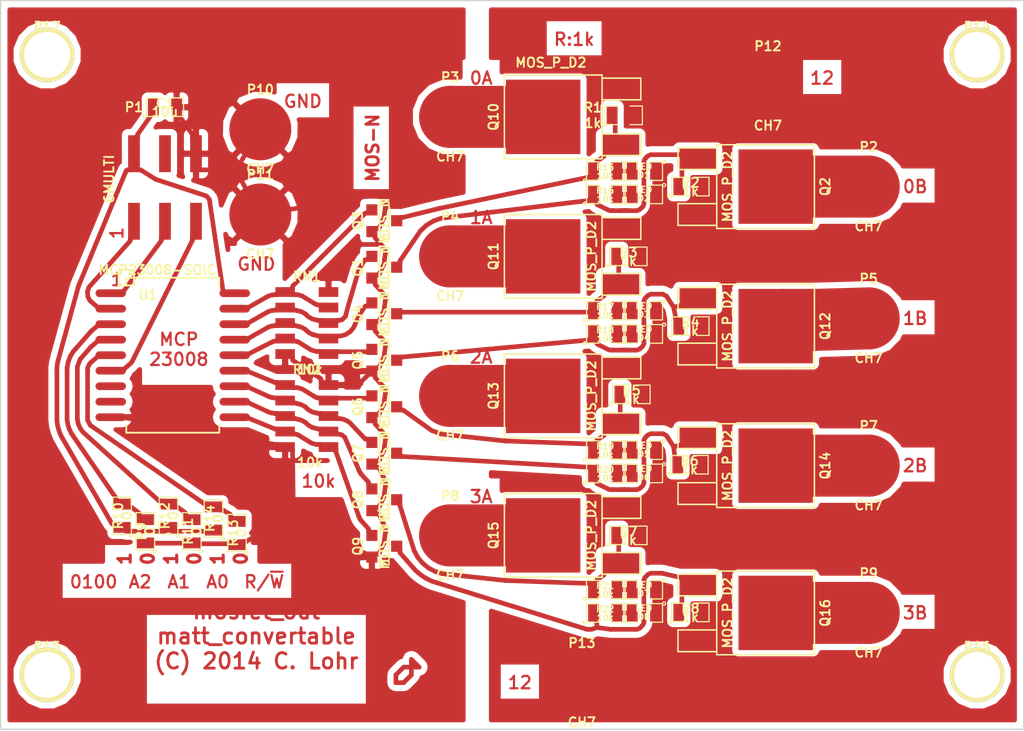
<source format=kicad_pcb>
(kicad_pcb (version 3) (host pcbnew "(2013-jul-07)-stable")

  (general
    (links 122)
    (no_connects 0)
    (area 52.654999 50.114999 136.575001 110.057)
    (thickness 1.6)
    (drawings 36)
    (tracks 1518)
    (zones 0)
    (modules 67)
    (nets 42)
  )

  (page USLetter)
  (title_block 
    (title "Mosfet Board")
    (rev -)
  )

  (layers
    (15 F.Cu signal)
    (0 B.Cu signal)
    (16 B.Adhes user)
    (17 F.Adhes user)
    (18 B.Paste user)
    (19 F.Paste user)
    (20 B.SilkS user)
    (21 F.SilkS user)
    (22 B.Mask user)
    (23 F.Mask user)
    (24 Dwgs.User user)
    (25 Cmts.User user)
    (26 Eco1.User user)
    (27 Eco2.User user)
    (28 Edge.Cuts user)
  )

  (setup
    (last_trace_width 0.381)
    (trace_clearance 0.3048)
    (zone_clearance 0.508)
    (zone_45_only no)
    (trace_min 0.254)
    (segment_width 0.2)
    (edge_width 0.1)
    (via_size 0.889)
    (via_drill 0.635)
    (via_min_size 0.889)
    (via_min_drill 0.508)
    (uvia_size 0.508)
    (uvia_drill 0.127)
    (uvias_allowed no)
    (uvia_min_size 0.508)
    (uvia_min_drill 0.127)
    (pcb_text_width 0.1778)
    (pcb_text_size 1.016 1.016)
    (mod_edge_width 0.15)
    (mod_text_size 0.762 0.762)
    (mod_text_width 0.1524)
    (pad_size 2.5 0.55)
    (pad_drill 0)
    (pad_to_mask_clearance 0)
    (aux_axis_origin 0 0)
    (visible_elements FFFFFFBF)
    (pcbplotparams
      (layerselection 32768)
      (usegerberextensions false)
      (excludeedgelayer false)
      (linewidth 0.150000)
      (plotframeref false)
      (viasonmask false)
      (mode 1)
      (useauxorigin false)
      (hpglpennumber 1)
      (hpglpenspeed 20)
      (hpglpendiameter 15)
      (hpglpenoverlay 2)
      (psnegative false)
      (psa4output false)
      (plotreference true)
      (plotvalue true)
      (plotothertext true)
      (plotinvisibletext false)
      (padsonsilk false)
      (subtractmaskfromsilk false)
      (outputformat 2)
      (mirror false)
      (drillshape 0)
      (scaleselection 1)
      (outputdirectory ""))
  )

  (net 0 "")
  (net 1 +12V)
  (net 2 +5V)
  (net 3 0A)
  (net 4 0B)
  (net 5 1A)
  (net 6 1B)
  (net 7 2A)
  (net 8 2B)
  (net 9 3A)
  (net 10 3B)
  (net 11 GND)
  (net 12 N-000001)
  (net 13 N-0000010)
  (net 14 N-0000011)
  (net 15 N-0000012)
  (net 16 N-0000014)
  (net 17 N-0000015)
  (net 18 N-0000016)
  (net 19 N-0000017)
  (net 20 N-0000019)
  (net 21 N-000002)
  (net 22 N-0000020)
  (net 23 N-0000021)
  (net 24 N-0000023)
  (net 25 N-0000024)
  (net 26 N-0000028)
  (net 27 N-0000029)
  (net 28 N-000003)
  (net 29 N-0000031)
  (net 30 N-0000034)
  (net 31 N-0000037)
  (net 32 N-0000038)
  (net 33 N-000004)
  (net 34 N-0000040)
  (net 35 N-0000043)
  (net 36 N-0000045)
  (net 37 N-000005)
  (net 38 N-000006)
  (net 39 N-000007)
  (net 40 N-000008)
  (net 41 N-000009)

  (net_class Default "This is the default net class."
    (clearance 0.3048)
    (trace_width 0.381)
    (via_dia 0.889)
    (via_drill 0.635)
    (uvia_dia 0.508)
    (uvia_drill 0.127)
    (add_net "")
    (add_net +12V)
    (add_net +5V)
    (add_net GND)
    (add_net N-000001)
    (add_net N-0000010)
    (add_net N-0000011)
    (add_net N-0000012)
    (add_net N-0000014)
    (add_net N-0000015)
    (add_net N-0000016)
    (add_net N-0000017)
    (add_net N-0000019)
    (add_net N-000002)
    (add_net N-0000020)
    (add_net N-0000021)
    (add_net N-0000023)
    (add_net N-0000024)
    (add_net N-0000028)
    (add_net N-0000029)
    (add_net N-000003)
    (add_net N-0000031)
    (add_net N-0000034)
    (add_net N-0000037)
    (add_net N-0000038)
    (add_net N-000004)
    (add_net N-0000040)
    (add_net N-0000043)
    (add_net N-0000045)
    (add_net N-000005)
    (add_net N-000006)
    (add_net N-000007)
    (add_net N-000008)
    (add_net N-000009)
  )

  (net_class HP ""
    (clearance 0.3048)
    (trace_width 5.08)
    (via_dia 0.889)
    (via_drill 0.635)
    (uvia_dia 0.508)
    (uvia_drill 0.127)
    (add_net 0A)
    (add_net 0B)
    (add_net 1A)
    (add_net 1B)
    (add_net 2A)
    (add_net 2B)
    (add_net 3A)
    (add_net 3B)
  )

  (module SOT23GDS (layer F.Cu) (tedit 50911E03) (tstamp 54B8E46C)
    (at 84.1397 72.0087 90)
    (descr "Module CMS SOT23 Transistore EBC")
    (tags "CMS SOT")
    (path /54B805E1)
    (attr smd)
    (fp_text reference Q1 (at 0 -2.159 90) (layer F.SilkS)
      (effects (font (size 0.762 0.762) (thickness 0.1524)))
    )
    (fp_text value MOS_N (at 0 0 90) (layer F.SilkS)
      (effects (font (size 0.762 0.762) (thickness 0.1524)))
    )
    (fp_line (start -1.524 -0.381) (end 1.524 -0.381) (layer F.SilkS) (width 0.11938))
    (fp_line (start 1.524 -0.381) (end 1.524 0.381) (layer F.SilkS) (width 0.11938))
    (fp_line (start 1.524 0.381) (end -1.524 0.381) (layer F.SilkS) (width 0.11938))
    (fp_line (start -1.524 0.381) (end -1.524 -0.381) (layer F.SilkS) (width 0.11938))
    (pad S smd rect (at -0.889 -1.016 90) (size 0.9144 0.9144)
      (layers F.Cu F.Paste F.Mask)
      (net 11 GND)
    )
    (pad G smd rect (at 0.889 -1.016 90) (size 0.9144 0.9144)
      (layers F.Cu F.Paste F.Mask)
      (net 38 N-000006)
    )
    (pad D smd rect (at 0 1.016 90) (size 0.9144 0.9144)
      (layers F.Cu F.Paste F.Mask)
      (net 30 N-0000034)
    )
    (model smd/cms_sot23.wrl
      (at (xyz 0 0 0))
      (scale (xyz 0.13 0.15 0.15))
      (rotate (xyz 0 0 0))
    )
  )

  (module RIBBON6SMT (layer F.Cu) (tedit 54B8152D) (tstamp 54B8E476)
    (at 63.6332 62.7066)
    (path /54B80520)
    (fp_text reference P1 (at 0 -3.81) (layer F.SilkS)
      (effects (font (size 0.762 0.762) (thickness 0.1524)))
    )
    (fp_text value 6MULTI (at -2.0382 2.0634 90) (layer F.SilkS)
      (effects (font (size 0.762 0.762) (thickness 0.1524)))
    )
    (pad 2 smd rect (at 0 0) (size 0.9652 3.0226)
      (layers F.Cu F.Paste F.Mask)
      (net 2 +5V)
    )
    (pad 4 smd rect (at 2.54 0) (size 0.9652 3.0226)
      (layers F.Cu F.Paste F.Mask)
    )
    (pad 6 smd rect (at 5.08 0) (size 0.9652 3.0226)
      (layers F.Cu F.Paste F.Mask)
      (net 11 GND)
    )
    (pad 1 smd rect (at 0 5.5372) (size 0.9652 3.0226)
      (layers F.Cu F.Paste F.Mask)
      (net 32 N-0000038)
    )
    (pad 3 smd rect (at 2.54 5.5372) (size 0.9652 3.0226)
      (layers F.Cu F.Paste F.Mask)
      (net 36 N-0000045)
    )
    (pad 5 smd rect (at 5.08 5.5372) (size 0.9652 3.0226)
      (layers F.Cu F.Paste F.Mask)
      (net 37 N-000005)
    )
  )

  (module SOIC18-750 (layer F.Cu) (tedit 54B81729) (tstamp 54B8E499)
    (at 66.8082 79.2166)
    (path /54B80410)
    (fp_text reference U1 (at -2.0382 -4.9216) (layer F.SilkS)
      (effects (font (size 0.762 0.762) (thickness 0.1524)))
    )
    (fp_text value MCP23008-SOIC (at -1.27 -6.985) (layer F.SilkS)
      (effects (font (size 0.762 0.762) (thickness 0.1524)))
    )
    (fp_line (start -3.175 -5.715) (end -3.175 -6.35) (layer F.SilkS) (width 0.15))
    (fp_line (start -3.175 -6.35) (end -3.175 -5.715) (layer F.SilkS) (width 0.15))
    (fp_line (start -3.175 -5.715) (end -3.81 -5.715) (layer F.SilkS) (width 0.15))
    (fp_line (start -3.81 -5.715) (end -4.445 -5.715) (layer F.SilkS) (width 0.15))
    (fp_line (start -4.445 -5.715) (end -4.445 -6.985) (layer F.SilkS) (width 0.15))
    (fp_line (start -4.445 -6.985) (end -3.175 -6.985) (layer F.SilkS) (width 0.15))
    (fp_line (start -3.175 -6.985) (end -3.175 -6.35) (layer F.SilkS) (width 0.15))
    (fp_line (start -3.81 5.715) (end -3.81 6.35) (layer F.SilkS) (width 0.15))
    (fp_line (start -3.81 6.35) (end 3.81 6.35) (layer F.SilkS) (width 0.15))
    (fp_line (start 3.81 6.35) (end 3.81 5.715) (layer F.SilkS) (width 0.15))
    (fp_line (start -3.81 -6.35) (end -3.81 -5.715) (layer F.SilkS) (width 0.15))
    (fp_line (start -3.81 -6.35) (end 3.81 -6.35) (layer F.SilkS) (width 0.15))
    (fp_line (start 3.81 -6.35) (end 3.81 -5.715) (layer F.SilkS) (width 0.15))
    (pad 1 smd oval (at -5.08 -5.08) (size 2.5 0.635)
      (layers F.Cu F.Paste F.Mask)
      (net 36 N-0000045)
    )
    (pad 2 smd oval (at -5.08 -3.81) (size 2.5 0.635)
      (layers F.Cu F.Paste F.Mask)
      (net 32 N-0000038)
    )
    (pad 3 smd oval (at -5.08 -2.54) (size 2.5 0.635)
      (layers F.Cu F.Paste F.Mask)
      (net 39 N-000007)
    )
    (pad 4 smd oval (at -5.08 -1.27) (size 2.5 0.635)
      (layers F.Cu F.Paste F.Mask)
      (net 28 N-000003)
    )
    (pad 5 smd oval (at -5.08 0) (size 2.5 0.635)
      (layers F.Cu F.Paste F.Mask)
      (net 33 N-000004)
    )
    (pad 6 smd oval (at -5.08 1.27) (size 2.5 0.635)
      (layers F.Cu F.Paste F.Mask)
      (net 37 N-000005)
    )
    (pad 7 smd oval (at -5.08 2.54) (size 2.5 0.635)
      (layers F.Cu F.Paste F.Mask)
    )
    (pad 8 smd oval (at -5.08 3.81) (size 2.5 0.635)
      (layers F.Cu F.Paste F.Mask)
    )
    (pad 9 smd oval (at -5.08 5.08) (size 2.5 0.635)
      (layers F.Cu F.Paste F.Mask)
      (net 11 GND)
    )
    (pad 10 smd oval (at 5.08 5.08) (size 2.5 0.635)
      (layers F.Cu F.Paste F.Mask)
      (net 12 N-000001)
    )
    (pad 11 smd oval (at 5.08 3.81) (size 2.5 0.635)
      (layers F.Cu F.Paste F.Mask)
      (net 41 N-000009)
    )
    (pad 12 smd oval (at 5.08 2.54) (size 2.5 0.635)
      (layers F.Cu F.Paste F.Mask)
      (net 40 N-000008)
    )
    (pad 13 smd oval (at 5.08 1.27) (size 2.5 0.635)
      (layers F.Cu F.Paste F.Mask)
      (net 14 N-0000011)
    )
    (pad 14 smd oval (at 5.08 0) (size 2.5 0.635)
      (layers F.Cu F.Paste F.Mask)
      (net 21 N-000002)
    )
    (pad 15 smd oval (at 5.08 -1.27) (size 2.5 0.635)
      (layers F.Cu F.Paste F.Mask)
      (net 13 N-0000010)
    )
    (pad 16 smd oval (at 5.08 -2.54) (size 2.5 0.635)
      (layers F.Cu F.Paste F.Mask)
      (net 38 N-000006)
    )
    (pad 17 smd oval (at 5.08 -3.81) (size 2.5 0.635)
      (layers F.Cu F.Paste F.Mask)
      (net 31 N-0000037)
    )
    (pad 18 smd oval (at 5.08 -5.08) (size 2.5 0.635)
      (layers F.Cu F.Paste F.Mask)
      (net 2 +5V)
    )
  )

  (module SM0805 (layer F.Cu) (tedit 5091495C) (tstamp 54B80A9D)
    (at 66.1732 58.8966)
    (path /54B80A43)
    (attr smd)
    (fp_text reference C1 (at 0 -0.3175) (layer F.SilkS)
      (effects (font (size 0.762 0.762) (thickness 0.1524)))
    )
    (fp_text value 10u (at 0 0.381) (layer F.SilkS)
      (effects (font (size 0.762 0.762) (thickness 0.1524)))
    )
    (fp_circle (center -1.651 0.762) (end -1.651 0.635) (layer F.SilkS) (width 0.09906))
    (fp_line (start -0.508 0.762) (end -1.524 0.762) (layer F.SilkS) (width 0.09906))
    (fp_line (start -1.524 0.762) (end -1.524 -0.762) (layer F.SilkS) (width 0.09906))
    (fp_line (start -1.524 -0.762) (end -0.508 -0.762) (layer F.SilkS) (width 0.09906))
    (fp_line (start 0.508 -0.762) (end 1.524 -0.762) (layer F.SilkS) (width 0.09906))
    (fp_line (start 1.524 -0.762) (end 1.524 0.762) (layer F.SilkS) (width 0.09906))
    (fp_line (start 1.524 0.762) (end 0.508 0.762) (layer F.SilkS) (width 0.09906))
    (pad 1 smd rect (at -0.9525 0) (size 0.889 1.397)
      (layers F.Cu F.Paste F.Mask)
      (net 2 +5V)
    )
    (pad 2 smd rect (at 0.9525 0) (size 0.889 1.397)
      (layers F.Cu F.Paste F.Mask)
      (net 11 GND)
    )
    (model smd/chip_cms.wrl
      (at (xyz 0 0 0))
      (scale (xyz 0.1 0.1 0.1))
      (rotate (xyz 0 0 0))
    )
  )

  (module .2SMTPIN (layer F.Cu) (tedit 5318FD27) (tstamp 54B80AB4)
    (at 123.825 65.405)
    (path /54B80A9B)
    (fp_text reference P2 (at 0 -3.25) (layer F.SilkS)
      (effects (font (size 0.762 0.762) (thickness 0.1524)))
    )
    (fp_text value CH7 (at 0 3.25) (layer F.SilkS)
      (effects (font (size 0.762 0.762) (thickness 0.1524)))
    )
    (pad 1 smd circle (at 0 0) (size 5.08 5.08)
      (layers F.Cu F.Paste F.Mask)
      (net 4 0B)
    )
  )

  (module SOT23GDS (layer F.Cu) (tedit 50911E03) (tstamp 54B81C27)
    (at 84.1397 75.8187 90)
    (descr "Module CMS SOT23 Transistore EBC")
    (tags "CMS SOT")
    (path /54B80C14)
    (attr smd)
    (fp_text reference Q4 (at 0 -2.159 90) (layer F.SilkS)
      (effects (font (size 0.762 0.762) (thickness 0.1524)))
    )
    (fp_text value MOS_N (at 0 0 90) (layer F.SilkS)
      (effects (font (size 0.762 0.762) (thickness 0.1524)))
    )
    (fp_line (start -1.524 -0.381) (end 1.524 -0.381) (layer F.SilkS) (width 0.11938))
    (fp_line (start 1.524 -0.381) (end 1.524 0.381) (layer F.SilkS) (width 0.11938))
    (fp_line (start 1.524 0.381) (end -1.524 0.381) (layer F.SilkS) (width 0.11938))
    (fp_line (start -1.524 0.381) (end -1.524 -0.381) (layer F.SilkS) (width 0.11938))
    (pad S smd rect (at -0.889 -1.016 90) (size 0.9144 0.9144)
      (layers F.Cu F.Paste F.Mask)
      (net 11 GND)
    )
    (pad G smd rect (at 0.889 -1.016 90) (size 0.9144 0.9144)
      (layers F.Cu F.Paste F.Mask)
      (net 13 N-0000010)
    )
    (pad D smd rect (at 0 1.016 90) (size 0.9144 0.9144)
      (layers F.Cu F.Paste F.Mask)
      (net 27 N-0000029)
    )
    (model smd/cms_sot23.wrl
      (at (xyz 0 0 0))
      (scale (xyz 0.13 0.15 0.15))
      (rotate (xyz 0 0 0))
    )
  )

  (module SOT23GDS (layer F.Cu) (tedit 50911E03) (tstamp 54B81C32)
    (at 84.1397 94.8687 90)
    (descr "Module CMS SOT23 Transistore EBC")
    (tags "CMS SOT")
    (path /54B80CAD)
    (attr smd)
    (fp_text reference Q9 (at 0 -2.159 90) (layer F.SilkS)
      (effects (font (size 0.762 0.762) (thickness 0.1524)))
    )
    (fp_text value MOS_N (at 0 0 90) (layer F.SilkS)
      (effects (font (size 0.762 0.762) (thickness 0.1524)))
    )
    (fp_line (start -1.524 -0.381) (end 1.524 -0.381) (layer F.SilkS) (width 0.11938))
    (fp_line (start 1.524 -0.381) (end 1.524 0.381) (layer F.SilkS) (width 0.11938))
    (fp_line (start 1.524 0.381) (end -1.524 0.381) (layer F.SilkS) (width 0.11938))
    (fp_line (start -1.524 0.381) (end -1.524 -0.381) (layer F.SilkS) (width 0.11938))
    (pad S smd rect (at -0.889 -1.016 90) (size 0.9144 0.9144)
      (layers F.Cu F.Paste F.Mask)
      (net 11 GND)
    )
    (pad G smd rect (at 0.889 -1.016 90) (size 0.9144 0.9144)
      (layers F.Cu F.Paste F.Mask)
      (net 12 N-000001)
    )
    (pad D smd rect (at 0 1.016 90) (size 0.9144 0.9144)
      (layers F.Cu F.Paste F.Mask)
      (net 23 N-0000021)
    )
    (model smd/cms_sot23.wrl
      (at (xyz 0 0 0))
      (scale (xyz 0.13 0.15 0.15))
      (rotate (xyz 0 0 0))
    )
  )

  (module SOT23GDS (layer F.Cu) (tedit 50911E03) (tstamp 54B81C3D)
    (at 84.1397 83.4387 90)
    (descr "Module CMS SOT23 Transistore EBC")
    (tags "CMS SOT")
    (path /54B80C7A)
    (attr smd)
    (fp_text reference Q6 (at 0 -2.159 90) (layer F.SilkS)
      (effects (font (size 0.762 0.762) (thickness 0.1524)))
    )
    (fp_text value MOS_N (at 0 0 90) (layer F.SilkS)
      (effects (font (size 0.762 0.762) (thickness 0.1524)))
    )
    (fp_line (start -1.524 -0.381) (end 1.524 -0.381) (layer F.SilkS) (width 0.11938))
    (fp_line (start 1.524 -0.381) (end 1.524 0.381) (layer F.SilkS) (width 0.11938))
    (fp_line (start 1.524 0.381) (end -1.524 0.381) (layer F.SilkS) (width 0.11938))
    (fp_line (start -1.524 0.381) (end -1.524 -0.381) (layer F.SilkS) (width 0.11938))
    (pad S smd rect (at -0.889 -1.016 90) (size 0.9144 0.9144)
      (layers F.Cu F.Paste F.Mask)
      (net 11 GND)
    )
    (pad G smd rect (at 0.889 -1.016 90) (size 0.9144 0.9144)
      (layers F.Cu F.Paste F.Mask)
      (net 14 N-0000011)
    )
    (pad D smd rect (at 0 1.016 90) (size 0.9144 0.9144)
      (layers F.Cu F.Paste F.Mask)
      (net 26 N-0000028)
    )
    (model smd/cms_sot23.wrl
      (at (xyz 0 0 0))
      (scale (xyz 0.13 0.15 0.15))
      (rotate (xyz 0 0 0))
    )
  )

  (module SOT23GDS (layer F.Cu) (tedit 50911E03) (tstamp 54B81C48)
    (at 84.1397 87.2487 90)
    (descr "Module CMS SOT23 Transistore EBC")
    (tags "CMS SOT")
    (path /54B80C47)
    (attr smd)
    (fp_text reference Q7 (at 0 -2.159 90) (layer F.SilkS)
      (effects (font (size 0.762 0.762) (thickness 0.1524)))
    )
    (fp_text value MOS_N (at 0 0 90) (layer F.SilkS)
      (effects (font (size 0.762 0.762) (thickness 0.1524)))
    )
    (fp_line (start -1.524 -0.381) (end 1.524 -0.381) (layer F.SilkS) (width 0.11938))
    (fp_line (start 1.524 -0.381) (end 1.524 0.381) (layer F.SilkS) (width 0.11938))
    (fp_line (start 1.524 0.381) (end -1.524 0.381) (layer F.SilkS) (width 0.11938))
    (fp_line (start -1.524 0.381) (end -1.524 -0.381) (layer F.SilkS) (width 0.11938))
    (pad S smd rect (at -0.889 -1.016 90) (size 0.9144 0.9144)
      (layers F.Cu F.Paste F.Mask)
      (net 11 GND)
    )
    (pad G smd rect (at 0.889 -1.016 90) (size 0.9144 0.9144)
      (layers F.Cu F.Paste F.Mask)
      (net 40 N-000008)
    )
    (pad D smd rect (at 0 1.016 90) (size 0.9144 0.9144)
      (layers F.Cu F.Paste F.Mask)
      (net 29 N-0000031)
    )
    (model smd/cms_sot23.wrl
      (at (xyz 0 0 0))
      (scale (xyz 0.13 0.15 0.15))
      (rotate (xyz 0 0 0))
    )
  )

  (module SOT23GDS (layer F.Cu) (tedit 50911E03) (tstamp 54B81C53)
    (at 84.1397 91.0587 90)
    (descr "Module CMS SOT23 Transistore EBC")
    (tags "CMS SOT")
    (path /54B80CE0)
    (attr smd)
    (fp_text reference Q8 (at 0 -2.159 90) (layer F.SilkS)
      (effects (font (size 0.762 0.762) (thickness 0.1524)))
    )
    (fp_text value MOS_N (at 0 0 90) (layer F.SilkS)
      (effects (font (size 0.762 0.762) (thickness 0.1524)))
    )
    (fp_line (start -1.524 -0.381) (end 1.524 -0.381) (layer F.SilkS) (width 0.11938))
    (fp_line (start 1.524 -0.381) (end 1.524 0.381) (layer F.SilkS) (width 0.11938))
    (fp_line (start 1.524 0.381) (end -1.524 0.381) (layer F.SilkS) (width 0.11938))
    (fp_line (start -1.524 0.381) (end -1.524 -0.381) (layer F.SilkS) (width 0.11938))
    (pad S smd rect (at -0.889 -1.016 90) (size 0.9144 0.9144)
      (layers F.Cu F.Paste F.Mask)
      (net 11 GND)
    )
    (pad G smd rect (at 0.889 -1.016 90) (size 0.9144 0.9144)
      (layers F.Cu F.Paste F.Mask)
      (net 41 N-000009)
    )
    (pad D smd rect (at 0 1.016 90) (size 0.9144 0.9144)
      (layers F.Cu F.Paste F.Mask)
      (net 20 N-0000019)
    )
    (model smd/cms_sot23.wrl
      (at (xyz 0 0 0))
      (scale (xyz 0.13 0.15 0.15))
      (rotate (xyz 0 0 0))
    )
  )

  (module SOT23GDS (layer F.Cu) (tedit 50911E03) (tstamp 54B81C5E)
    (at 84.1397 79.6287 90)
    (descr "Module CMS SOT23 Transistore EBC")
    (tags "CMS SOT")
    (path /54B80BE1)
    (attr smd)
    (fp_text reference Q5 (at 0 -2.159 90) (layer F.SilkS)
      (effects (font (size 0.762 0.762) (thickness 0.1524)))
    )
    (fp_text value MOS_N (at 0 0 90) (layer F.SilkS)
      (effects (font (size 0.762 0.762) (thickness 0.1524)))
    )
    (fp_line (start -1.524 -0.381) (end 1.524 -0.381) (layer F.SilkS) (width 0.11938))
    (fp_line (start 1.524 -0.381) (end 1.524 0.381) (layer F.SilkS) (width 0.11938))
    (fp_line (start 1.524 0.381) (end -1.524 0.381) (layer F.SilkS) (width 0.11938))
    (fp_line (start -1.524 0.381) (end -1.524 -0.381) (layer F.SilkS) (width 0.11938))
    (pad S smd rect (at -0.889 -1.016 90) (size 0.9144 0.9144)
      (layers F.Cu F.Paste F.Mask)
      (net 11 GND)
    )
    (pad G smd rect (at 0.889 -1.016 90) (size 0.9144 0.9144)
      (layers F.Cu F.Paste F.Mask)
      (net 21 N-000002)
    )
    (pad D smd rect (at 0 1.016 90) (size 0.9144 0.9144)
      (layers F.Cu F.Paste F.Mask)
      (net 34 N-0000040)
    )
    (model smd/cms_sot23.wrl
      (at (xyz 0 0 0))
      (scale (xyz 0.13 0.15 0.15))
      (rotate (xyz 0 0 0))
    )
  )

  (module SOT23GDS (layer F.Cu) (tedit 50911E03) (tstamp 54B81C69)
    (at 84.1397 68.1987 90)
    (descr "Module CMS SOT23 Transistore EBC")
    (tags "CMS SOT")
    (path /54B80BAE)
    (attr smd)
    (fp_text reference Q3 (at 0 -2.159 90) (layer F.SilkS)
      (effects (font (size 0.762 0.762) (thickness 0.1524)))
    )
    (fp_text value MOS_N (at 0 0 90) (layer F.SilkS)
      (effects (font (size 0.762 0.762) (thickness 0.1524)))
    )
    (fp_line (start -1.524 -0.381) (end 1.524 -0.381) (layer F.SilkS) (width 0.11938))
    (fp_line (start 1.524 -0.381) (end 1.524 0.381) (layer F.SilkS) (width 0.11938))
    (fp_line (start 1.524 0.381) (end -1.524 0.381) (layer F.SilkS) (width 0.11938))
    (fp_line (start -1.524 0.381) (end -1.524 -0.381) (layer F.SilkS) (width 0.11938))
    (pad S smd rect (at -0.889 -1.016 90) (size 0.9144 0.9144)
      (layers F.Cu F.Paste F.Mask)
      (net 11 GND)
    )
    (pad G smd rect (at 0.889 -1.016 90) (size 0.9144 0.9144)
      (layers F.Cu F.Paste F.Mask)
      (net 31 N-0000037)
    )
    (pad D smd rect (at 0 1.016 90) (size 0.9144 0.9144)
      (layers F.Cu F.Paste F.Mask)
      (net 35 N-0000043)
    )
    (model smd/cms_sot23.wrl
      (at (xyz 0 0 0))
      (scale (xyz 0.13 0.15 0.15))
      (rotate (xyz 0 0 0))
    )
  )

  (module EXB-A (layer F.Cu) (tedit 52D0B57E) (tstamp 54B81C77)
    (at 77.7925 76.5813)
    (path /54B81341)
    (fp_text reference RN1 (at 0 -3.81) (layer F.SilkS)
      (effects (font (size 0.762 0.762) (thickness 0.1524)))
    )
    (fp_text value 10k (at 0.254 3.81) (layer F.SilkS)
      (effects (font (size 0.762 0.762) (thickness 0.1524)))
    )
    (pad 1 smd rect (at -1.778 -2.54 90) (size 0.8001 1.6002)
      (layers F.Cu F.Paste F.Mask)
      (net 31 N-0000037)
    )
    (pad 2 smd rect (at -1.778 -1.27 90) (size 0.8001 1.6002)
      (layers F.Cu F.Paste F.Mask)
      (net 38 N-000006)
    )
    (pad 3 smd rect (at -1.778 0 90) (size 0.8001 1.6002)
      (layers F.Cu F.Paste F.Mask)
      (net 13 N-0000010)
    )
    (pad 4 smd rect (at -1.778 1.27 90) (size 0.8001 1.6002)
      (layers F.Cu F.Paste F.Mask)
      (net 21 N-000002)
    )
    (pad 5 smd rect (at -1.778 2.54 90) (size 0.8001 1.6002)
      (layers F.Cu F.Paste F.Mask)
      (net 11 GND)
    )
    (pad 6 smd rect (at 1.778 2.54 90) (size 0.8001 1.6002)
      (layers F.Cu F.Paste F.Mask)
      (net 21 N-000002)
    )
    (pad 7 smd rect (at 1.778 1.27 90) (size 0.8001 1.6002)
      (layers F.Cu F.Paste F.Mask)
      (net 13 N-0000010)
    )
    (pad 8 smd rect (at 1.778 0 90) (size 0.8001 1.6002)
      (layers F.Cu F.Paste F.Mask)
      (net 38 N-000006)
    )
    (pad 9 smd rect (at 1.778 -1.27 90) (size 0.8001 1.6002)
      (layers F.Cu F.Paste F.Mask)
      (net 31 N-0000037)
    )
    (pad 10 smd rect (at 1.778 -2.54 90) (size 0.8001 1.6002)
      (layers F.Cu F.Paste F.Mask)
      (net 11 GND)
    )
  )

  (module EXB-A (layer F.Cu) (tedit 52D0B57E) (tstamp 54B81C85)
    (at 77.7925 84.2013)
    (path /54B81403)
    (fp_text reference RN2 (at 0 -3.81) (layer F.SilkS)
      (effects (font (size 0.762 0.762) (thickness 0.1524)))
    )
    (fp_text value 10k (at 0.254 3.81) (layer F.SilkS)
      (effects (font (size 0.762 0.762) (thickness 0.1524)))
    )
    (pad 1 smd rect (at -1.778 -2.54 90) (size 0.8001 1.6002)
      (layers F.Cu F.Paste F.Mask)
      (net 14 N-0000011)
    )
    (pad 2 smd rect (at -1.778 -1.27 90) (size 0.8001 1.6002)
      (layers F.Cu F.Paste F.Mask)
      (net 40 N-000008)
    )
    (pad 3 smd rect (at -1.778 0 90) (size 0.8001 1.6002)
      (layers F.Cu F.Paste F.Mask)
      (net 41 N-000009)
    )
    (pad 4 smd rect (at -1.778 1.27 90) (size 0.8001 1.6002)
      (layers F.Cu F.Paste F.Mask)
      (net 12 N-000001)
    )
    (pad 5 smd rect (at -1.778 2.54 90) (size 0.8001 1.6002)
      (layers F.Cu F.Paste F.Mask)
      (net 11 GND)
    )
    (pad 6 smd rect (at 1.778 2.54 90) (size 0.8001 1.6002)
      (layers F.Cu F.Paste F.Mask)
      (net 12 N-000001)
    )
    (pad 7 smd rect (at 1.778 1.27 90) (size 0.8001 1.6002)
      (layers F.Cu F.Paste F.Mask)
      (net 41 N-000009)
    )
    (pad 8 smd rect (at 1.778 0 90) (size 0.8001 1.6002)
      (layers F.Cu F.Paste F.Mask)
      (net 40 N-000008)
    )
    (pad 9 smd rect (at 1.778 -1.27 90) (size 0.8001 1.6002)
      (layers F.Cu F.Paste F.Mask)
      (net 14 N-0000011)
    )
    (pad 10 smd rect (at 1.778 -2.54 90) (size 0.8001 1.6002)
      (layers F.Cu F.Paste F.Mask)
      (net 11 GND)
    )
  )

  (module .2SMTPIN (layer F.Cu) (tedit 5318FD27) (tstamp 54B81C8A)
    (at 123.825 76.2)
    (path /54B80BEF)
    (fp_text reference P5 (at 0 -3.25) (layer F.SilkS)
      (effects (font (size 0.762 0.762) (thickness 0.1524)))
    )
    (fp_text value CH7 (at 0 3.25) (layer F.SilkS)
      (effects (font (size 0.762 0.762) (thickness 0.1524)))
    )
    (pad 1 smd circle (at 0 0) (size 5.08 5.08)
      (layers F.Cu F.Paste F.Mask)
      (net 6 1B)
    )
  )

  (module .2SMTPIN (layer F.Cu) (tedit 5318FD27) (tstamp 54B81C8F)
    (at 89.535 93.98)
    (path /54B80CEE)
    (fp_text reference P8 (at 0 -3.25) (layer F.SilkS)
      (effects (font (size 0.762 0.762) (thickness 0.1524)))
    )
    (fp_text value CH7 (at 0 3.25) (layer F.SilkS)
      (effects (font (size 0.762 0.762) (thickness 0.1524)))
    )
    (pad 1 smd circle (at 0 0) (size 5.08 5.08)
      (layers F.Cu F.Paste F.Mask)
      (net 9 3A)
    )
  )

  (module .2SMTPIN (layer F.Cu) (tedit 5318FD27) (tstamp 54B81C94)
    (at 89.535 71.12)
    (path /54B80C22)
    (fp_text reference P4 (at 0 -3.25) (layer F.SilkS)
      (effects (font (size 0.762 0.762) (thickness 0.1524)))
    )
    (fp_text value CH7 (at 0 3.25) (layer F.SilkS)
      (effects (font (size 0.762 0.762) (thickness 0.1524)))
    )
    (pad 1 smd circle (at 0 0) (size 5.08 5.08)
      (layers F.Cu F.Paste F.Mask)
      (net 5 1A)
    )
  )

  (module .2SMTPIN (layer F.Cu) (tedit 5318FD27) (tstamp 54B81C99)
    (at 89.535 59.69)
    (path /54B80BBC)
    (fp_text reference P3 (at 0 -3.25) (layer F.SilkS)
      (effects (font (size 0.762 0.762) (thickness 0.1524)))
    )
    (fp_text value CH7 (at 0 3.25) (layer F.SilkS)
      (effects (font (size 0.762 0.762) (thickness 0.1524)))
    )
    (pad 1 smd circle (at 0 0) (size 5.08 5.08)
      (layers F.Cu F.Paste F.Mask)
      (net 3 0A)
    )
  )

  (module .2SMTPIN (layer F.Cu) (tedit 5318FD27) (tstamp 54B81C9E)
    (at 123.825 88.265)
    (path /54B80C55)
    (fp_text reference P7 (at 0 -3.25) (layer F.SilkS)
      (effects (font (size 0.762 0.762) (thickness 0.1524)))
    )
    (fp_text value CH7 (at 0 3.25) (layer F.SilkS)
      (effects (font (size 0.762 0.762) (thickness 0.1524)))
    )
    (pad 1 smd circle (at 0 0) (size 5.08 5.08)
      (layers F.Cu F.Paste F.Mask)
      (net 8 2B)
    )
  )

  (module .2SMTPIN (layer F.Cu) (tedit 5318FD27) (tstamp 54B81CA3)
    (at 123.825 100.33)
    (path /54B80CBB)
    (fp_text reference P9 (at 0 -3.25) (layer F.SilkS)
      (effects (font (size 0.762 0.762) (thickness 0.1524)))
    )
    (fp_text value CH7 (at 0 3.25) (layer F.SilkS)
      (effects (font (size 0.762 0.762) (thickness 0.1524)))
    )
    (pad 1 smd circle (at 0 0) (size 5.08 5.08)
      (layers F.Cu F.Paste F.Mask)
      (net 10 3B)
    )
  )

  (module .2SMTPIN (layer F.Cu) (tedit 5318FD27) (tstamp 54B81CA8)
    (at 89.535 82.55)
    (path /54B80C88)
    (fp_text reference P6 (at 0 -3.25) (layer F.SilkS)
      (effects (font (size 0.762 0.762) (thickness 0.1524)))
    )
    (fp_text value CH7 (at 0 3.25) (layer F.SilkS)
      (effects (font (size 0.762 0.762) (thickness 0.1524)))
    )
    (pad 1 smd circle (at 0 0) (size 5.08 5.08)
      (layers F.Cu F.Paste F.Mask)
      (net 7 2A)
    )
  )

  (module DPAK2 (layer F.Cu) (tedit 451BAACE) (tstamp 54B81CBB)
    (at 109.855 65.405 270)
    (descr "MOS boitier DPACK G-D-S")
    (tags "CMD DPACK")
    (path /54B80B28)
    (attr smd)
    (fp_text reference Q2 (at 0 -10.414 270) (layer F.SilkS)
      (effects (font (size 0.762 0.762) (thickness 0.1524)))
    )
    (fp_text value MOS_P_D2 (at 0 -2.413 270) (layer F.SilkS)
      (effects (font (size 0.762 0.762) (thickness 0.1524)))
    )
    (fp_line (start 1.397 -1.524) (end 1.397 1.651) (layer F.SilkS) (width 0.127))
    (fp_line (start 1.397 1.651) (end 3.175 1.651) (layer F.SilkS) (width 0.127))
    (fp_line (start 3.175 1.651) (end 3.175 -1.524) (layer F.SilkS) (width 0.127))
    (fp_line (start -3.175 -1.524) (end -3.175 1.651) (layer F.SilkS) (width 0.127))
    (fp_line (start -3.175 1.651) (end -1.397 1.651) (layer F.SilkS) (width 0.127))
    (fp_line (start -1.397 1.651) (end -1.397 -1.524) (layer F.SilkS) (width 0.127))
    (fp_line (start 3.429 -7.62) (end 3.429 -1.524) (layer F.SilkS) (width 0.127))
    (fp_line (start 3.429 -1.524) (end -3.429 -1.524) (layer F.SilkS) (width 0.127))
    (fp_line (start -3.429 -1.524) (end -3.429 -9.398) (layer F.SilkS) (width 0.127))
    (fp_line (start -3.429 -9.525) (end 3.429 -9.525) (layer F.SilkS) (width 0.127))
    (fp_line (start 3.429 -9.398) (end 3.429 -7.62) (layer F.SilkS) (width 0.127))
    (pad 1 smd rect (at -2.286 0 270) (size 1.651 3.048)
      (layers F.Cu F.Paste F.Mask)
      (net 30 N-0000034)
    )
    (pad 2 smd rect (at 0 -6.35 270) (size 6.096 6.096)
      (layers F.Cu F.Paste F.Mask)
      (net 4 0B)
    )
    (pad 3 smd rect (at 2.286 0 270) (size 1.651 3.048)
      (layers F.Cu F.Paste F.Mask)
      (net 1 +12V)
    )
    (model smd/dpack_2.wrl
      (at (xyz 0 0 0))
      (scale (xyz 1 1 1))
      (rotate (xyz 0 0 0))
    )
  )

  (module DPAK2 (layer F.Cu) (tedit 54B811F4) (tstamp 54B81CCD)
    (at 103.505 59.69 90)
    (descr "MOS boitier DPACK G-D-S")
    (tags "CMD DPACK")
    (path /54B80BCD)
    (attr smd)
    (fp_text reference Q10 (at 0 -10.414 90) (layer F.SilkS)
      (effects (font (size 0.762 0.762) (thickness 0.1524)))
    )
    (fp_text value MOS_P_D2 (at 4.445 -5.715 180) (layer F.SilkS)
      (effects (font (size 0.762 0.762) (thickness 0.1524)))
    )
    (fp_line (start 1.397 -1.524) (end 1.397 1.651) (layer F.SilkS) (width 0.127))
    (fp_line (start 1.397 1.651) (end 3.175 1.651) (layer F.SilkS) (width 0.127))
    (fp_line (start 3.175 1.651) (end 3.175 -1.524) (layer F.SilkS) (width 0.127))
    (fp_line (start -3.175 -1.524) (end -3.175 1.651) (layer F.SilkS) (width 0.127))
    (fp_line (start -3.175 1.651) (end -1.397 1.651) (layer F.SilkS) (width 0.127))
    (fp_line (start -1.397 1.651) (end -1.397 -1.524) (layer F.SilkS) (width 0.127))
    (fp_line (start 3.429 -7.62) (end 3.429 -1.524) (layer F.SilkS) (width 0.127))
    (fp_line (start 3.429 -1.524) (end -3.429 -1.524) (layer F.SilkS) (width 0.127))
    (fp_line (start -3.429 -1.524) (end -3.429 -9.398) (layer F.SilkS) (width 0.127))
    (fp_line (start -3.429 -9.525) (end 3.429 -9.525) (layer F.SilkS) (width 0.127))
    (fp_line (start 3.429 -9.398) (end 3.429 -7.62) (layer F.SilkS) (width 0.127))
    (pad 1 smd rect (at -2.286 0 90) (size 1.651 3.048)
      (layers F.Cu F.Paste F.Mask)
      (net 35 N-0000043)
    )
    (pad 2 smd rect (at 0 -6.35 90) (size 6.096 6.096)
      (layers F.Cu F.Paste F.Mask)
      (net 3 0A)
    )
    (pad 3 smd rect (at 2.286 0 90) (size 1.651 3.048)
      (layers F.Cu F.Paste F.Mask)
      (net 1 +12V)
    )
    (model smd/dpack_2.wrl
      (at (xyz 0 0 0))
      (scale (xyz 1 1 1))
      (rotate (xyz 0 0 0))
    )
  )

  (module DPAK2 (layer F.Cu) (tedit 451BAACE) (tstamp 54B81CDF)
    (at 109.855 76.835 270)
    (descr "MOS boitier DPACK G-D-S")
    (tags "CMD DPACK")
    (path /54B80C00)
    (attr smd)
    (fp_text reference Q12 (at 0 -10.414 270) (layer F.SilkS)
      (effects (font (size 0.762 0.762) (thickness 0.1524)))
    )
    (fp_text value MOS_P_D2 (at 0 -2.413 270) (layer F.SilkS)
      (effects (font (size 0.762 0.762) (thickness 0.1524)))
    )
    (fp_line (start 1.397 -1.524) (end 1.397 1.651) (layer F.SilkS) (width 0.127))
    (fp_line (start 1.397 1.651) (end 3.175 1.651) (layer F.SilkS) (width 0.127))
    (fp_line (start 3.175 1.651) (end 3.175 -1.524) (layer F.SilkS) (width 0.127))
    (fp_line (start -3.175 -1.524) (end -3.175 1.651) (layer F.SilkS) (width 0.127))
    (fp_line (start -3.175 1.651) (end -1.397 1.651) (layer F.SilkS) (width 0.127))
    (fp_line (start -1.397 1.651) (end -1.397 -1.524) (layer F.SilkS) (width 0.127))
    (fp_line (start 3.429 -7.62) (end 3.429 -1.524) (layer F.SilkS) (width 0.127))
    (fp_line (start 3.429 -1.524) (end -3.429 -1.524) (layer F.SilkS) (width 0.127))
    (fp_line (start -3.429 -1.524) (end -3.429 -9.398) (layer F.SilkS) (width 0.127))
    (fp_line (start -3.429 -9.525) (end 3.429 -9.525) (layer F.SilkS) (width 0.127))
    (fp_line (start 3.429 -9.398) (end 3.429 -7.62) (layer F.SilkS) (width 0.127))
    (pad 1 smd rect (at -2.286 0 270) (size 1.651 3.048)
      (layers F.Cu F.Paste F.Mask)
      (net 34 N-0000040)
    )
    (pad 2 smd rect (at 0 -6.35 270) (size 6.096 6.096)
      (layers F.Cu F.Paste F.Mask)
      (net 6 1B)
    )
    (pad 3 smd rect (at 2.286 0 270) (size 1.651 3.048)
      (layers F.Cu F.Paste F.Mask)
      (net 1 +12V)
    )
    (model smd/dpack_2.wrl
      (at (xyz 0 0 0))
      (scale (xyz 1 1 1))
      (rotate (xyz 0 0 0))
    )
  )

  (module DPAK2 (layer F.Cu) (tedit 451BAACE) (tstamp 54B81CF1)
    (at 103.505 71.12 90)
    (descr "MOS boitier DPACK G-D-S")
    (tags "CMD DPACK")
    (path /54B80C33)
    (attr smd)
    (fp_text reference Q11 (at 0 -10.414 90) (layer F.SilkS)
      (effects (font (size 0.762 0.762) (thickness 0.1524)))
    )
    (fp_text value MOS_P_D2 (at 0 -2.413 90) (layer F.SilkS)
      (effects (font (size 0.762 0.762) (thickness 0.1524)))
    )
    (fp_line (start 1.397 -1.524) (end 1.397 1.651) (layer F.SilkS) (width 0.127))
    (fp_line (start 1.397 1.651) (end 3.175 1.651) (layer F.SilkS) (width 0.127))
    (fp_line (start 3.175 1.651) (end 3.175 -1.524) (layer F.SilkS) (width 0.127))
    (fp_line (start -3.175 -1.524) (end -3.175 1.651) (layer F.SilkS) (width 0.127))
    (fp_line (start -3.175 1.651) (end -1.397 1.651) (layer F.SilkS) (width 0.127))
    (fp_line (start -1.397 1.651) (end -1.397 -1.524) (layer F.SilkS) (width 0.127))
    (fp_line (start 3.429 -7.62) (end 3.429 -1.524) (layer F.SilkS) (width 0.127))
    (fp_line (start 3.429 -1.524) (end -3.429 -1.524) (layer F.SilkS) (width 0.127))
    (fp_line (start -3.429 -1.524) (end -3.429 -9.398) (layer F.SilkS) (width 0.127))
    (fp_line (start -3.429 -9.525) (end 3.429 -9.525) (layer F.SilkS) (width 0.127))
    (fp_line (start 3.429 -9.398) (end 3.429 -7.62) (layer F.SilkS) (width 0.127))
    (pad 1 smd rect (at -2.286 0 90) (size 1.651 3.048)
      (layers F.Cu F.Paste F.Mask)
      (net 27 N-0000029)
    )
    (pad 2 smd rect (at 0 -6.35 90) (size 6.096 6.096)
      (layers F.Cu F.Paste F.Mask)
      (net 5 1A)
    )
    (pad 3 smd rect (at 2.286 0 90) (size 1.651 3.048)
      (layers F.Cu F.Paste F.Mask)
      (net 1 +12V)
    )
    (model smd/dpack_2.wrl
      (at (xyz 0 0 0))
      (scale (xyz 1 1 1))
      (rotate (xyz 0 0 0))
    )
  )

  (module DPAK2 (layer F.Cu) (tedit 451BAACE) (tstamp 54B81D03)
    (at 109.855 88.265 270)
    (descr "MOS boitier DPACK G-D-S")
    (tags "CMD DPACK")
    (path /54B80C66)
    (attr smd)
    (fp_text reference Q14 (at 0 -10.414 270) (layer F.SilkS)
      (effects (font (size 0.762 0.762) (thickness 0.1524)))
    )
    (fp_text value MOS_P_D2 (at 0 -2.413 270) (layer F.SilkS)
      (effects (font (size 0.762 0.762) (thickness 0.1524)))
    )
    (fp_line (start 1.397 -1.524) (end 1.397 1.651) (layer F.SilkS) (width 0.127))
    (fp_line (start 1.397 1.651) (end 3.175 1.651) (layer F.SilkS) (width 0.127))
    (fp_line (start 3.175 1.651) (end 3.175 -1.524) (layer F.SilkS) (width 0.127))
    (fp_line (start -3.175 -1.524) (end -3.175 1.651) (layer F.SilkS) (width 0.127))
    (fp_line (start -3.175 1.651) (end -1.397 1.651) (layer F.SilkS) (width 0.127))
    (fp_line (start -1.397 1.651) (end -1.397 -1.524) (layer F.SilkS) (width 0.127))
    (fp_line (start 3.429 -7.62) (end 3.429 -1.524) (layer F.SilkS) (width 0.127))
    (fp_line (start 3.429 -1.524) (end -3.429 -1.524) (layer F.SilkS) (width 0.127))
    (fp_line (start -3.429 -1.524) (end -3.429 -9.398) (layer F.SilkS) (width 0.127))
    (fp_line (start -3.429 -9.525) (end 3.429 -9.525) (layer F.SilkS) (width 0.127))
    (fp_line (start 3.429 -9.398) (end 3.429 -7.62) (layer F.SilkS) (width 0.127))
    (pad 1 smd rect (at -2.286 0 270) (size 1.651 3.048)
      (layers F.Cu F.Paste F.Mask)
      (net 29 N-0000031)
    )
    (pad 2 smd rect (at 0 -6.35 270) (size 6.096 6.096)
      (layers F.Cu F.Paste F.Mask)
      (net 8 2B)
    )
    (pad 3 smd rect (at 2.286 0 270) (size 1.651 3.048)
      (layers F.Cu F.Paste F.Mask)
      (net 1 +12V)
    )
    (model smd/dpack_2.wrl
      (at (xyz 0 0 0))
      (scale (xyz 1 1 1))
      (rotate (xyz 0 0 0))
    )
  )

  (module DPAK2 (layer F.Cu) (tedit 451BAACE) (tstamp 54B81D15)
    (at 103.505 82.55 90)
    (descr "MOS boitier DPACK G-D-S")
    (tags "CMD DPACK")
    (path /54B80C99)
    (attr smd)
    (fp_text reference Q13 (at 0 -10.414 90) (layer F.SilkS)
      (effects (font (size 0.762 0.762) (thickness 0.1524)))
    )
    (fp_text value MOS_P_D2 (at 0 -2.413 90) (layer F.SilkS)
      (effects (font (size 0.762 0.762) (thickness 0.1524)))
    )
    (fp_line (start 1.397 -1.524) (end 1.397 1.651) (layer F.SilkS) (width 0.127))
    (fp_line (start 1.397 1.651) (end 3.175 1.651) (layer F.SilkS) (width 0.127))
    (fp_line (start 3.175 1.651) (end 3.175 -1.524) (layer F.SilkS) (width 0.127))
    (fp_line (start -3.175 -1.524) (end -3.175 1.651) (layer F.SilkS) (width 0.127))
    (fp_line (start -3.175 1.651) (end -1.397 1.651) (layer F.SilkS) (width 0.127))
    (fp_line (start -1.397 1.651) (end -1.397 -1.524) (layer F.SilkS) (width 0.127))
    (fp_line (start 3.429 -7.62) (end 3.429 -1.524) (layer F.SilkS) (width 0.127))
    (fp_line (start 3.429 -1.524) (end -3.429 -1.524) (layer F.SilkS) (width 0.127))
    (fp_line (start -3.429 -1.524) (end -3.429 -9.398) (layer F.SilkS) (width 0.127))
    (fp_line (start -3.429 -9.525) (end 3.429 -9.525) (layer F.SilkS) (width 0.127))
    (fp_line (start 3.429 -9.398) (end 3.429 -7.62) (layer F.SilkS) (width 0.127))
    (pad 1 smd rect (at -2.286 0 90) (size 1.651 3.048)
      (layers F.Cu F.Paste F.Mask)
      (net 26 N-0000028)
    )
    (pad 2 smd rect (at 0 -6.35 90) (size 6.096 6.096)
      (layers F.Cu F.Paste F.Mask)
      (net 7 2A)
    )
    (pad 3 smd rect (at 2.286 0 90) (size 1.651 3.048)
      (layers F.Cu F.Paste F.Mask)
      (net 1 +12V)
    )
    (model smd/dpack_2.wrl
      (at (xyz 0 0 0))
      (scale (xyz 1 1 1))
      (rotate (xyz 0 0 0))
    )
  )

  (module DPAK2 (layer F.Cu) (tedit 54B80EF0) (tstamp 54B81D27)
    (at 109.855 100.33 270)
    (descr "MOS boitier DPACK G-D-S")
    (tags "CMD DPACK")
    (path /54B80CCC)
    (attr smd)
    (fp_text reference Q16 (at 0 -10.414 270) (layer F.SilkS)
      (effects (font (size 0.762 0.762) (thickness 0.1524)))
    )
    (fp_text value MOS_P_D2 (at 0 -2.413 270) (layer F.SilkS)
      (effects (font (size 0.762 0.762) (thickness 0.1524)))
    )
    (fp_line (start 1.397 -1.524) (end 1.397 1.651) (layer F.SilkS) (width 0.127))
    (fp_line (start 1.397 1.651) (end 3.175 1.651) (layer F.SilkS) (width 0.127))
    (fp_line (start 3.175 1.651) (end 3.175 -1.524) (layer F.SilkS) (width 0.127))
    (fp_line (start -3.175 -1.524) (end -3.175 1.651) (layer F.SilkS) (width 0.127))
    (fp_line (start -3.175 1.651) (end -1.397 1.651) (layer F.SilkS) (width 0.127))
    (fp_line (start -1.397 1.651) (end -1.397 -1.524) (layer F.SilkS) (width 0.127))
    (fp_line (start 3.429 -7.62) (end 3.429 -1.524) (layer F.SilkS) (width 0.127))
    (fp_line (start 3.429 -1.524) (end -3.429 -1.524) (layer F.SilkS) (width 0.127))
    (fp_line (start -3.429 -1.524) (end -3.429 -9.398) (layer F.SilkS) (width 0.127))
    (fp_line (start -3.429 -9.525) (end 3.429 -9.525) (layer F.SilkS) (width 0.127))
    (fp_line (start 3.429 -9.398) (end 3.429 -7.62) (layer F.SilkS) (width 0.127))
    (pad 1 smd rect (at -2.286 0 270) (size 1.651 3.048)
      (layers F.Cu F.Paste F.Mask)
      (net 23 N-0000021)
    )
    (pad 2 smd rect (at 0 -6.35 270) (size 6.096 6.096)
      (layers F.Cu F.Paste F.Mask)
      (net 10 3B)
    )
    (pad 3 smd rect (at 2.286 0 270) (size 1.651 3.048)
      (layers F.Cu F.Paste F.Mask)
      (net 1 +12V)
    )
    (model smd/dpack_2.wrl
      (at (xyz 0 0 0))
      (scale (xyz 1 1 1))
      (rotate (xyz 0 0 0))
    )
  )

  (module DPAK2 (layer F.Cu) (tedit 451BAACE) (tstamp 54B81D39)
    (at 103.505 93.98 90)
    (descr "MOS boitier DPACK G-D-S")
    (tags "CMD DPACK")
    (path /54B80CFF)
    (attr smd)
    (fp_text reference Q15 (at 0 -10.414 90) (layer F.SilkS)
      (effects (font (size 0.762 0.762) (thickness 0.1524)))
    )
    (fp_text value MOS_P_D2 (at 0 -2.413 90) (layer F.SilkS)
      (effects (font (size 0.762 0.762) (thickness 0.1524)))
    )
    (fp_line (start 1.397 -1.524) (end 1.397 1.651) (layer F.SilkS) (width 0.127))
    (fp_line (start 1.397 1.651) (end 3.175 1.651) (layer F.SilkS) (width 0.127))
    (fp_line (start 3.175 1.651) (end 3.175 -1.524) (layer F.SilkS) (width 0.127))
    (fp_line (start -3.175 -1.524) (end -3.175 1.651) (layer F.SilkS) (width 0.127))
    (fp_line (start -3.175 1.651) (end -1.397 1.651) (layer F.SilkS) (width 0.127))
    (fp_line (start -1.397 1.651) (end -1.397 -1.524) (layer F.SilkS) (width 0.127))
    (fp_line (start 3.429 -7.62) (end 3.429 -1.524) (layer F.SilkS) (width 0.127))
    (fp_line (start 3.429 -1.524) (end -3.429 -1.524) (layer F.SilkS) (width 0.127))
    (fp_line (start -3.429 -1.524) (end -3.429 -9.398) (layer F.SilkS) (width 0.127))
    (fp_line (start -3.429 -9.525) (end 3.429 -9.525) (layer F.SilkS) (width 0.127))
    (fp_line (start 3.429 -9.398) (end 3.429 -7.62) (layer F.SilkS) (width 0.127))
    (pad 1 smd rect (at -2.286 0 90) (size 1.651 3.048)
      (layers F.Cu F.Paste F.Mask)
      (net 20 N-0000019)
    )
    (pad 2 smd rect (at 0 -6.35 90) (size 6.096 6.096)
      (layers F.Cu F.Paste F.Mask)
      (net 9 3A)
    )
    (pad 3 smd rect (at 2.286 0 90) (size 1.651 3.048)
      (layers F.Cu F.Paste F.Mask)
      (net 1 +12V)
    )
    (model smd/dpack_2.wrl
      (at (xyz 0 0 0))
      (scale (xyz 1 1 1))
      (rotate (xyz 0 0 0))
    )
  )

  (module SM0805 (layer F.Cu) (tedit 5091495C) (tstamp 54B820B8)
    (at 109.22 65.405)
    (path /54B80B37)
    (attr smd)
    (fp_text reference R2 (at 0 -0.3175) (layer F.SilkS)
      (effects (font (size 0.762 0.762) (thickness 0.1524)))
    )
    (fp_text value 1k (at 0 0.381) (layer F.SilkS)
      (effects (font (size 0.762 0.762) (thickness 0.1524)))
    )
    (fp_circle (center -1.651 0.762) (end -1.651 0.635) (layer F.SilkS) (width 0.09906))
    (fp_line (start -0.508 0.762) (end -1.524 0.762) (layer F.SilkS) (width 0.09906))
    (fp_line (start -1.524 0.762) (end -1.524 -0.762) (layer F.SilkS) (width 0.09906))
    (fp_line (start -1.524 -0.762) (end -0.508 -0.762) (layer F.SilkS) (width 0.09906))
    (fp_line (start 0.508 -0.762) (end 1.524 -0.762) (layer F.SilkS) (width 0.09906))
    (fp_line (start 1.524 -0.762) (end 1.524 0.762) (layer F.SilkS) (width 0.09906))
    (fp_line (start 1.524 0.762) (end 0.508 0.762) (layer F.SilkS) (width 0.09906))
    (pad 1 smd rect (at -0.9525 0) (size 0.889 1.397)
      (layers F.Cu F.Paste F.Mask)
      (net 30 N-0000034)
    )
    (pad 2 smd rect (at 0.9525 0) (size 0.889 1.397)
      (layers F.Cu F.Paste F.Mask)
      (net 1 +12V)
    )
    (model smd/chip_cms.wrl
      (at (xyz 0 0 0))
      (scale (xyz 0.1 0.1 0.1))
      (rotate (xyz 0 0 0))
    )
  )

  (module SM0805 (layer F.Cu) (tedit 54B811FB) (tstamp 54B820C5)
    (at 103.759 59.563)
    (path /54B80BD3)
    (attr smd)
    (fp_text reference R1 (at -2.54 -0.635) (layer F.SilkS)
      (effects (font (size 0.762 0.762) (thickness 0.1524)))
    )
    (fp_text value 1k (at -2.54 0.635) (layer F.SilkS)
      (effects (font (size 0.762 0.762) (thickness 0.1524)))
    )
    (fp_circle (center -1.651 0.762) (end -1.651 0.635) (layer F.SilkS) (width 0.09906))
    (fp_line (start -0.508 0.762) (end -1.524 0.762) (layer F.SilkS) (width 0.09906))
    (fp_line (start -1.524 0.762) (end -1.524 -0.762) (layer F.SilkS) (width 0.09906))
    (fp_line (start -1.524 -0.762) (end -0.508 -0.762) (layer F.SilkS) (width 0.09906))
    (fp_line (start 0.508 -0.762) (end 1.524 -0.762) (layer F.SilkS) (width 0.09906))
    (fp_line (start 1.524 -0.762) (end 1.524 0.762) (layer F.SilkS) (width 0.09906))
    (fp_line (start 1.524 0.762) (end 0.508 0.762) (layer F.SilkS) (width 0.09906))
    (pad 1 smd rect (at -0.9525 0) (size 0.889 1.397)
      (layers F.Cu F.Paste F.Mask)
      (net 35 N-0000043)
    )
    (pad 2 smd rect (at 0.9525 0) (size 0.889 1.397)
      (layers F.Cu F.Paste F.Mask)
      (net 1 +12V)
    )
    (model smd/chip_cms.wrl
      (at (xyz 0 0 0))
      (scale (xyz 0.1 0.1 0.1))
      (rotate (xyz 0 0 0))
    )
  )

  (module SM0805 (layer F.Cu) (tedit 5091495C) (tstamp 54B820D2)
    (at 109.22 76.835)
    (path /54B80C06)
    (attr smd)
    (fp_text reference R4 (at 0 -0.3175) (layer F.SilkS)
      (effects (font (size 0.762 0.762) (thickness 0.1524)))
    )
    (fp_text value 1k (at 0 0.381) (layer F.SilkS)
      (effects (font (size 0.762 0.762) (thickness 0.1524)))
    )
    (fp_circle (center -1.651 0.762) (end -1.651 0.635) (layer F.SilkS) (width 0.09906))
    (fp_line (start -0.508 0.762) (end -1.524 0.762) (layer F.SilkS) (width 0.09906))
    (fp_line (start -1.524 0.762) (end -1.524 -0.762) (layer F.SilkS) (width 0.09906))
    (fp_line (start -1.524 -0.762) (end -0.508 -0.762) (layer F.SilkS) (width 0.09906))
    (fp_line (start 0.508 -0.762) (end 1.524 -0.762) (layer F.SilkS) (width 0.09906))
    (fp_line (start 1.524 -0.762) (end 1.524 0.762) (layer F.SilkS) (width 0.09906))
    (fp_line (start 1.524 0.762) (end 0.508 0.762) (layer F.SilkS) (width 0.09906))
    (pad 1 smd rect (at -0.9525 0) (size 0.889 1.397)
      (layers F.Cu F.Paste F.Mask)
      (net 34 N-0000040)
    )
    (pad 2 smd rect (at 0.9525 0) (size 0.889 1.397)
      (layers F.Cu F.Paste F.Mask)
      (net 1 +12V)
    )
    (model smd/chip_cms.wrl
      (at (xyz 0 0 0))
      (scale (xyz 0.1 0.1 0.1))
      (rotate (xyz 0 0 0))
    )
  )

  (module SM0805 (layer F.Cu) (tedit 5091495C) (tstamp 54B820DF)
    (at 104.14 71.12)
    (path /54B80C39)
    (attr smd)
    (fp_text reference R3 (at 0 -0.3175) (layer F.SilkS)
      (effects (font (size 0.762 0.762) (thickness 0.1524)))
    )
    (fp_text value 1k (at 0 0.381) (layer F.SilkS)
      (effects (font (size 0.762 0.762) (thickness 0.1524)))
    )
    (fp_circle (center -1.651 0.762) (end -1.651 0.635) (layer F.SilkS) (width 0.09906))
    (fp_line (start -0.508 0.762) (end -1.524 0.762) (layer F.SilkS) (width 0.09906))
    (fp_line (start -1.524 0.762) (end -1.524 -0.762) (layer F.SilkS) (width 0.09906))
    (fp_line (start -1.524 -0.762) (end -0.508 -0.762) (layer F.SilkS) (width 0.09906))
    (fp_line (start 0.508 -0.762) (end 1.524 -0.762) (layer F.SilkS) (width 0.09906))
    (fp_line (start 1.524 -0.762) (end 1.524 0.762) (layer F.SilkS) (width 0.09906))
    (fp_line (start 1.524 0.762) (end 0.508 0.762) (layer F.SilkS) (width 0.09906))
    (pad 1 smd rect (at -0.9525 0) (size 0.889 1.397)
      (layers F.Cu F.Paste F.Mask)
      (net 27 N-0000029)
    )
    (pad 2 smd rect (at 0.9525 0) (size 0.889 1.397)
      (layers F.Cu F.Paste F.Mask)
      (net 1 +12V)
    )
    (model smd/chip_cms.wrl
      (at (xyz 0 0 0))
      (scale (xyz 0.1 0.1 0.1))
      (rotate (xyz 0 0 0))
    )
  )

  (module SM0805 (layer F.Cu) (tedit 5091495C) (tstamp 54B820EC)
    (at 109.1471 88.1921)
    (path /54B80C6C)
    (attr smd)
    (fp_text reference R6 (at 0 -0.3175) (layer F.SilkS)
      (effects (font (size 0.762 0.762) (thickness 0.1524)))
    )
    (fp_text value 1k (at 0 0.381) (layer F.SilkS)
      (effects (font (size 0.762 0.762) (thickness 0.1524)))
    )
    (fp_circle (center -1.651 0.762) (end -1.651 0.635) (layer F.SilkS) (width 0.09906))
    (fp_line (start -0.508 0.762) (end -1.524 0.762) (layer F.SilkS) (width 0.09906))
    (fp_line (start -1.524 0.762) (end -1.524 -0.762) (layer F.SilkS) (width 0.09906))
    (fp_line (start -1.524 -0.762) (end -0.508 -0.762) (layer F.SilkS) (width 0.09906))
    (fp_line (start 0.508 -0.762) (end 1.524 -0.762) (layer F.SilkS) (width 0.09906))
    (fp_line (start 1.524 -0.762) (end 1.524 0.762) (layer F.SilkS) (width 0.09906))
    (fp_line (start 1.524 0.762) (end 0.508 0.762) (layer F.SilkS) (width 0.09906))
    (pad 1 smd rect (at -0.9525 0) (size 0.889 1.397)
      (layers F.Cu F.Paste F.Mask)
      (net 29 N-0000031)
    )
    (pad 2 smd rect (at 0.9525 0) (size 0.889 1.397)
      (layers F.Cu F.Paste F.Mask)
      (net 1 +12V)
    )
    (model smd/chip_cms.wrl
      (at (xyz 0 0 0))
      (scale (xyz 0.1 0.1 0.1))
      (rotate (xyz 0 0 0))
    )
  )

  (module SM0805 (layer F.Cu) (tedit 5091495C) (tstamp 54B820F9)
    (at 104.394 82.423)
    (path /54B80C9F)
    (attr smd)
    (fp_text reference R5 (at 0 -0.3175) (layer F.SilkS)
      (effects (font (size 0.762 0.762) (thickness 0.1524)))
    )
    (fp_text value 1k (at 0 0.381) (layer F.SilkS)
      (effects (font (size 0.762 0.762) (thickness 0.1524)))
    )
    (fp_circle (center -1.651 0.762) (end -1.651 0.635) (layer F.SilkS) (width 0.09906))
    (fp_line (start -0.508 0.762) (end -1.524 0.762) (layer F.SilkS) (width 0.09906))
    (fp_line (start -1.524 0.762) (end -1.524 -0.762) (layer F.SilkS) (width 0.09906))
    (fp_line (start -1.524 -0.762) (end -0.508 -0.762) (layer F.SilkS) (width 0.09906))
    (fp_line (start 0.508 -0.762) (end 1.524 -0.762) (layer F.SilkS) (width 0.09906))
    (fp_line (start 1.524 -0.762) (end 1.524 0.762) (layer F.SilkS) (width 0.09906))
    (fp_line (start 1.524 0.762) (end 0.508 0.762) (layer F.SilkS) (width 0.09906))
    (pad 1 smd rect (at -0.9525 0) (size 0.889 1.397)
      (layers F.Cu F.Paste F.Mask)
      (net 26 N-0000028)
    )
    (pad 2 smd rect (at 0.9525 0) (size 0.889 1.397)
      (layers F.Cu F.Paste F.Mask)
      (net 1 +12V)
    )
    (model smd/chip_cms.wrl
      (at (xyz 0 0 0))
      (scale (xyz 0.1 0.1 0.1))
      (rotate (xyz 0 0 0))
    )
  )

  (module SM0805 (layer F.Cu) (tedit 5091495C) (tstamp 54B82106)
    (at 109.22 100.2877)
    (path /54B80CD2)
    (attr smd)
    (fp_text reference R8 (at 0 -0.3175) (layer F.SilkS)
      (effects (font (size 0.762 0.762) (thickness 0.1524)))
    )
    (fp_text value 1k (at 0 0.381) (layer F.SilkS)
      (effects (font (size 0.762 0.762) (thickness 0.1524)))
    )
    (fp_circle (center -1.651 0.762) (end -1.651 0.635) (layer F.SilkS) (width 0.09906))
    (fp_line (start -0.508 0.762) (end -1.524 0.762) (layer F.SilkS) (width 0.09906))
    (fp_line (start -1.524 0.762) (end -1.524 -0.762) (layer F.SilkS) (width 0.09906))
    (fp_line (start -1.524 -0.762) (end -0.508 -0.762) (layer F.SilkS) (width 0.09906))
    (fp_line (start 0.508 -0.762) (end 1.524 -0.762) (layer F.SilkS) (width 0.09906))
    (fp_line (start 1.524 -0.762) (end 1.524 0.762) (layer F.SilkS) (width 0.09906))
    (fp_line (start 1.524 0.762) (end 0.508 0.762) (layer F.SilkS) (width 0.09906))
    (pad 1 smd rect (at -0.9525 0) (size 0.889 1.397)
      (layers F.Cu F.Paste F.Mask)
      (net 23 N-0000021)
    )
    (pad 2 smd rect (at 0.9525 0) (size 0.889 1.397)
      (layers F.Cu F.Paste F.Mask)
      (net 1 +12V)
    )
    (model smd/chip_cms.wrl
      (at (xyz 0 0 0))
      (scale (xyz 0.1 0.1 0.1))
      (rotate (xyz 0 0 0))
    )
  )

  (module SM0805 (layer F.Cu) (tedit 5091495C) (tstamp 54B82113)
    (at 104.14 93.98)
    (path /54B80D05)
    (attr smd)
    (fp_text reference R7 (at 0 -0.3175) (layer F.SilkS)
      (effects (font (size 0.762 0.762) (thickness 0.1524)))
    )
    (fp_text value 1k (at 0 0.381) (layer F.SilkS)
      (effects (font (size 0.762 0.762) (thickness 0.1524)))
    )
    (fp_circle (center -1.651 0.762) (end -1.651 0.635) (layer F.SilkS) (width 0.09906))
    (fp_line (start -0.508 0.762) (end -1.524 0.762) (layer F.SilkS) (width 0.09906))
    (fp_line (start -1.524 0.762) (end -1.524 -0.762) (layer F.SilkS) (width 0.09906))
    (fp_line (start -1.524 -0.762) (end -0.508 -0.762) (layer F.SilkS) (width 0.09906))
    (fp_line (start 0.508 -0.762) (end 1.524 -0.762) (layer F.SilkS) (width 0.09906))
    (fp_line (start 1.524 -0.762) (end 1.524 0.762) (layer F.SilkS) (width 0.09906))
    (fp_line (start 1.524 0.762) (end 0.508 0.762) (layer F.SilkS) (width 0.09906))
    (pad 1 smd rect (at -0.9525 0) (size 0.889 1.397)
      (layers F.Cu F.Paste F.Mask)
      (net 20 N-0000019)
    )
    (pad 2 smd rect (at 0.9525 0) (size 0.889 1.397)
      (layers F.Cu F.Paste F.Mask)
      (net 1 +12V)
    )
    (model smd/chip_cms.wrl
      (at (xyz 0 0 0))
      (scale (xyz 0.1 0.1 0.1))
      (rotate (xyz 0 0 0))
    )
  )

  (module SM0805 (layer F.Cu) (tedit 5091495C) (tstamp 54B8222A)
    (at 64.5635 93.6411 90)
    (path /54B82FD6)
    (attr smd)
    (fp_text reference R9 (at 0 -0.3175 90) (layer F.SilkS)
      (effects (font (size 0.762 0.762) (thickness 0.1524)))
    )
    (fp_text value 0 (at 0 0.381 90) (layer F.SilkS)
      (effects (font (size 0.762 0.762) (thickness 0.1524)))
    )
    (fp_circle (center -1.651 0.762) (end -1.651 0.635) (layer F.SilkS) (width 0.09906))
    (fp_line (start -0.508 0.762) (end -1.524 0.762) (layer F.SilkS) (width 0.09906))
    (fp_line (start -1.524 0.762) (end -1.524 -0.762) (layer F.SilkS) (width 0.09906))
    (fp_line (start -1.524 -0.762) (end -0.508 -0.762) (layer F.SilkS) (width 0.09906))
    (fp_line (start 0.508 -0.762) (end 1.524 -0.762) (layer F.SilkS) (width 0.09906))
    (fp_line (start 1.524 -0.762) (end 1.524 0.762) (layer F.SilkS) (width 0.09906))
    (fp_line (start 1.524 0.762) (end 0.508 0.762) (layer F.SilkS) (width 0.09906))
    (pad 1 smd rect (at -0.9525 0 90) (size 0.889 1.397)
      (layers F.Cu F.Paste F.Mask)
      (net 11 GND)
    )
    (pad 2 smd rect (at 0.9525 0 90) (size 0.889 1.397)
      (layers F.Cu F.Paste F.Mask)
      (net 39 N-000007)
    )
    (model smd/chip_cms.wrl
      (at (xyz 0 0 0))
      (scale (xyz 0.1 0.1 0.1))
      (rotate (xyz 0 0 0))
    )
  )

  (module SM0805 (layer F.Cu) (tedit 5091495C) (tstamp 54B82237)
    (at 62.6585 92.3711 90)
    (path /54B82FED)
    (attr smd)
    (fp_text reference R10 (at 0 -0.3175 90) (layer F.SilkS)
      (effects (font (size 0.762 0.762) (thickness 0.1524)))
    )
    (fp_text value 0 (at 0 0.381 90) (layer F.SilkS)
      (effects (font (size 0.762 0.762) (thickness 0.1524)))
    )
    (fp_circle (center -1.651 0.762) (end -1.651 0.635) (layer F.SilkS) (width 0.09906))
    (fp_line (start -0.508 0.762) (end -1.524 0.762) (layer F.SilkS) (width 0.09906))
    (fp_line (start -1.524 0.762) (end -1.524 -0.762) (layer F.SilkS) (width 0.09906))
    (fp_line (start -1.524 -0.762) (end -0.508 -0.762) (layer F.SilkS) (width 0.09906))
    (fp_line (start 0.508 -0.762) (end 1.524 -0.762) (layer F.SilkS) (width 0.09906))
    (fp_line (start 1.524 -0.762) (end 1.524 0.762) (layer F.SilkS) (width 0.09906))
    (fp_line (start 1.524 0.762) (end 0.508 0.762) (layer F.SilkS) (width 0.09906))
    (pad 1 smd rect (at -0.9525 0 90) (size 0.889 1.397)
      (layers F.Cu F.Paste F.Mask)
      (net 2 +5V)
    )
    (pad 2 smd rect (at 0.9525 0 90) (size 0.889 1.397)
      (layers F.Cu F.Paste F.Mask)
      (net 39 N-000007)
    )
    (model smd/chip_cms.wrl
      (at (xyz 0 0 0))
      (scale (xyz 0.1 0.1 0.1))
      (rotate (xyz 0 0 0))
    )
  )

  (module SM0805 (layer F.Cu) (tedit 5091495C) (tstamp 54B82244)
    (at 68.3735 93.6411 90)
    (path /54B8345C)
    (attr smd)
    (fp_text reference R11 (at 0 -0.3175 90) (layer F.SilkS)
      (effects (font (size 0.762 0.762) (thickness 0.1524)))
    )
    (fp_text value 0 (at 0 0.381 90) (layer F.SilkS)
      (effects (font (size 0.762 0.762) (thickness 0.1524)))
    )
    (fp_circle (center -1.651 0.762) (end -1.651 0.635) (layer F.SilkS) (width 0.09906))
    (fp_line (start -0.508 0.762) (end -1.524 0.762) (layer F.SilkS) (width 0.09906))
    (fp_line (start -1.524 0.762) (end -1.524 -0.762) (layer F.SilkS) (width 0.09906))
    (fp_line (start -1.524 -0.762) (end -0.508 -0.762) (layer F.SilkS) (width 0.09906))
    (fp_line (start 0.508 -0.762) (end 1.524 -0.762) (layer F.SilkS) (width 0.09906))
    (fp_line (start 1.524 -0.762) (end 1.524 0.762) (layer F.SilkS) (width 0.09906))
    (fp_line (start 1.524 0.762) (end 0.508 0.762) (layer F.SilkS) (width 0.09906))
    (pad 1 smd rect (at -0.9525 0 90) (size 0.889 1.397)
      (layers F.Cu F.Paste F.Mask)
      (net 11 GND)
    )
    (pad 2 smd rect (at 0.9525 0 90) (size 0.889 1.397)
      (layers F.Cu F.Paste F.Mask)
      (net 28 N-000003)
    )
    (model smd/chip_cms.wrl
      (at (xyz 0 0 0))
      (scale (xyz 0.1 0.1 0.1))
      (rotate (xyz 0 0 0))
    )
  )

  (module SM0805 (layer F.Cu) (tedit 5091495C) (tstamp 54B82251)
    (at 66.4685 92.3711 90)
    (path /54B83462)
    (attr smd)
    (fp_text reference R12 (at 0 -0.3175 90) (layer F.SilkS)
      (effects (font (size 0.762 0.762) (thickness 0.1524)))
    )
    (fp_text value 0 (at 0 0.381 90) (layer F.SilkS)
      (effects (font (size 0.762 0.762) (thickness 0.1524)))
    )
    (fp_circle (center -1.651 0.762) (end -1.651 0.635) (layer F.SilkS) (width 0.09906))
    (fp_line (start -0.508 0.762) (end -1.524 0.762) (layer F.SilkS) (width 0.09906))
    (fp_line (start -1.524 0.762) (end -1.524 -0.762) (layer F.SilkS) (width 0.09906))
    (fp_line (start -1.524 -0.762) (end -0.508 -0.762) (layer F.SilkS) (width 0.09906))
    (fp_line (start 0.508 -0.762) (end 1.524 -0.762) (layer F.SilkS) (width 0.09906))
    (fp_line (start 1.524 -0.762) (end 1.524 0.762) (layer F.SilkS) (width 0.09906))
    (fp_line (start 1.524 0.762) (end 0.508 0.762) (layer F.SilkS) (width 0.09906))
    (pad 1 smd rect (at -0.9525 0 90) (size 0.889 1.397)
      (layers F.Cu F.Paste F.Mask)
      (net 2 +5V)
    )
    (pad 2 smd rect (at 0.9525 0 90) (size 0.889 1.397)
      (layers F.Cu F.Paste F.Mask)
      (net 28 N-000003)
    )
    (model smd/chip_cms.wrl
      (at (xyz 0 0 0))
      (scale (xyz 0.1 0.1 0.1))
      (rotate (xyz 0 0 0))
    )
  )

  (module SM0805 (layer F.Cu) (tedit 5091495C) (tstamp 54B8225E)
    (at 72.068 93.7852 90)
    (path /54B83479)
    (attr smd)
    (fp_text reference R13 (at 0 -0.3175 90) (layer F.SilkS)
      (effects (font (size 0.762 0.762) (thickness 0.1524)))
    )
    (fp_text value 0 (at 0 0.381 90) (layer F.SilkS)
      (effects (font (size 0.762 0.762) (thickness 0.1524)))
    )
    (fp_circle (center -1.651 0.762) (end -1.651 0.635) (layer F.SilkS) (width 0.09906))
    (fp_line (start -0.508 0.762) (end -1.524 0.762) (layer F.SilkS) (width 0.09906))
    (fp_line (start -1.524 0.762) (end -1.524 -0.762) (layer F.SilkS) (width 0.09906))
    (fp_line (start -1.524 -0.762) (end -0.508 -0.762) (layer F.SilkS) (width 0.09906))
    (fp_line (start 0.508 -0.762) (end 1.524 -0.762) (layer F.SilkS) (width 0.09906))
    (fp_line (start 1.524 -0.762) (end 1.524 0.762) (layer F.SilkS) (width 0.09906))
    (fp_line (start 1.524 0.762) (end 0.508 0.762) (layer F.SilkS) (width 0.09906))
    (pad 1 smd rect (at -0.9525 0 90) (size 0.889 1.397)
      (layers F.Cu F.Paste F.Mask)
      (net 11 GND)
    )
    (pad 2 smd rect (at 0.9525 0 90) (size 0.889 1.397)
      (layers F.Cu F.Paste F.Mask)
      (net 33 N-000004)
    )
    (model smd/chip_cms.wrl
      (at (xyz 0 0 0))
      (scale (xyz 0.1 0.1 0.1))
      (rotate (xyz 0 0 0))
    )
  )

  (module SM0805 (layer F.Cu) (tedit 5091495C) (tstamp 54B8226B)
    (at 70.1505 92.5936 90)
    (path /54B8347F)
    (attr smd)
    (fp_text reference R14 (at 0 -0.3175 90) (layer F.SilkS)
      (effects (font (size 0.762 0.762) (thickness 0.1524)))
    )
    (fp_text value 0 (at 0 0.381 90) (layer F.SilkS)
      (effects (font (size 0.762 0.762) (thickness 0.1524)))
    )
    (fp_circle (center -1.651 0.762) (end -1.651 0.635) (layer F.SilkS) (width 0.09906))
    (fp_line (start -0.508 0.762) (end -1.524 0.762) (layer F.SilkS) (width 0.09906))
    (fp_line (start -1.524 0.762) (end -1.524 -0.762) (layer F.SilkS) (width 0.09906))
    (fp_line (start -1.524 -0.762) (end -0.508 -0.762) (layer F.SilkS) (width 0.09906))
    (fp_line (start 0.508 -0.762) (end 1.524 -0.762) (layer F.SilkS) (width 0.09906))
    (fp_line (start 1.524 -0.762) (end 1.524 0.762) (layer F.SilkS) (width 0.09906))
    (fp_line (start 1.524 0.762) (end 0.508 0.762) (layer F.SilkS) (width 0.09906))
    (pad 1 smd rect (at -0.9525 0 90) (size 0.889 1.397)
      (layers F.Cu F.Paste F.Mask)
      (net 2 +5V)
    )
    (pad 2 smd rect (at 0.9525 0 90) (size 0.889 1.397)
      (layers F.Cu F.Paste F.Mask)
      (net 33 N-000004)
    )
    (model smd/chip_cms.wrl
      (at (xyz 0 0 0))
      (scale (xyz 0.1 0.1 0.1))
      (rotate (xyz 0 0 0))
    )
  )

  (module .2SMTPIN (layer F.Cu) (tedit 5318FD27) (tstamp 54B822DB)
    (at 73.9825 60.7063)
    (path /54B83807)
    (fp_text reference P10 (at 0 -3.25) (layer F.SilkS)
      (effects (font (size 0.762 0.762) (thickness 0.1524)))
    )
    (fp_text value CH7 (at 0 3.25) (layer F.SilkS)
      (effects (font (size 0.762 0.762) (thickness 0.1524)))
    )
    (pad 1 smd circle (at 0 0) (size 5.08 5.08)
      (layers F.Cu F.Paste F.Mask)
      (net 11 GND)
    )
  )

  (module .2SMTPIN (layer F.Cu) (tedit 5318FD27) (tstamp 54B822E0)
    (at 73.9825 67.6913)
    (path /54B8391D)
    (fp_text reference P11 (at 0 -3.25) (layer F.SilkS)
      (effects (font (size 0.762 0.762) (thickness 0.1524)))
    )
    (fp_text value CH7 (at 0 3.25) (layer F.SilkS)
      (effects (font (size 0.762 0.762) (thickness 0.1524)))
    )
    (pad 1 smd circle (at 0 0) (size 5.08 5.08)
      (layers F.Cu F.Paste F.Mask)
      (net 11 GND)
    )
  )

  (module .2SMTPIN (layer F.Cu) (tedit 5318FD27) (tstamp 54B822E5)
    (at 115.57 57.15)
    (path /54B83A40)
    (fp_text reference P12 (at 0 -3.25) (layer F.SilkS)
      (effects (font (size 0.762 0.762) (thickness 0.1524)))
    )
    (fp_text value CH7 (at 0 3.25) (layer F.SilkS)
      (effects (font (size 0.762 0.762) (thickness 0.1524)))
    )
    (pad 1 smd circle (at 0 0) (size 5.08 5.08)
      (layers F.Cu F.Paste F.Mask)
      (net 1 +12V)
    )
  )

  (module .2SMTPIN (layer F.Cu) (tedit 5318FD27) (tstamp 54B822EA)
    (at 100.33 106.045)
    (path /54B83A46)
    (fp_text reference P13 (at 0 -3.25) (layer F.SilkS)
      (effects (font (size 0.762 0.762) (thickness 0.1524)))
    )
    (fp_text value CH7 (at 0 3.25) (layer F.SilkS)
      (effects (font (size 0.762 0.762) (thickness 0.1524)))
    )
    (pad 1 smd circle (at 0 0) (size 5.08 5.08)
      (layers F.Cu F.Paste F.Mask)
      (net 1 +12V)
    )
  )

  (module 632HOLE (layer F.Cu) (tedit 53A9C0BE) (tstamp 54B823DF)
    (at 132.715 54.61)
    (descr Hole)
    (tags "DEV 6-32 HOLE")
    (path /54B83CA1)
    (fp_text reference P14 (at 0 -2.30124) (layer F.SilkS)
      (effects (font (size 0.762 0.762) (thickness 0.1524)))
    )
    (fp_text value MOUNT (at 0 2.794) (layer F.SilkS) hide
      (effects (font (size 0.762 0.762) (thickness 0.1524)))
    )
    (fp_circle (center 0 0) (end 1.69926 -0.09906) (layer F.SilkS) (width 0.381))
    (pad 1 thru_hole circle (at 0 0) (size 4.4704 4.4704) (drill 3.7592)
      (layers *.Cu *.Mask F.SilkS)
    )
  )

  (module 632HOLE (layer F.Cu) (tedit 53A9C0BE) (tstamp 54B823E5)
    (at 56.515 105.41)
    (descr Hole)
    (tags "DEV 6-32 HOLE")
    (path /54B83CB3)
    (fp_text reference P15 (at 0 -2.30124) (layer F.SilkS)
      (effects (font (size 0.762 0.762) (thickness 0.1524)))
    )
    (fp_text value MOUNT (at 0 2.794) (layer F.SilkS) hide
      (effects (font (size 0.762 0.762) (thickness 0.1524)))
    )
    (fp_circle (center 0 0) (end 1.69926 -0.09906) (layer F.SilkS) (width 0.381))
    (pad 1 thru_hole circle (at 0 0) (size 4.4704 4.4704) (drill 3.7592)
      (layers *.Cu *.Mask F.SilkS)
    )
  )

  (module 632HOLE (layer F.Cu) (tedit 53A9C0BE) (tstamp 54B823EB)
    (at 132.715 105.41)
    (descr Hole)
    (tags "DEV 6-32 HOLE")
    (path /54B83CB9)
    (fp_text reference P16 (at 0 -2.30124) (layer F.SilkS)
      (effects (font (size 0.762 0.762) (thickness 0.1524)))
    )
    (fp_text value MOUNT (at 0 2.794) (layer F.SilkS) hide
      (effects (font (size 0.762 0.762) (thickness 0.1524)))
    )
    (fp_circle (center 0 0) (end 1.69926 -0.09906) (layer F.SilkS) (width 0.381))
    (pad 1 thru_hole circle (at 0 0) (size 4.4704 4.4704) (drill 3.7592)
      (layers *.Cu *.Mask F.SilkS)
    )
  )

  (module 632HOLE (layer F.Cu) (tedit 53A9C0BE) (tstamp 54B823F1)
    (at 56.515 54.61)
    (descr Hole)
    (tags "DEV 6-32 HOLE")
    (path /54B83CBF)
    (fp_text reference P17 (at 0 -2.30124) (layer F.SilkS)
      (effects (font (size 0.762 0.762) (thickness 0.1524)))
    )
    (fp_text value MOUNT (at 0 2.794) (layer F.SilkS) hide
      (effects (font (size 0.762 0.762) (thickness 0.1524)))
    )
    (fp_circle (center 0 0) (end 1.69926 -0.09906) (layer F.SilkS) (width 0.381))
    (pad 1 thru_hole circle (at 0 0) (size 4.4704 4.4704) (drill 3.7592)
      (layers *.Cu *.Mask F.SilkS)
    )
  )

  (module SM0805 (layer F.Cu) (tedit 5091495C) (tstamp 54B86103)
    (at 102.235 64.135)
    (path /54B86323)
    (attr smd)
    (fp_text reference R15 (at 0 -0.3175) (layer F.SilkS)
      (effects (font (size 0.50038 0.50038) (thickness 0.10922)))
    )
    (fp_text value 10k (at 0 0.381) (layer F.SilkS)
      (effects (font (size 0.50038 0.50038) (thickness 0.10922)))
    )
    (fp_circle (center -1.651 0.762) (end -1.651 0.635) (layer F.SilkS) (width 0.09906))
    (fp_line (start -0.508 0.762) (end -1.524 0.762) (layer F.SilkS) (width 0.09906))
    (fp_line (start -1.524 0.762) (end -1.524 -0.762) (layer F.SilkS) (width 0.09906))
    (fp_line (start -1.524 -0.762) (end -0.508 -0.762) (layer F.SilkS) (width 0.09906))
    (fp_line (start 0.508 -0.762) (end 1.524 -0.762) (layer F.SilkS) (width 0.09906))
    (fp_line (start 1.524 -0.762) (end 1.524 0.762) (layer F.SilkS) (width 0.09906))
    (fp_line (start 1.524 0.762) (end 0.508 0.762) (layer F.SilkS) (width 0.09906))
    (pad 1 smd rect (at -0.9525 0) (size 0.889 1.397)
      (layers F.Cu F.Paste F.Mask)
      (net 35 N-0000043)
    )
    (pad 2 smd rect (at 0.9525 0) (size 0.889 1.397)
      (layers F.Cu F.Paste F.Mask)
      (net 24 N-0000023)
    )
    (model smd/chip_cms.wrl
      (at (xyz 0 0 0))
      (scale (xyz 0.1 0.1 0.1))
      (rotate (xyz 0 0 0))
    )
  )

  (module SM0805 (layer F.Cu) (tedit 5091495C) (tstamp 54B86110)
    (at 102.235 66.04)
    (path /54B866E0)
    (attr smd)
    (fp_text reference R16 (at 0 -0.3175) (layer F.SilkS)
      (effects (font (size 0.50038 0.50038) (thickness 0.10922)))
    )
    (fp_text value 10k (at 0 0.381) (layer F.SilkS)
      (effects (font (size 0.50038 0.50038) (thickness 0.10922)))
    )
    (fp_circle (center -1.651 0.762) (end -1.651 0.635) (layer F.SilkS) (width 0.09906))
    (fp_line (start -0.508 0.762) (end -1.524 0.762) (layer F.SilkS) (width 0.09906))
    (fp_line (start -1.524 0.762) (end -1.524 -0.762) (layer F.SilkS) (width 0.09906))
    (fp_line (start -1.524 -0.762) (end -0.508 -0.762) (layer F.SilkS) (width 0.09906))
    (fp_line (start 0.508 -0.762) (end 1.524 -0.762) (layer F.SilkS) (width 0.09906))
    (fp_line (start 1.524 -0.762) (end 1.524 0.762) (layer F.SilkS) (width 0.09906))
    (fp_line (start 1.524 0.762) (end 0.508 0.762) (layer F.SilkS) (width 0.09906))
    (pad 1 smd rect (at -0.9525 0) (size 0.889 1.397)
      (layers F.Cu F.Paste F.Mask)
      (net 30 N-0000034)
    )
    (pad 2 smd rect (at 0.9525 0) (size 0.889 1.397)
      (layers F.Cu F.Paste F.Mask)
      (net 25 N-0000024)
    )
    (model smd/chip_cms.wrl
      (at (xyz 0 0 0))
      (scale (xyz 0.1 0.1 0.1))
      (rotate (xyz 0 0 0))
    )
  )

  (module SM0805 (layer F.Cu) (tedit 5091495C) (tstamp 54B8611D)
    (at 102.235 75.565)
    (path /54B866F4)
    (attr smd)
    (fp_text reference R17 (at 0 -0.3175) (layer F.SilkS)
      (effects (font (size 0.50038 0.50038) (thickness 0.10922)))
    )
    (fp_text value 10k (at 0 0.381) (layer F.SilkS)
      (effects (font (size 0.50038 0.50038) (thickness 0.10922)))
    )
    (fp_circle (center -1.651 0.762) (end -1.651 0.635) (layer F.SilkS) (width 0.09906))
    (fp_line (start -0.508 0.762) (end -1.524 0.762) (layer F.SilkS) (width 0.09906))
    (fp_line (start -1.524 0.762) (end -1.524 -0.762) (layer F.SilkS) (width 0.09906))
    (fp_line (start -1.524 -0.762) (end -0.508 -0.762) (layer F.SilkS) (width 0.09906))
    (fp_line (start 0.508 -0.762) (end 1.524 -0.762) (layer F.SilkS) (width 0.09906))
    (fp_line (start 1.524 -0.762) (end 1.524 0.762) (layer F.SilkS) (width 0.09906))
    (fp_line (start 1.524 0.762) (end 0.508 0.762) (layer F.SilkS) (width 0.09906))
    (pad 1 smd rect (at -0.9525 0) (size 0.889 1.397)
      (layers F.Cu F.Paste F.Mask)
      (net 27 N-0000029)
    )
    (pad 2 smd rect (at 0.9525 0) (size 0.889 1.397)
      (layers F.Cu F.Paste F.Mask)
      (net 17 N-0000015)
    )
    (model smd/chip_cms.wrl
      (at (xyz 0 0 0))
      (scale (xyz 0.1 0.1 0.1))
      (rotate (xyz 0 0 0))
    )
  )

  (module SM0805 (layer F.Cu) (tedit 5091495C) (tstamp 54B8612A)
    (at 102.235 77.47)
    (path /54B86708)
    (attr smd)
    (fp_text reference R18 (at 0 -0.3175) (layer F.SilkS)
      (effects (font (size 0.50038 0.50038) (thickness 0.10922)))
    )
    (fp_text value 10k (at 0 0.381) (layer F.SilkS)
      (effects (font (size 0.50038 0.50038) (thickness 0.10922)))
    )
    (fp_circle (center -1.651 0.762) (end -1.651 0.635) (layer F.SilkS) (width 0.09906))
    (fp_line (start -0.508 0.762) (end -1.524 0.762) (layer F.SilkS) (width 0.09906))
    (fp_line (start -1.524 0.762) (end -1.524 -0.762) (layer F.SilkS) (width 0.09906))
    (fp_line (start -1.524 -0.762) (end -0.508 -0.762) (layer F.SilkS) (width 0.09906))
    (fp_line (start 0.508 -0.762) (end 1.524 -0.762) (layer F.SilkS) (width 0.09906))
    (fp_line (start 1.524 -0.762) (end 1.524 0.762) (layer F.SilkS) (width 0.09906))
    (fp_line (start 1.524 0.762) (end 0.508 0.762) (layer F.SilkS) (width 0.09906))
    (pad 1 smd rect (at -0.9525 0) (size 0.889 1.397)
      (layers F.Cu F.Paste F.Mask)
      (net 34 N-0000040)
    )
    (pad 2 smd rect (at 0.9525 0) (size 0.889 1.397)
      (layers F.Cu F.Paste F.Mask)
      (net 18 N-0000016)
    )
    (model smd/chip_cms.wrl
      (at (xyz 0 0 0))
      (scale (xyz 0.1 0.1 0.1))
      (rotate (xyz 0 0 0))
    )
  )

  (module SM0805 (layer F.Cu) (tedit 5091495C) (tstamp 54B86137)
    (at 102.235 86.995)
    (path /54B8671C)
    (attr smd)
    (fp_text reference R19 (at 0 -0.3175) (layer F.SilkS)
      (effects (font (size 0.50038 0.50038) (thickness 0.10922)))
    )
    (fp_text value 10k (at 0 0.381) (layer F.SilkS)
      (effects (font (size 0.50038 0.50038) (thickness 0.10922)))
    )
    (fp_circle (center -1.651 0.762) (end -1.651 0.635) (layer F.SilkS) (width 0.09906))
    (fp_line (start -0.508 0.762) (end -1.524 0.762) (layer F.SilkS) (width 0.09906))
    (fp_line (start -1.524 0.762) (end -1.524 -0.762) (layer F.SilkS) (width 0.09906))
    (fp_line (start -1.524 -0.762) (end -0.508 -0.762) (layer F.SilkS) (width 0.09906))
    (fp_line (start 0.508 -0.762) (end 1.524 -0.762) (layer F.SilkS) (width 0.09906))
    (fp_line (start 1.524 -0.762) (end 1.524 0.762) (layer F.SilkS) (width 0.09906))
    (fp_line (start 1.524 0.762) (end 0.508 0.762) (layer F.SilkS) (width 0.09906))
    (pad 1 smd rect (at -0.9525 0) (size 0.889 1.397)
      (layers F.Cu F.Paste F.Mask)
      (net 26 N-0000028)
    )
    (pad 2 smd rect (at 0.9525 0) (size 0.889 1.397)
      (layers F.Cu F.Paste F.Mask)
      (net 19 N-0000017)
    )
    (model smd/chip_cms.wrl
      (at (xyz 0 0 0))
      (scale (xyz 0.1 0.1 0.1))
      (rotate (xyz 0 0 0))
    )
  )

  (module SM0805 (layer F.Cu) (tedit 5091495C) (tstamp 54B86313)
    (at 102.235 88.9)
    (path /54B86730)
    (attr smd)
    (fp_text reference R20 (at 0 -0.3175) (layer F.SilkS)
      (effects (font (size 0.50038 0.50038) (thickness 0.10922)))
    )
    (fp_text value 10k (at 0 0.381) (layer F.SilkS)
      (effects (font (size 0.50038 0.50038) (thickness 0.10922)))
    )
    (fp_circle (center -1.651 0.762) (end -1.651 0.635) (layer F.SilkS) (width 0.09906))
    (fp_line (start -0.508 0.762) (end -1.524 0.762) (layer F.SilkS) (width 0.09906))
    (fp_line (start -1.524 0.762) (end -1.524 -0.762) (layer F.SilkS) (width 0.09906))
    (fp_line (start -1.524 -0.762) (end -0.508 -0.762) (layer F.SilkS) (width 0.09906))
    (fp_line (start 0.508 -0.762) (end 1.524 -0.762) (layer F.SilkS) (width 0.09906))
    (fp_line (start 1.524 -0.762) (end 1.524 0.762) (layer F.SilkS) (width 0.09906))
    (fp_line (start 1.524 0.762) (end 0.508 0.762) (layer F.SilkS) (width 0.09906))
    (pad 1 smd rect (at -0.9525 0) (size 0.889 1.397)
      (layers F.Cu F.Paste F.Mask)
      (net 29 N-0000031)
    )
    (pad 2 smd rect (at 0.9525 0) (size 0.889 1.397)
      (layers F.Cu F.Paste F.Mask)
      (net 15 N-0000012)
    )
    (model smd/chip_cms.wrl
      (at (xyz 0 0 0))
      (scale (xyz 0.1 0.1 0.1))
      (rotate (xyz 0 0 0))
    )
  )

  (module SM0805 (layer F.Cu) (tedit 5091495C) (tstamp 54B86151)
    (at 102.235 98.425)
    (path /54B86744)
    (attr smd)
    (fp_text reference R21 (at 0 -0.3175) (layer F.SilkS)
      (effects (font (size 0.50038 0.50038) (thickness 0.10922)))
    )
    (fp_text value 10k (at 0 0.381) (layer F.SilkS)
      (effects (font (size 0.50038 0.50038) (thickness 0.10922)))
    )
    (fp_circle (center -1.651 0.762) (end -1.651 0.635) (layer F.SilkS) (width 0.09906))
    (fp_line (start -0.508 0.762) (end -1.524 0.762) (layer F.SilkS) (width 0.09906))
    (fp_line (start -1.524 0.762) (end -1.524 -0.762) (layer F.SilkS) (width 0.09906))
    (fp_line (start -1.524 -0.762) (end -0.508 -0.762) (layer F.SilkS) (width 0.09906))
    (fp_line (start 0.508 -0.762) (end 1.524 -0.762) (layer F.SilkS) (width 0.09906))
    (fp_line (start 1.524 -0.762) (end 1.524 0.762) (layer F.SilkS) (width 0.09906))
    (fp_line (start 1.524 0.762) (end 0.508 0.762) (layer F.SilkS) (width 0.09906))
    (pad 1 smd rect (at -0.9525 0) (size 0.889 1.397)
      (layers F.Cu F.Paste F.Mask)
      (net 20 N-0000019)
    )
    (pad 2 smd rect (at 0.9525 0) (size 0.889 1.397)
      (layers F.Cu F.Paste F.Mask)
      (net 16 N-0000014)
    )
    (model smd/chip_cms.wrl
      (at (xyz 0 0 0))
      (scale (xyz 0.1 0.1 0.1))
      (rotate (xyz 0 0 0))
    )
  )

  (module SM0805 (layer F.Cu) (tedit 5091495C) (tstamp 54B8615E)
    (at 102.235 100.33)
    (path /54B86758)
    (attr smd)
    (fp_text reference R22 (at 0 -0.3175) (layer F.SilkS)
      (effects (font (size 0.50038 0.50038) (thickness 0.10922)))
    )
    (fp_text value 10k (at 0 0.381) (layer F.SilkS)
      (effects (font (size 0.50038 0.50038) (thickness 0.10922)))
    )
    (fp_circle (center -1.651 0.762) (end -1.651 0.635) (layer F.SilkS) (width 0.09906))
    (fp_line (start -0.508 0.762) (end -1.524 0.762) (layer F.SilkS) (width 0.09906))
    (fp_line (start -1.524 0.762) (end -1.524 -0.762) (layer F.SilkS) (width 0.09906))
    (fp_line (start -1.524 -0.762) (end -0.508 -0.762) (layer F.SilkS) (width 0.09906))
    (fp_line (start 0.508 -0.762) (end 1.524 -0.762) (layer F.SilkS) (width 0.09906))
    (fp_line (start 1.524 -0.762) (end 1.524 0.762) (layer F.SilkS) (width 0.09906))
    (fp_line (start 1.524 0.762) (end 0.508 0.762) (layer F.SilkS) (width 0.09906))
    (pad 1 smd rect (at -0.9525 0) (size 0.889 1.397)
      (layers F.Cu F.Paste F.Mask)
      (net 23 N-0000021)
    )
    (pad 2 smd rect (at 0.9525 0) (size 0.889 1.397)
      (layers F.Cu F.Paste F.Mask)
      (net 22 N-0000020)
    )
    (model smd/chip_cms.wrl
      (at (xyz 0 0 0))
      (scale (xyz 0.1 0.1 0.1))
      (rotate (xyz 0 0 0))
    )
  )

  (module SM0805 (layer F.Cu) (tedit 5091495C) (tstamp 54B8616B)
    (at 105.41 64.135 180)
    (path /54B86337)
    (attr smd)
    (fp_text reference D1 (at 0 -0.3175 180) (layer F.SilkS)
      (effects (font (size 0.50038 0.50038) (thickness 0.10922)))
    )
    (fp_text value LED (at 0 0.381 180) (layer F.SilkS)
      (effects (font (size 0.50038 0.50038) (thickness 0.10922)))
    )
    (fp_circle (center -1.651 0.762) (end -1.651 0.635) (layer F.SilkS) (width 0.09906))
    (fp_line (start -0.508 0.762) (end -1.524 0.762) (layer F.SilkS) (width 0.09906))
    (fp_line (start -1.524 0.762) (end -1.524 -0.762) (layer F.SilkS) (width 0.09906))
    (fp_line (start -1.524 -0.762) (end -0.508 -0.762) (layer F.SilkS) (width 0.09906))
    (fp_line (start 0.508 -0.762) (end 1.524 -0.762) (layer F.SilkS) (width 0.09906))
    (fp_line (start 1.524 -0.762) (end 1.524 0.762) (layer F.SilkS) (width 0.09906))
    (fp_line (start 1.524 0.762) (end 0.508 0.762) (layer F.SilkS) (width 0.09906))
    (pad 1 smd rect (at -0.9525 0 180) (size 0.889 1.397)
      (layers F.Cu F.Paste F.Mask)
      (net 1 +12V)
    )
    (pad 2 smd rect (at 0.9525 0 180) (size 0.889 1.397)
      (layers F.Cu F.Paste F.Mask)
      (net 24 N-0000023)
    )
    (model smd/chip_cms.wrl
      (at (xyz 0 0 0))
      (scale (xyz 0.1 0.1 0.1))
      (rotate (xyz 0 0 0))
    )
  )

  (module SM0805 (layer F.Cu) (tedit 5091495C) (tstamp 54B86178)
    (at 105.41 66.04 180)
    (path /54B866E6)
    (attr smd)
    (fp_text reference D2 (at 0 -0.3175 180) (layer F.SilkS)
      (effects (font (size 0.50038 0.50038) (thickness 0.10922)))
    )
    (fp_text value LED (at 0 0.381 180) (layer F.SilkS)
      (effects (font (size 0.50038 0.50038) (thickness 0.10922)))
    )
    (fp_circle (center -1.651 0.762) (end -1.651 0.635) (layer F.SilkS) (width 0.09906))
    (fp_line (start -0.508 0.762) (end -1.524 0.762) (layer F.SilkS) (width 0.09906))
    (fp_line (start -1.524 0.762) (end -1.524 -0.762) (layer F.SilkS) (width 0.09906))
    (fp_line (start -1.524 -0.762) (end -0.508 -0.762) (layer F.SilkS) (width 0.09906))
    (fp_line (start 0.508 -0.762) (end 1.524 -0.762) (layer F.SilkS) (width 0.09906))
    (fp_line (start 1.524 -0.762) (end 1.524 0.762) (layer F.SilkS) (width 0.09906))
    (fp_line (start 1.524 0.762) (end 0.508 0.762) (layer F.SilkS) (width 0.09906))
    (pad 1 smd rect (at -0.9525 0 180) (size 0.889 1.397)
      (layers F.Cu F.Paste F.Mask)
      (net 1 +12V)
    )
    (pad 2 smd rect (at 0.9525 0 180) (size 0.889 1.397)
      (layers F.Cu F.Paste F.Mask)
      (net 25 N-0000024)
    )
    (model smd/chip_cms.wrl
      (at (xyz 0 0 0))
      (scale (xyz 0.1 0.1 0.1))
      (rotate (xyz 0 0 0))
    )
  )

  (module SM0805 (layer F.Cu) (tedit 5091495C) (tstamp 54B86185)
    (at 105.41 75.565 180)
    (path /54B866FA)
    (attr smd)
    (fp_text reference D3 (at 0 -0.3175 180) (layer F.SilkS)
      (effects (font (size 0.50038 0.50038) (thickness 0.10922)))
    )
    (fp_text value LED (at 0 0.381 180) (layer F.SilkS)
      (effects (font (size 0.50038 0.50038) (thickness 0.10922)))
    )
    (fp_circle (center -1.651 0.762) (end -1.651 0.635) (layer F.SilkS) (width 0.09906))
    (fp_line (start -0.508 0.762) (end -1.524 0.762) (layer F.SilkS) (width 0.09906))
    (fp_line (start -1.524 0.762) (end -1.524 -0.762) (layer F.SilkS) (width 0.09906))
    (fp_line (start -1.524 -0.762) (end -0.508 -0.762) (layer F.SilkS) (width 0.09906))
    (fp_line (start 0.508 -0.762) (end 1.524 -0.762) (layer F.SilkS) (width 0.09906))
    (fp_line (start 1.524 -0.762) (end 1.524 0.762) (layer F.SilkS) (width 0.09906))
    (fp_line (start 1.524 0.762) (end 0.508 0.762) (layer F.SilkS) (width 0.09906))
    (pad 1 smd rect (at -0.9525 0 180) (size 0.889 1.397)
      (layers F.Cu F.Paste F.Mask)
      (net 1 +12V)
    )
    (pad 2 smd rect (at 0.9525 0 180) (size 0.889 1.397)
      (layers F.Cu F.Paste F.Mask)
      (net 17 N-0000015)
    )
    (model smd/chip_cms.wrl
      (at (xyz 0 0 0))
      (scale (xyz 0.1 0.1 0.1))
      (rotate (xyz 0 0 0))
    )
  )

  (module SM0805 (layer F.Cu) (tedit 5091495C) (tstamp 54B86192)
    (at 105.41 77.47 180)
    (path /54B8670E)
    (attr smd)
    (fp_text reference D4 (at 0 -0.3175 180) (layer F.SilkS)
      (effects (font (size 0.50038 0.50038) (thickness 0.10922)))
    )
    (fp_text value LED (at 0 0.381 180) (layer F.SilkS)
      (effects (font (size 0.50038 0.50038) (thickness 0.10922)))
    )
    (fp_circle (center -1.651 0.762) (end -1.651 0.635) (layer F.SilkS) (width 0.09906))
    (fp_line (start -0.508 0.762) (end -1.524 0.762) (layer F.SilkS) (width 0.09906))
    (fp_line (start -1.524 0.762) (end -1.524 -0.762) (layer F.SilkS) (width 0.09906))
    (fp_line (start -1.524 -0.762) (end -0.508 -0.762) (layer F.SilkS) (width 0.09906))
    (fp_line (start 0.508 -0.762) (end 1.524 -0.762) (layer F.SilkS) (width 0.09906))
    (fp_line (start 1.524 -0.762) (end 1.524 0.762) (layer F.SilkS) (width 0.09906))
    (fp_line (start 1.524 0.762) (end 0.508 0.762) (layer F.SilkS) (width 0.09906))
    (pad 1 smd rect (at -0.9525 0 180) (size 0.889 1.397)
      (layers F.Cu F.Paste F.Mask)
      (net 1 +12V)
    )
    (pad 2 smd rect (at 0.9525 0 180) (size 0.889 1.397)
      (layers F.Cu F.Paste F.Mask)
      (net 18 N-0000016)
    )
    (model smd/chip_cms.wrl
      (at (xyz 0 0 0))
      (scale (xyz 0.1 0.1 0.1))
      (rotate (xyz 0 0 0))
    )
  )

  (module SM0805 (layer F.Cu) (tedit 5091495C) (tstamp 54B8619F)
    (at 105.41 86.995 180)
    (path /54B86722)
    (attr smd)
    (fp_text reference D5 (at 0 -0.3175 180) (layer F.SilkS)
      (effects (font (size 0.50038 0.50038) (thickness 0.10922)))
    )
    (fp_text value LED (at 0 0.381 180) (layer F.SilkS)
      (effects (font (size 0.50038 0.50038) (thickness 0.10922)))
    )
    (fp_circle (center -1.651 0.762) (end -1.651 0.635) (layer F.SilkS) (width 0.09906))
    (fp_line (start -0.508 0.762) (end -1.524 0.762) (layer F.SilkS) (width 0.09906))
    (fp_line (start -1.524 0.762) (end -1.524 -0.762) (layer F.SilkS) (width 0.09906))
    (fp_line (start -1.524 -0.762) (end -0.508 -0.762) (layer F.SilkS) (width 0.09906))
    (fp_line (start 0.508 -0.762) (end 1.524 -0.762) (layer F.SilkS) (width 0.09906))
    (fp_line (start 1.524 -0.762) (end 1.524 0.762) (layer F.SilkS) (width 0.09906))
    (fp_line (start 1.524 0.762) (end 0.508 0.762) (layer F.SilkS) (width 0.09906))
    (pad 1 smd rect (at -0.9525 0 180) (size 0.889 1.397)
      (layers F.Cu F.Paste F.Mask)
      (net 1 +12V)
    )
    (pad 2 smd rect (at 0.9525 0 180) (size 0.889 1.397)
      (layers F.Cu F.Paste F.Mask)
      (net 19 N-0000017)
    )
    (model smd/chip_cms.wrl
      (at (xyz 0 0 0))
      (scale (xyz 0.1 0.1 0.1))
      (rotate (xyz 0 0 0))
    )
  )

  (module SM0805 (layer F.Cu) (tedit 5091495C) (tstamp 54B861AC)
    (at 105.41 88.9 180)
    (path /54B86736)
    (attr smd)
    (fp_text reference D6 (at 0 -0.3175 180) (layer F.SilkS)
      (effects (font (size 0.50038 0.50038) (thickness 0.10922)))
    )
    (fp_text value LED (at 0 0.381 180) (layer F.SilkS)
      (effects (font (size 0.50038 0.50038) (thickness 0.10922)))
    )
    (fp_circle (center -1.651 0.762) (end -1.651 0.635) (layer F.SilkS) (width 0.09906))
    (fp_line (start -0.508 0.762) (end -1.524 0.762) (layer F.SilkS) (width 0.09906))
    (fp_line (start -1.524 0.762) (end -1.524 -0.762) (layer F.SilkS) (width 0.09906))
    (fp_line (start -1.524 -0.762) (end -0.508 -0.762) (layer F.SilkS) (width 0.09906))
    (fp_line (start 0.508 -0.762) (end 1.524 -0.762) (layer F.SilkS) (width 0.09906))
    (fp_line (start 1.524 -0.762) (end 1.524 0.762) (layer F.SilkS) (width 0.09906))
    (fp_line (start 1.524 0.762) (end 0.508 0.762) (layer F.SilkS) (width 0.09906))
    (pad 1 smd rect (at -0.9525 0 180) (size 0.889 1.397)
      (layers F.Cu F.Paste F.Mask)
      (net 1 +12V)
    )
    (pad 2 smd rect (at 0.9525 0 180) (size 0.889 1.397)
      (layers F.Cu F.Paste F.Mask)
      (net 15 N-0000012)
    )
    (model smd/chip_cms.wrl
      (at (xyz 0 0 0))
      (scale (xyz 0.1 0.1 0.1))
      (rotate (xyz 0 0 0))
    )
  )

  (module SM0805 (layer F.Cu) (tedit 5091495C) (tstamp 54B861B9)
    (at 105.41 98.425 180)
    (path /54B8674A)
    (attr smd)
    (fp_text reference D7 (at 0 -0.3175 180) (layer F.SilkS)
      (effects (font (size 0.50038 0.50038) (thickness 0.10922)))
    )
    (fp_text value LED (at 0 0.381 180) (layer F.SilkS)
      (effects (font (size 0.50038 0.50038) (thickness 0.10922)))
    )
    (fp_circle (center -1.651 0.762) (end -1.651 0.635) (layer F.SilkS) (width 0.09906))
    (fp_line (start -0.508 0.762) (end -1.524 0.762) (layer F.SilkS) (width 0.09906))
    (fp_line (start -1.524 0.762) (end -1.524 -0.762) (layer F.SilkS) (width 0.09906))
    (fp_line (start -1.524 -0.762) (end -0.508 -0.762) (layer F.SilkS) (width 0.09906))
    (fp_line (start 0.508 -0.762) (end 1.524 -0.762) (layer F.SilkS) (width 0.09906))
    (fp_line (start 1.524 -0.762) (end 1.524 0.762) (layer F.SilkS) (width 0.09906))
    (fp_line (start 1.524 0.762) (end 0.508 0.762) (layer F.SilkS) (width 0.09906))
    (pad 1 smd rect (at -0.9525 0 180) (size 0.889 1.397)
      (layers F.Cu F.Paste F.Mask)
      (net 1 +12V)
    )
    (pad 2 smd rect (at 0.9525 0 180) (size 0.889 1.397)
      (layers F.Cu F.Paste F.Mask)
      (net 16 N-0000014)
    )
    (model smd/chip_cms.wrl
      (at (xyz 0 0 0))
      (scale (xyz 0.1 0.1 0.1))
      (rotate (xyz 0 0 0))
    )
  )

  (module SM0805 (layer F.Cu) (tedit 5091495C) (tstamp 54B861C6)
    (at 105.41 100.33 180)
    (path /54B8675E)
    (attr smd)
    (fp_text reference D8 (at 0 -0.3175 180) (layer F.SilkS)
      (effects (font (size 0.50038 0.50038) (thickness 0.10922)))
    )
    (fp_text value LED (at 0 0.381 180) (layer F.SilkS)
      (effects (font (size 0.50038 0.50038) (thickness 0.10922)))
    )
    (fp_circle (center -1.651 0.762) (end -1.651 0.635) (layer F.SilkS) (width 0.09906))
    (fp_line (start -0.508 0.762) (end -1.524 0.762) (layer F.SilkS) (width 0.09906))
    (fp_line (start -1.524 0.762) (end -1.524 -0.762) (layer F.SilkS) (width 0.09906))
    (fp_line (start -1.524 -0.762) (end -0.508 -0.762) (layer F.SilkS) (width 0.09906))
    (fp_line (start 0.508 -0.762) (end 1.524 -0.762) (layer F.SilkS) (width 0.09906))
    (fp_line (start 1.524 -0.762) (end 1.524 0.762) (layer F.SilkS) (width 0.09906))
    (fp_line (start 1.524 0.762) (end 0.508 0.762) (layer F.SilkS) (width 0.09906))
    (pad 1 smd rect (at -0.9525 0 180) (size 0.889 1.397)
      (layers F.Cu F.Paste F.Mask)
      (net 1 +12V)
    )
    (pad 2 smd rect (at 0.9525 0 180) (size 0.889 1.397)
      (layers F.Cu F.Paste F.Mask)
      (net 22 N-0000020)
    )
    (model smd/chip_cms.wrl
      (at (xyz 0 0 0))
      (scale (xyz 0.1 0.1 0.1))
      (rotate (xyz 0 0 0))
    )
  )

  (gr_text R/~W~ (at 74.295 97.79) (layer F.Cu)
    (effects (font (size 1.016 1.016) (thickness 0.1778)))
  )
  (gr_text 0100 (at 60.325 97.79) (layer F.Cu)
    (effects (font (size 1.016 1.016) (thickness 0.1778)))
  )
  (gr_text "MCP\n23008" (at 67.31 78.74) (layer F.Cu)
    (effects (font (size 1.016 1.016) (thickness 0.1778)))
  )
  (gr_text 12 (at 120.015 56.515) (layer F.Cu)
    (effects (font (size 1.016 1.016) (thickness 0.1778)))
  )
  (gr_text 12 (at 95.25 106.045) (layer F.Cu)
    (effects (font (size 1.016 1.016) (thickness 0.1778)))
  )
  (gr_text 3B (at 127.635 100.33) (layer F.Cu)
    (effects (font (size 1.016 1.016) (thickness 0.1778)))
  )
  (gr_text 3A (at 92.075 90.805) (layer F.Cu)
    (effects (font (size 1.016 1.016) (thickness 0.1778)))
  )
  (gr_text 2B (at 127.635 88.265) (layer F.Cu)
    (effects (font (size 1.016 1.016) (thickness 0.1778)))
  )
  (gr_text 2A (at 92.075 79.375) (layer F.Cu)
    (effects (font (size 1.016 1.016) (thickness 0.1778)))
  )
  (gr_text 1B (at 127.635 76.2) (layer F.Cu)
    (effects (font (size 1.016 1.016) (thickness 0.1778)))
  )
  (gr_text 1A (at 92.075 67.945) (layer F.Cu)
    (effects (font (size 1.016 1.016) (thickness 0.1778)))
  )
  (gr_text 0B (at 127.635 65.405) (layer F.Cu)
    (effects (font (size 1.016 1.016) (thickness 0.1778)))
  )
  (gr_text 0A (at 92.075 56.515) (layer F.Cu)
    (effects (font (size 1.016 1.016) (thickness 0.1778)))
  )
  (gr_text GND (at 73.66 71.755) (layer F.Cu)
    (effects (font (size 1.016 1.016) (thickness 0.1778)))
  )
  (gr_text GND (at 77.47 58.42) (layer F.Cu)
    (effects (font (size 1.016 1.016) (thickness 0.1778)))
  )
  (gr_text MOS-N (at 83.185 62.23 90) (layer F.Cu)
    (effects (font (size 1.016 1.016) (thickness 0.2286)))
  )
  (gr_text 10k (at 78.7527 89.535) (layer F.Cu)
    (effects (font (size 1.016 1.016) (thickness 0.1778)))
  )
  (gr_text R:1k (at 99.695 53.34) (layer F.Cu)
    (effects (font (size 1.016 1.016) (thickness 0.1778)))
  )
  (gr_text 1 (at 62.23 69.215 90) (layer F.Cu)
    (effects (font (size 1.016 1.016) (thickness 0.1778)))
  )
  (gr_text 1 (at 62.23 73.025) (layer F.Cu)
    (effects (font (size 1.016 1.016) (thickness 0.1778)))
  )
  (gr_text 0 (at 72.39 95.885 90) (layer F.Cu)
    (effects (font (size 1.016 1.016) (thickness 0.254)))
  )
  (gr_text 1 (at 70.485 95.885 90) (layer F.Cu)
    (effects (font (size 1.016 1.016) (thickness 0.254)))
  )
  (gr_text 0 (at 68.58 95.885 90) (layer F.Cu)
    (effects (font (size 1.016 1.016) (thickness 0.254)))
  )
  (gr_text 1 (at 66.675 95.885 90) (layer F.Cu)
    (effects (font (size 1.016 1.016) (thickness 0.254)))
  )
  (gr_text 0 (at 64.77 95.885 90) (layer F.Cu)
    (effects (font (size 1.016 1.016) (thickness 0.254)))
  )
  (gr_text 1 (at 62.865 95.885 90) (layer F.Cu)
    (effects (font (size 1.016 1.016) (thickness 0.254)))
  )
  (gr_text A0 (at 70.485 97.79) (layer F.Cu)
    (effects (font (size 1.016 1.016) (thickness 0.1778)))
  )
  (gr_text A1 (at 67.31 97.79) (layer F.Cu)
    (effects (font (size 1.016 1.016) (thickness 0.1778)))
  )
  (gr_text A2 (at 64.135 97.79) (layer F.Cu)
    (effects (font (size 1.016 1.016) (thickness 0.1778)))
  )
  (gr_text "mosfet_out\nmatt_convertable\n(C) 2014 C. Lohr" (at 73.66 102.235) (layer F.Cu)
    (effects (font (size 1.27 1.27) (thickness 0.2286)))
  )
  (gr_line (start 55.245 109.855) (end 52.705 109.855) (angle 90) (layer Edge.Cuts) (width 0.1))
  (gr_line (start 52.705 50.165) (end 52.705 109.855) (angle 90) (layer Edge.Cuts) (width 0.1))
  (gr_line (start 55.245 50.165) (end 52.705 50.165) (angle 90) (layer Edge.Cuts) (width 0.1))
  (gr_line (start 136.525 109.855) (end 55.245 109.855) (angle 90) (layer Edge.Cuts) (width 0.1))
  (gr_line (start 136.525 50.165) (end 136.525 109.855) (angle 90) (layer Edge.Cuts) (width 0.1))
  (gr_line (start 55.245 50.165) (end 136.525 50.165) (angle 90) (layer Edge.Cuts) (width 0.1))

  (segment (start 85.09 106.045) (end 85.09 105.41) (width 0.381) (layer F.Cu) (net 0))
  (segment (start 85.725 106.045) (end 85.09 106.045) (width 0.381) (layer F.Cu) (net 0) (tstamp 54B89487))
  (segment (start 86.36 105.41) (end 85.725 106.045) (width 0.381) (layer F.Cu) (net 0) (tstamp 54B89486))
  (segment (start 86.36 104.775) (end 86.36 105.41) (width 0.381) (layer F.Cu) (net 0) (tstamp 54B89485))
  (segment (start 85.725 104.775) (end 86.36 104.775) (width 0.381) (layer F.Cu) (net 0) (tstamp 54B89480))
  (segment (start 85.09 105.41) (end 85.725 104.775) (width 0.381) (layer F.Cu) (net 0) (tstamp 54B8947E))
  (segment (start 86.36 104.775) (end 86.36 104.14) (width 0.381) (layer F.Cu) (net 0) (tstamp 54B89482))
  (segment (start 86.36 104.14) (end 86.995 104.775) (width 0.381) (layer F.Cu) (net 0) (tstamp 54B89483))
  (segment (start 86.995 104.775) (end 86.36 104.775) (width 0.381) (layer F.Cu) (net 0) (tstamp 54B89484))
  (segment (start 105.3465 94.4091) (end 105.0925 93.98) (width 0.381) (layer F.Cu) (net 1))
  (segment (start 105.537 94.4091) (end 105.3465 94.4091) (width 0.381) (layer F.Cu) (net 1))
  (segment (start 105.5606 94.4091) (end 105.537 94.4091) (width 0.381) (layer F.Cu) (net 1))
  (segment (start 105.6075 94.4174) (end 105.5606 94.4091) (width 0.381) (layer F.Cu) (net 1))
  (segment (start 105.6296 94.4255) (end 105.6075 94.4174) (width 0.381) (layer F.Cu) (net 1))
  (segment (start 111.6015 96.6101) (end 105.6296 94.4255) (width 0.381) (layer F.Cu) (net 1))
  (segment (start 111.6947 96.6442) (end 111.6015 96.6101) (width 0.381) (layer F.Cu) (net 1))
  (segment (start 111.8528 96.7657) (end 111.6947 96.6442) (width 0.381) (layer F.Cu) (net 1))
  (segment (start 111.9671 96.9291) (end 111.8528 96.7657) (width 0.381) (layer F.Cu) (net 1))
  (segment (start 112.0269 97.1194) (end 111.9671 96.9291) (width 0.381) (layer F.Cu) (net 1))
  (segment (start 112.0268 97.2185) (end 112.0269 97.1194) (width 0.381) (layer F.Cu) (net 1))
  (segment (start 112.0268 98.8695) (end 112.0268 97.2185) (width 0.381) (layer F.Cu) (net 1))
  (segment (start 112.0268 98.9451) (end 112.0268 98.8695) (width 0.381) (layer F.Cu) (net 1))
  (segment (start 111.9916 99.0931) (end 112.0268 98.9451) (width 0.381) (layer F.Cu) (net 1))
  (segment (start 111.9574 99.1611) (end 111.9916 99.0931) (width 0.381) (layer F.Cu) (net 1))
  (segment (start 111.1101 100.8417) (end 111.9574 99.1611) (width 0.381) (layer F.Cu) (net 1))
  (segment (start 106.1085 89.408) (end 106.3625 88.9) (width 0.381) (layer F.Cu) (net 1))
  (segment (start 106.1085 89.5985) (end 106.1085 89.408) (width 0.381) (layer F.Cu) (net 1))
  (segment (start 106.1085 89.7609) (end 106.1085 89.5985) (width 0.381) (layer F.Cu) (net 1))
  (segment (start 106.0337 90.0779) (end 106.1085 89.7609) (width 0.381) (layer F.Cu) (net 1))
  (segment (start 105.888 90.3692) (end 106.0337 90.0779) (width 0.381) (layer F.Cu) (net 1))
  (segment (start 105.6791 90.6192) (end 105.888 90.3692) (width 0.381) (layer F.Cu) (net 1))
  (segment (start 105.5497 90.7161) (end 105.6791 90.6192) (width 0.381) (layer F.Cu) (net 1))
  (segment (start 105.1433 91.0209) (end 105.5497 90.7161) (width 0.381) (layer F.Cu) (net 1))
  (segment (start 105.1187 91.0394) (end 105.1433 91.0209) (width 0.381) (layer F.Cu) (net 1))
  (segment (start 105.0599 91.059) (end 105.1187 91.0394) (width 0.381) (layer F.Cu) (net 1))
  (segment (start 105.029 91.059) (end 105.0599 91.059) (width 0.381) (layer F.Cu) (net 1))
  (segment (start 104.8385 91.059) (end 105.029 91.059) (width 0.381) (layer F.Cu) (net 1))
  (segment (start 103.505 91.694) (end 104.8385 91.059) (width 0.381) (layer F.Cu) (net 1))
  (segment (start 106.3625 76.073) (end 106.3625 75.565) (width 0.381) (layer F.Cu) (net 1))
  (segment (start 106.3625 76.2635) (end 106.3625 76.073) (width 0.381) (layer F.Cu) (net 1))
  (segment (start 106.3625 76.7715) (end 106.3625 76.2635) (width 0.381) (layer F.Cu) (net 1))
  (segment (start 106.3625 76.962) (end 106.3625 76.7715) (width 0.381) (layer F.Cu) (net 1))
  (segment (start 106.3625 77.47) (end 106.3625 76.962) (width 0.381) (layer F.Cu) (net 1))
  (segment (start 111.1885 68.326) (end 109.855 67.691) (width 0.381) (layer F.Cu) (net 1))
  (segment (start 111.1885 68.5165) (end 111.1885 68.326) (width 0.381) (layer F.Cu) (net 1))
  (segment (start 111.1898 68.5397) (end 111.191 68.5472) (width 0.381) (layer F.Cu) (net 1))
  (segment (start 111.1885 68.5242) (end 111.1898 68.5397) (width 0.381) (layer F.Cu) (net 1))
  (segment (start 111.1885 68.5165) (end 111.1885 68.5242) (width 0.381) (layer F.Cu) (net 1))
  (segment (start 112.0183 73.6192) (end 111.191 68.5472) (width 0.381) (layer F.Cu) (net 1))
  (segment (start 112.0226 73.6456) (end 112.0183 73.6192) (width 0.381) (layer F.Cu) (net 1))
  (segment (start 112.0268 73.6975) (end 112.0226 73.6456) (width 0.381) (layer F.Cu) (net 1))
  (segment (start 112.0268 73.7235) (end 112.0268 73.6975) (width 0.381) (layer F.Cu) (net 1))
  (segment (start 112.0268 75.3745) (end 112.0268 73.7235) (width 0.381) (layer F.Cu) (net 1))
  (segment (start 112.0268 75.4749) (end 112.0268 75.3745) (width 0.381) (layer F.Cu) (net 1))
  (segment (start 111.9666 75.665) (end 112.0268 75.4749) (width 0.381) (layer F.Cu) (net 1))
  (segment (start 111.852 75.8283) (end 111.9666 75.665) (width 0.381) (layer F.Cu) (net 1))
  (segment (start 111.6937 75.9495) (end 111.852 75.8283) (width 0.381) (layer F.Cu) (net 1))
  (segment (start 111.5994 75.9837) (end 111.6937 75.9495) (width 0.381) (layer F.Cu) (net 1))
  (segment (start 110.6818 76.3156) (end 111.5994 75.9837) (width 0.381) (layer F.Cu) (net 1))
  (segment (start 110.6662 76.3213) (end 110.6818 76.3156) (width 0.381) (layer F.Cu) (net 1))
  (segment (start 110.6337 76.327) (end 110.6662 76.3213) (width 0.381) (layer F.Cu) (net 1))
  (segment (start 110.617 76.327) (end 110.6337 76.327) (width 0.381) (layer F.Cu) (net 1))
  (segment (start 110.4265 76.327) (end 110.617 76.327) (width 0.381) (layer F.Cu) (net 1))
  (segment (start 110.1725 76.835) (end 110.4265 76.327) (width 0.381) (layer F.Cu) (net 1))
  (segment (start 105.6005 82.931) (end 105.3465 82.423) (width 0.381) (layer F.Cu) (net 1))
  (segment (start 105.791 82.931) (end 105.6005 82.931) (width 0.381) (layer F.Cu) (net 1))
  (segment (start 105.8039 82.931) (end 105.791 82.931) (width 0.381) (layer F.Cu) (net 1))
  (segment (start 105.8296 82.9345) (end 105.8039 82.931) (width 0.381) (layer F.Cu) (net 1))
  (segment (start 105.8421 82.938) (end 105.8296 82.9345) (width 0.381) (layer F.Cu) (net 1))
  (segment (start 111.5529 84.5295) (end 105.8421 82.938) (width 0.381) (layer F.Cu) (net 1))
  (segment (start 111.6554 84.5581) (end 111.5529 84.5295) (width 0.381) (layer F.Cu) (net 1))
  (segment (start 111.8309 84.6773) (end 111.6554 84.5581) (width 0.381) (layer F.Cu) (net 1))
  (segment (start 111.9591 84.8463) (end 111.8309 84.6773) (width 0.381) (layer F.Cu) (net 1))
  (segment (start 112.0268 85.0474) (end 111.9591 84.8463) (width 0.381) (layer F.Cu) (net 1))
  (segment (start 112.0268 85.1535) (end 112.0268 85.0474) (width 0.381) (layer F.Cu) (net 1))
  (segment (start 112.0268 86.8045) (end 112.0268 85.1535) (width 0.381) (layer F.Cu) (net 1))
  (segment (start 112.0267 86.8518) (end 112.0268 86.8045) (width 0.381) (layer F.Cu) (net 1))
  (segment (start 112.0131 86.9448) (end 112.0267 86.8518) (width 0.381) (layer F.Cu) (net 1))
  (segment (start 111.9995 86.9904) (end 112.0131 86.9448) (width 0.381) (layer F.Cu) (net 1))
  (segment (start 111.1965 89.6708) (end 111.9995 86.9904) (width 0.381) (layer F.Cu) (net 1))
  (segment (start 111.1885 89.7116) (end 111.1885 89.7255) (width 0.381) (layer F.Cu) (net 1))
  (segment (start 111.1925 89.6842) (end 111.1885 89.7116) (width 0.381) (layer F.Cu) (net 1))
  (segment (start 111.1965 89.6708) (end 111.1925 89.6842) (width 0.381) (layer F.Cu) (net 1))
  (segment (start 111.1885 89.916) (end 111.1885 89.7255) (width 0.381) (layer F.Cu) (net 1))
  (segment (start 109.855 90.551) (end 111.1885 89.916) (width 0.381) (layer F.Cu) (net 1))
  (segment (start 110.635 100.7966) (end 111.1101 100.8417) (width 0.381) (layer F.Cu) (net 1))
  (segment (start 110.6214 100.7957) (end 110.617 100.7957) (width 0.381) (layer F.Cu) (net 1))
  (segment (start 110.6304 100.7962) (end 110.6214 100.7957) (width 0.381) (layer F.Cu) (net 1))
  (segment (start 110.635 100.7966) (end 110.6304 100.7962) (width 0.381) (layer F.Cu) (net 1))
  (segment (start 110.4265 100.7957) (end 110.617 100.7957) (width 0.381) (layer F.Cu) (net 1))
  (segment (start 110.1725 100.2877) (end 110.4265 100.7957) (width 0.381) (layer F.Cu) (net 1))
  (segment (start 106.1085 77.978) (end 106.3625 77.47) (width 0.381) (layer F.Cu) (net 1))
  (segment (start 106.1085 78.1685) (end 106.1085 77.978) (width 0.381) (layer F.Cu) (net 1))
  (segment (start 106.1085 78.3309) (end 106.1085 78.1685) (width 0.381) (layer F.Cu) (net 1))
  (segment (start 106.0337 78.6479) (end 106.1085 78.3309) (width 0.381) (layer F.Cu) (net 1))
  (segment (start 105.888 78.9392) (end 106.0337 78.6479) (width 0.381) (layer F.Cu) (net 1))
  (segment (start 105.6791 79.1892) (end 105.888 78.9392) (width 0.381) (layer F.Cu) (net 1))
  (segment (start 105.5497 79.2861) (end 105.6791 79.1892) (width 0.381) (layer F.Cu) (net 1))
  (segment (start 105.1433 79.5909) (end 105.5497 79.2861) (width 0.381) (layer F.Cu) (net 1))
  (segment (start 105.1187 79.6094) (end 105.1433 79.5909) (width 0.381) (layer F.Cu) (net 1))
  (segment (start 105.0599 79.629) (end 105.1187 79.6094) (width 0.381) (layer F.Cu) (net 1))
  (segment (start 105.029 79.629) (end 105.0599 79.629) (width 0.381) (layer F.Cu) (net 1))
  (segment (start 104.8385 79.629) (end 105.029 79.629) (width 0.381) (layer F.Cu) (net 1))
  (segment (start 103.505 80.264) (end 104.8385 79.629) (width 0.381) (layer F.Cu) (net 1))
  (segment (start 108.2776 101.9734) (end 106.7089 101.5152) (width 0.381) (layer F.Cu) (net 1))
  (segment (start 108.3174 101.981) (end 108.331 101.981) (width 0.381) (layer F.Cu) (net 1))
  (segment (start 108.2907 101.9772) (end 108.3174 101.981) (width 0.381) (layer F.Cu) (net 1))
  (segment (start 108.2776 101.9734) (end 108.2907 101.9772) (width 0.381) (layer F.Cu) (net 1))
  (segment (start 108.5215 101.981) (end 108.331 101.981) (width 0.381) (layer F.Cu) (net 1))
  (segment (start 109.855 102.616) (end 108.5215 101.981) (width 0.381) (layer F.Cu) (net 1))
  (segment (start 106.6165 89.408) (end 106.3625 88.9) (width 0.381) (layer F.Cu) (net 1))
  (segment (start 106.807 89.408) (end 106.6165 89.408) (width 0.381) (layer F.Cu) (net 1))
  (segment (start 106.8229 89.408) (end 106.807 89.408) (width 0.381) (layer F.Cu) (net 1))
  (segment (start 106.8545 89.4133) (end 106.8229 89.408) (width 0.381) (layer F.Cu) (net 1))
  (segment (start 106.8696 89.4186) (end 106.8545 89.4133) (width 0.381) (layer F.Cu) (net 1))
  (segment (start 108.2684 89.9054) (end 106.8696 89.4186) (width 0.381) (layer F.Cu) (net 1))
  (segment (start 108.3151 89.916) (end 108.331 89.916) (width 0.381) (layer F.Cu) (net 1))
  (segment (start 108.2835 89.9107) (end 108.3151 89.916) (width 0.381) (layer F.Cu) (net 1))
  (segment (start 108.2684 89.9054) (end 108.2835 89.9107) (width 0.381) (layer F.Cu) (net 1))
  (segment (start 108.5215 89.916) (end 108.331 89.916) (width 0.381) (layer F.Cu) (net 1))
  (segment (start 109.855 90.551) (end 108.5215 89.916) (width 0.381) (layer F.Cu) (net 1))
  (segment (start 106.1085 66.548) (end 106.3625 66.04) (width 0.381) (layer F.Cu) (net 1))
  (segment (start 106.1085 66.7385) (end 106.1085 66.548) (width 0.381) (layer F.Cu) (net 1))
  (segment (start 106.1085 66.9009) (end 106.1085 66.7385) (width 0.381) (layer F.Cu) (net 1))
  (segment (start 106.0337 67.2179) (end 106.1085 66.9009) (width 0.381) (layer F.Cu) (net 1))
  (segment (start 105.888 67.5092) (end 106.0337 67.2179) (width 0.381) (layer F.Cu) (net 1))
  (segment (start 105.6791 67.7592) (end 105.888 67.5092) (width 0.381) (layer F.Cu) (net 1))
  (segment (start 105.5497 67.8561) (end 105.6791 67.7592) (width 0.381) (layer F.Cu) (net 1))
  (segment (start 105.1433 68.1609) (end 105.5497 67.8561) (width 0.381) (layer F.Cu) (net 1))
  (segment (start 105.1187 68.1794) (end 105.1433 68.1609) (width 0.381) (layer F.Cu) (net 1))
  (segment (start 105.0599 68.199) (end 105.1187 68.1794) (width 0.381) (layer F.Cu) (net 1))
  (segment (start 105.029 68.199) (end 105.0599 68.199) (width 0.381) (layer F.Cu) (net 1))
  (segment (start 104.8385 68.199) (end 105.029 68.199) (width 0.381) (layer F.Cu) (net 1))
  (segment (start 103.505 68.834) (end 104.8385 68.199) (width 0.381) (layer F.Cu) (net 1))
  (segment (start 106.3625 98.933) (end 106.3625 98.425) (width 0.381) (layer F.Cu) (net 1))
  (segment (start 106.3625 99.1235) (end 106.3625 98.933) (width 0.381) (layer F.Cu) (net 1))
  (segment (start 106.3625 99.6315) (end 106.3625 99.1235) (width 0.381) (layer F.Cu) (net 1))
  (segment (start 106.3625 99.822) (end 106.3625 99.6315) (width 0.381) (layer F.Cu) (net 1))
  (segment (start 106.3625 100.33) (end 106.3625 99.822) (width 0.381) (layer F.Cu) (net 1))
  (segment (start 104.8385 92.329) (end 103.505 91.694) (width 0.381) (layer F.Cu) (net 1))
  (segment (start 104.8385 92.5195) (end 104.8385 92.329) (width 0.381) (layer F.Cu) (net 1))
  (segment (start 104.8385 93.2815) (end 104.8385 92.5195) (width 0.381) (layer F.Cu) (net 1))
  (segment (start 104.8385 93.472) (end 104.8385 93.2815) (width 0.381) (layer F.Cu) (net 1))
  (segment (start 105.0925 93.98) (end 104.8385 93.472) (width 0.381) (layer F.Cu) (net 1))
  (segment (start 105.7545 102.2457) (end 100.33 106.045) (width 0.381) (layer F.Cu) (net 1))
  (segment (start 105.7545 102.2457) (end 105.8067 102.2075) (width 0.381) (layer F.Cu) (net 1))
  (segment (start 106.7089 101.5152) (end 105.8067 102.2075) (width 0.381) (layer F.Cu) (net 1))
  (segment (start 111.1118 100.8476) (end 111.1101 100.8417) (width 0.381) (layer F.Cu) (net 1))
  (segment (start 111.1213 100.8818) (end 111.1118 100.8476) (width 0.381) (layer F.Cu) (net 1))
  (segment (start 111.1308 100.9512) (end 111.1213 100.8818) (width 0.381) (layer F.Cu) (net 1))
  (segment (start 111.1308 100.9862) (end 111.1308 100.9512) (width 0.381) (layer F.Cu) (net 1))
  (segment (start 111.1308 101.7905) (end 111.1308 100.9862) (width 0.381) (layer F.Cu) (net 1))
  (segment (start 111.1308 101.981) (end 111.1308 101.7905) (width 0.381) (layer F.Cu) (net 1))
  (segment (start 109.855 102.616) (end 111.1308 101.981) (width 0.381) (layer F.Cu) (net 1))
  (segment (start 106.3625 65.532) (end 106.3625 66.04) (width 0.381) (layer F.Cu) (net 1))
  (segment (start 106.3625 65.3415) (end 106.3625 65.532) (width 0.381) (layer F.Cu) (net 1))
  (segment (start 106.3625 64.8335) (end 106.3625 65.3415) (width 0.381) (layer F.Cu) (net 1))
  (segment (start 106.3625 64.643) (end 106.3625 64.8335) (width 0.381) (layer F.Cu) (net 1))
  (segment (start 106.3625 64.135) (end 106.3625 64.643) (width 0.381) (layer F.Cu) (net 1))
  (segment (start 110.4265 64.897) (end 110.1725 65.405) (width 0.381) (layer F.Cu) (net 1))
  (segment (start 110.617 64.897) (end 110.4265 64.897) (width 0.381) (layer F.Cu) (net 1))
  (segment (start 110.6662 64.8913) (end 110.6818 64.8856) (width 0.381) (layer F.Cu) (net 1))
  (segment (start 110.6337 64.897) (end 110.6662 64.8913) (width 0.381) (layer F.Cu) (net 1))
  (segment (start 110.617 64.897) (end 110.6337 64.897) (width 0.381) (layer F.Cu) (net 1))
  (segment (start 111.5994 64.5537) (end 110.6818 64.8856) (width 0.381) (layer F.Cu) (net 1))
  (segment (start 112.0268 64.0449) (end 112.0268 63.9445) (width 0.381) (layer F.Cu) (net 1))
  (segment (start 111.9666 64.235) (end 112.0268 64.0449) (width 0.381) (layer F.Cu) (net 1))
  (segment (start 111.852 64.3983) (end 111.9666 64.235) (width 0.381) (layer F.Cu) (net 1))
  (segment (start 111.6937 64.5195) (end 111.852 64.3983) (width 0.381) (layer F.Cu) (net 1))
  (segment (start 111.5994 64.5537) (end 111.6937 64.5195) (width 0.381) (layer F.Cu) (net 1))
  (segment (start 112.0268 62.2935) (end 112.0268 63.9445) (width 0.381) (layer F.Cu) (net 1))
  (segment (start 112.0216 62.2066) (end 112.0164 62.1779) (width 0.381) (layer F.Cu) (net 1))
  (segment (start 112.0268 62.2641) (end 112.0216 62.2066) (width 0.381) (layer F.Cu) (net 1))
  (segment (start 112.0268 62.2935) (end 112.0268 62.2641) (width 0.381) (layer F.Cu) (net 1))
  (segment (start 111.6994 60.43) (end 112.0164 62.1779) (width 0.381) (layer F.Cu) (net 1))
  (segment (start 106.3625 87.503) (end 106.3625 86.995) (width 0.381) (layer F.Cu) (net 1))
  (segment (start 106.3625 87.6935) (end 106.3625 87.503) (width 0.381) (layer F.Cu) (net 1))
  (segment (start 106.3625 88.2015) (end 106.3625 87.6935) (width 0.381) (layer F.Cu) (net 1))
  (segment (start 106.3625 88.392) (end 106.3625 88.2015) (width 0.381) (layer F.Cu) (net 1))
  (segment (start 106.3625 88.9) (end 106.3625 88.392) (width 0.381) (layer F.Cu) (net 1))
  (segment (start 115.57 57.15) (end 111.6994 60.43) (width 0.381) (layer F.Cu) (net 1))
  (segment (start 108.5215 67.056) (end 109.855 67.691) (width 0.381) (layer F.Cu) (net 1))
  (segment (start 108.331 67.056) (end 108.5215 67.056) (width 0.381) (layer F.Cu) (net 1))
  (segment (start 108.3151 67.056) (end 108.331 67.056) (width 0.381) (layer F.Cu) (net 1))
  (segment (start 108.2835 67.0507) (end 108.3151 67.056) (width 0.381) (layer F.Cu) (net 1))
  (segment (start 108.2684 67.0454) (end 108.2835 67.0507) (width 0.381) (layer F.Cu) (net 1))
  (segment (start 106.8696 66.5586) (end 108.2684 67.0454) (width 0.381) (layer F.Cu) (net 1))
  (segment (start 106.8229 66.548) (end 106.807 66.548) (width 0.381) (layer F.Cu) (net 1))
  (segment (start 106.8545 66.5533) (end 106.8229 66.548) (width 0.381) (layer F.Cu) (net 1))
  (segment (start 106.8696 66.5586) (end 106.8545 66.5533) (width 0.381) (layer F.Cu) (net 1))
  (segment (start 106.6165 66.548) (end 106.807 66.548) (width 0.381) (layer F.Cu) (net 1))
  (segment (start 106.3625 66.04) (end 106.6165 66.548) (width 0.381) (layer F.Cu) (net 1))
  (segment (start 106.6165 77.978) (end 106.3625 77.47) (width 0.381) (layer F.Cu) (net 1))
  (segment (start 106.807 77.978) (end 106.6165 77.978) (width 0.381) (layer F.Cu) (net 1))
  (segment (start 106.8229 77.978) (end 106.807 77.978) (width 0.381) (layer F.Cu) (net 1))
  (segment (start 106.8545 77.9833) (end 106.8229 77.978) (width 0.381) (layer F.Cu) (net 1))
  (segment (start 106.8696 77.9886) (end 106.8545 77.9833) (width 0.381) (layer F.Cu) (net 1))
  (segment (start 108.2684 78.4754) (end 106.8696 77.9886) (width 0.381) (layer F.Cu) (net 1))
  (segment (start 108.3151 78.486) (end 108.331 78.486) (width 0.381) (layer F.Cu) (net 1))
  (segment (start 108.2835 78.4807) (end 108.3151 78.486) (width 0.381) (layer F.Cu) (net 1))
  (segment (start 108.2684 78.4754) (end 108.2835 78.4807) (width 0.381) (layer F.Cu) (net 1))
  (segment (start 108.5215 78.486) (end 108.331 78.486) (width 0.381) (layer F.Cu) (net 1))
  (segment (start 109.855 79.121) (end 108.5215 78.486) (width 0.381) (layer F.Cu) (net 1))
  (segment (start 110.0137 65.913) (end 110.1725 65.405) (width 0.381) (layer F.Cu) (net 1))
  (segment (start 110.0137 66.1035) (end 110.0137 65.913) (width 0.381) (layer F.Cu) (net 1))
  (segment (start 110.0137 66.8655) (end 110.0137 66.1035) (width 0.381) (layer F.Cu) (net 1))
  (segment (start 110.0137 67.056) (end 110.0137 66.8655) (width 0.381) (layer F.Cu) (net 1))
  (segment (start 109.855 67.691) (end 110.0137 67.056) (width 0.381) (layer F.Cu) (net 1))
  (segment (start 109.9773 89.916) (end 109.855 90.551) (width 0.381) (layer F.Cu) (net 1))
  (segment (start 109.9773 89.7255) (end 109.9773 89.916) (width 0.381) (layer F.Cu) (net 1))
  (segment (start 109.9773 88.8906) (end 109.9773 89.7255) (width 0.381) (layer F.Cu) (net 1))
  (segment (start 109.9773 88.7001) (end 109.9773 88.8906) (width 0.381) (layer F.Cu) (net 1))
  (segment (start 110.0996 88.1921) (end 109.9773 88.7001) (width 0.381) (layer F.Cu) (net 1))
  (segment (start 104.8385 80.899) (end 103.505 80.264) (width 0.381) (layer F.Cu) (net 1))
  (segment (start 104.8385 81.0895) (end 104.8385 80.899) (width 0.381) (layer F.Cu) (net 1))
  (segment (start 104.8474 81.1506) (end 104.856 81.1692) (width 0.381) (layer F.Cu) (net 1))
  (segment (start 104.8385 81.1102) (end 104.8474 81.1506) (width 0.381) (layer F.Cu) (net 1))
  (segment (start 104.8385 81.0895) (end 104.8385 81.1102) (width 0.381) (layer F.Cu) (net 1))
  (segment (start 105.075 81.6448) (end 104.856 81.1692) (width 0.381) (layer F.Cu) (net 1))
  (segment (start 105.0836 81.6634) (end 105.075 81.6448) (width 0.381) (layer F.Cu) (net 1))
  (segment (start 105.0925 81.7038) (end 105.0836 81.6634) (width 0.381) (layer F.Cu) (net 1))
  (segment (start 105.0925 81.7245) (end 105.0925 81.7038) (width 0.381) (layer F.Cu) (net 1))
  (segment (start 105.0925 81.915) (end 105.0925 81.7245) (width 0.381) (layer F.Cu) (net 1))
  (segment (start 105.3465 82.423) (end 105.0925 81.915) (width 0.381) (layer F.Cu) (net 1))
  (segment (start 104.4575 59.055) (end 104.7115 59.563) (width 0.381) (layer F.Cu) (net 1))
  (segment (start 104.4575 58.8645) (end 104.4575 59.055) (width 0.381) (layer F.Cu) (net 1))
  (segment (start 104.4575 58.2295) (end 104.4575 58.8645) (width 0.381) (layer F.Cu) (net 1))
  (segment (start 104.4575 58.039) (end 104.4575 58.2295) (width 0.381) (layer F.Cu) (net 1))
  (segment (start 103.505 57.404) (end 104.4575 58.039) (width 0.381) (layer F.Cu) (net 1))
  (segment (start 110.0137 78.486) (end 109.855 79.121) (width 0.381) (layer F.Cu) (net 1))
  (segment (start 110.0137 78.2955) (end 110.0137 78.486) (width 0.381) (layer F.Cu) (net 1))
  (segment (start 110.0137 77.5335) (end 110.0137 78.2955) (width 0.381) (layer F.Cu) (net 1))
  (segment (start 110.0137 77.343) (end 110.0137 77.5335) (width 0.381) (layer F.Cu) (net 1))
  (segment (start 110.1725 76.835) (end 110.0137 77.343) (width 0.381) (layer F.Cu) (net 1))
  (segment (start 106.6201 101.0654) (end 106.7089 101.5152) (width 0.381) (layer F.Cu) (net 1))
  (segment (start 106.6183 101.0564) (end 106.6201 101.0654) (width 0.381) (layer F.Cu) (net 1))
  (segment (start 106.6165 101.0378) (end 106.6183 101.0564) (width 0.381) (layer F.Cu) (net 1))
  (segment (start 106.6165 101.0285) (end 106.6165 101.0378) (width 0.381) (layer F.Cu) (net 1))
  (segment (start 106.6165 100.838) (end 106.6165 101.0285) (width 0.381) (layer F.Cu) (net 1))
  (segment (start 106.3625 100.33) (end 106.6165 100.838) (width 0.381) (layer F.Cu) (net 1))
  (segment (start 104.8385 69.469) (end 103.505 68.834) (width 0.381) (layer F.Cu) (net 1))
  (segment (start 104.8385 69.6595) (end 104.8385 69.469) (width 0.381) (layer F.Cu) (net 1))
  (segment (start 104.8385 70.4215) (end 104.8385 69.6595) (width 0.381) (layer F.Cu) (net 1))
  (segment (start 104.8385 70.612) (end 104.8385 70.4215) (width 0.381) (layer F.Cu) (net 1))
  (segment (start 105.0925 71.12) (end 104.8385 70.612) (width 0.381) (layer F.Cu) (net 1))
  (segment (start 105.029 58.039) (end 111.6994 60.43) (width 0.381) (layer F.Cu) (net 1))
  (segment (start 104.8385 58.039) (end 105.029 58.039) (width 0.381) (layer F.Cu) (net 1))
  (segment (start 103.505 57.404) (end 104.8385 58.039) (width 0.381) (layer F.Cu) (net 1))
  (segment (start 66.4685 93.3236) (end 66.78454 93.63964) (width 0.381) (layer F.Cu) (net 2))
  (segment (start 70.05696 93.63964) (end 70.1505 93.5461) (width 0.381) (layer F.Cu) (net 2) (tstamp 54B86549))
  (segment (start 66.78454 93.63964) (end 70.05696 93.63964) (width 0.381) (layer F.Cu) (net 2) (tstamp 54B86546))
  (segment (start 62.6585 93.3236) (end 62.97454 93.63964) (width 0.381) (layer F.Cu) (net 2))
  (segment (start 66.15246 93.63964) (end 66.4685 93.3236) (width 0.381) (layer F.Cu) (net 2) (tstamp 54B86540))
  (segment (start 62.97454 93.63964) (end 66.15246 93.63964) (width 0.381) (layer F.Cu) (net 2) (tstamp 54B8653C))
  (segment (start 63.9253 61.3858) (end 63.6332 62.7066) (width 0.381) (layer F.Cu) (net 2))
  (segment (start 63.9253 61.1953) (end 63.9253 61.3858) (width 0.381) (layer F.Cu) (net 2))
  (segment (start 63.9253 61.1657) (end 63.9253 61.1953) (width 0.381) (layer F.Cu) (net 2))
  (segment (start 63.943 61.1098) (end 63.9253 61.1657) (width 0.381) (layer F.Cu) (net 2))
  (segment (start 63.96 61.0857) (end 63.943 61.1098) (width 0.381) (layer F.Cu) (net 2))
  (segment (start 64.932 59.7047) (end 63.96 61.0857) (width 0.381) (layer F.Cu) (net 2))
  (segment (start 64.9667 59.6247) (end 64.9667 59.5951) (width 0.381) (layer F.Cu) (net 2))
  (segment (start 64.949 59.6806) (end 64.9667 59.6247) (width 0.381) (layer F.Cu) (net 2))
  (segment (start 64.932 59.7047) (end 64.949 59.6806) (width 0.381) (layer F.Cu) (net 2))
  (segment (start 64.9667 59.4046) (end 64.9667 59.5951) (width 0.381) (layer F.Cu) (net 2))
  (segment (start 65.2207 58.8966) (end 64.9667 59.4046) (width 0.381) (layer F.Cu) (net 2))
  (segment (start 63.3411 64.0274) (end 63.6332 62.7066) (width 0.381) (layer F.Cu) (net 2))
  (segment (start 63.1506 64.0274) (end 63.3411 64.0274) (width 0.381) (layer F.Cu) (net 2))
  (segment (start 62.9968 64.0915) (end 62.9746 64.1451) (width 0.381) (layer F.Cu) (net 2))
  (segment (start 63.0927 64.0274) (end 62.9968 64.0915) (width 0.381) (layer F.Cu) (net 2))
  (segment (start 63.1506 64.0274) (end 63.0927 64.0274) (width 0.381) (layer F.Cu) (net 2))
  (segment (start 59.1289 73.4475) (end 62.9746 64.1451) (width 0.381) (layer F.Cu) (net 2))
  (segment (start 59.0706 73.6072) (end 59.0561 73.6604) (width 0.381) (layer F.Cu) (net 2))
  (segment (start 59.1073 73.4999) (end 59.0706 73.6072) (width 0.381) (layer F.Cu) (net 2))
  (segment (start 59.1289 73.4475) (end 59.1073 73.4999) (width 0.381) (layer F.Cu) (net 2))
  (segment (start 57.439 79.5677) (end 59.0561 73.6604) (width 0.381) (layer F.Cu) (net 2))
  (segment (start 57.3154 80.2548) (end 57.3155 80.4866) (width 0.381) (layer F.Cu) (net 2))
  (segment (start 57.3779 79.7906) (end 57.3154 80.2548) (width 0.381) (layer F.Cu) (net 2))
  (segment (start 57.439 79.5677) (end 57.3779 79.7906) (width 0.381) (layer F.Cu) (net 2))
  (segment (start 57.3155 84.2966) (end 57.3155 80.4866) (width 0.381) (layer F.Cu) (net 2))
  (segment (start 57.669 85.8419) (end 57.7832 86.0392) (width 0.381) (layer F.Cu) (net 2))
  (segment (start 57.4941 85.4206) (end 57.669 85.8419) (width 0.381) (layer F.Cu) (net 2))
  (segment (start 57.3756 84.98) (end 57.4941 85.4206) (width 0.381) (layer F.Cu) (net 2))
  (segment (start 57.3157 84.5277) (end 57.3756 84.98) (width 0.381) (layer F.Cu) (net 2))
  (segment (start 57.3155 84.2966) (end 57.3157 84.5277) (width 0.381) (layer F.Cu) (net 2))
  (segment (start 61.7951 92.9745) (end 57.7832 86.0392) (width 0.381) (layer F.Cu) (net 2))
  (segment (start 61.9091 93.0696) (end 61.96 93.0696) (width 0.381) (layer F.Cu) (net 2))
  (segment (start 61.8207 93.0187) (end 61.9091 93.0696) (width 0.381) (layer F.Cu) (net 2))
  (segment (start 61.7951 92.9745) (end 61.8207 93.0187) (width 0.381) (layer F.Cu) (net 2))
  (segment (start 62.1505 93.0696) (end 61.96 93.0696) (width 0.381) (layer F.Cu) (net 2))
  (segment (start 62.6585 93.3236) (end 62.1505 93.0696) (width 0.381) (layer F.Cu) (net 2))
  (segment (start 63.9253 64.0274) (end 63.6332 62.7066) (width 0.381) (layer F.Cu) (net 2))
  (segment (start 64.1158 64.0274) (end 63.9253 64.0274) (width 0.381) (layer F.Cu) (net 2))
  (segment (start 64.1428 64.0274) (end 64.1158 64.0274) (width 0.381) (layer F.Cu) (net 2))
  (segment (start 64.1945 64.0423) (end 64.1428 64.0274) (width 0.381) (layer F.Cu) (net 2))
  (segment (start 64.2172 64.0566) (end 64.1945 64.0423) (width 0.381) (layer F.Cu) (net 2))
  (segment (start 65.3458 64.7663) (end 64.2172 64.0566) (width 0.381) (layer F.Cu) (net 2))
  (segment (start 65.4511 64.8211) (end 65.4885 64.8334) (width 0.381) (layer F.Cu) (net 2))
  (segment (start 65.3793 64.7874) (end 65.4511 64.8211) (width 0.381) (layer F.Cu) (net 2))
  (segment (start 65.3458 64.7663) (end 65.3793 64.7874) (width 0.381) (layer F.Cu) (net 2))
  (segment (start 69.3979 66.117) (end 65.4885 64.8334) (width 0.381) (layer F.Cu) (net 2))
  (segment (start 69.5725 66.1744) (end 69.3979 66.117) (width 0.381) (layer F.Cu) (net 2))
  (segment (start 69.8096 66.4556) (end 69.5725 66.1744) (width 0.381) (layer F.Cu) (net 2))
  (segment (start 69.8365 66.6369) (end 69.8096 66.4556) (width 0.381) (layer F.Cu) (net 2))
  (segment (start 70.9557 74.1366) (end 69.8365 66.6369) (width 0.381) (layer F.Cu) (net 2))
  (segment (start 71.8882 74.1366) (end 70.9557 74.1366) (width 0.381) (layer F.Cu) (net 2))
  (segment (start 94.107 59.69) (end 89.535 59.69) (width 5.08) (layer F.Cu) (net 3))
  (segment (start 96.647 59.69) (end 94.107 59.69) (width 5.08) (layer F.Cu) (net 3))
  (segment (start 97.155 59.69) (end 96.647 59.69) (width 5.08) (layer F.Cu) (net 3))
  (segment (start 119.253 65.405) (end 123.825 65.405) (width 5.08) (layer F.Cu) (net 4))
  (segment (start 116.713 65.405) (end 119.253 65.405) (width 5.08) (layer F.Cu) (net 4))
  (segment (start 116.205 65.405) (end 116.713 65.405) (width 5.08) (layer F.Cu) (net 4))
  (segment (start 94.107 71.12) (end 89.535 71.12) (width 5.08) (layer F.Cu) (net 5))
  (segment (start 96.647 71.12) (end 94.107 71.12) (width 5.08) (layer F.Cu) (net 5))
  (segment (start 97.155 71.12) (end 96.647 71.12) (width 5.08) (layer F.Cu) (net 5))
  (segment (start 119.3241 76.326) (end 123.825 76.2) (width 5.08) (layer F.Cu) (net 6))
  (segment (start 119.253 76.327) (end 119.3241 76.326) (width 5.08) (layer F.Cu) (net 6))
  (segment (start 116.713 76.327) (end 119.253 76.327) (width 5.08) (layer F.Cu) (net 6))
  (segment (start 116.205 76.835) (end 116.713 76.327) (width 5.08) (layer F.Cu) (net 6))
  (segment (start 94.107 82.55) (end 89.535 82.55) (width 5.08) (layer F.Cu) (net 7))
  (segment (start 96.647 82.55) (end 94.107 82.55) (width 5.08) (layer F.Cu) (net 7))
  (segment (start 97.155 82.55) (end 96.647 82.55) (width 5.08) (layer F.Cu) (net 7))
  (segment (start 119.253 88.265) (end 123.825 88.265) (width 5.08) (layer F.Cu) (net 8))
  (segment (start 116.713 88.265) (end 119.253 88.265) (width 5.08) (layer F.Cu) (net 8))
  (segment (start 116.205 88.265) (end 116.713 88.265) (width 5.08) (layer F.Cu) (net 8))
  (segment (start 94.107 93.98) (end 89.535 93.98) (width 5.08) (layer F.Cu) (net 9))
  (segment (start 96.647 93.98) (end 94.107 93.98) (width 5.08) (layer F.Cu) (net 9))
  (segment (start 97.155 93.98) (end 96.647 93.98) (width 5.08) (layer F.Cu) (net 9))
  (segment (start 119.253 100.33) (end 123.825 100.33) (width 5.08) (layer F.Cu) (net 10))
  (segment (start 116.713 100.33) (end 119.253 100.33) (width 5.08) (layer F.Cu) (net 10))
  (segment (start 116.205 100.33) (end 116.713 100.33) (width 5.08) (layer F.Cu) (net 10))
  (segment (start 79.5705 81.6613) (end 81.9801 81.6613) (width 0.381) (layer F.Cu) (net 11))
  (segment (start 81.9801 81.6613) (end 83.1237 80.5177) (width 0.381) (layer F.Cu) (net 11) (tstamp 54B86533))
  (segment (start 83.865616 70.144061) (end 82.174659 70.144061) (width 0.381) (layer F.Cu) (net 11))
  (segment (start 79.5705 72.74822) (end 79.5705 74.0413) (width 0.381) (layer F.Cu) (net 11) (tstamp 54B86530))
  (segment (start 82.174659 70.144061) (end 79.5705 72.74822) (width 0.381) (layer F.Cu) (net 11) (tstamp 54B8652F))
  (segment (start 68.4211 61.3858) (end 68.7132 62.7066) (width 0.381) (layer F.Cu) (net 11))
  (segment (start 68.4211 61.1953) (end 68.4211 61.3858) (width 0.381) (layer F.Cu) (net 11))
  (segment (start 68.4034 61.1099) (end 68.3864 61.0857) (width 0.381) (layer F.Cu) (net 11))
  (segment (start 68.4211 61.1658) (end 68.4034 61.1099) (width 0.381) (layer F.Cu) (net 11))
  (segment (start 68.4211 61.1953) (end 68.4211 61.1658) (width 0.381) (layer F.Cu) (net 11))
  (segment (start 67.4144 59.7047) (end 68.3864 61.0857) (width 0.381) (layer F.Cu) (net 11))
  (segment (start 67.3974 59.6805) (end 67.4144 59.7047) (width 0.381) (layer F.Cu) (net 11))
  (segment (start 67.3797 59.6246) (end 67.3974 59.6805) (width 0.381) (layer F.Cu) (net 11))
  (segment (start 67.3797 59.5951) (end 67.3797 59.6246) (width 0.381) (layer F.Cu) (net 11))
  (segment (start 67.3797 59.4046) (end 67.3797 59.5951) (width 0.381) (layer F.Cu) (net 11))
  (segment (start 67.1257 58.8966) (end 67.3797 59.4046) (width 0.381) (layer F.Cu) (net 11))
  (segment (start 75.4049 86.5317) (end 76.0145 86.7413) (width 0.381) (layer F.Cu) (net 11))
  (segment (start 75.2144 86.5317) (end 75.4049 86.5317) (width 0.381) (layer F.Cu) (net 11))
  (segment (start 75.2061 86.5317) (end 75.2144 86.5317) (width 0.381) (layer F.Cu) (net 11))
  (segment (start 75.1892 86.5302) (end 75.2061 86.5317) (width 0.381) (layer F.Cu) (net 11))
  (segment (start 75.181 86.5287) (end 75.1892 86.5302) (width 0.381) (layer F.Cu) (net 11))
  (segment (start 62.6607 84.2966) (end 75.181 86.5287) (width 0.381) (layer F.Cu) (net 11))
  (segment (start 61.7282 84.2966) (end 62.6607 84.2966) (width 0.381) (layer F.Cu) (net 11))
  (segment (start 71.9681 64.0713) (end 73.9825 60.7063) (width 0.381) (layer F.Cu) (net 11))
  (segment (start 83.3904 68.821) (end 83.1237 69.0877) (width 0.381) (layer F.Cu) (net 11))
  (segment (start 83.5809 68.821) (end 83.3904 68.821) (width 0.381) (layer F.Cu) (net 11))
  (segment (start 83.7297 68.7617) (end 83.7532 68.7118) (width 0.381) (layer F.Cu) (net 11))
  (segment (start 83.6362 68.821) (end 83.7297 68.7617) (width 0.381) (layer F.Cu) (net 11))
  (segment (start 83.5809 68.821) (end 83.6362 68.821) (width 0.381) (layer F.Cu) (net 11))
  (segment (start 84.0865 68.0054) (end 83.7532 68.7118) (width 0.381) (layer F.Cu) (net 11))
  (segment (start 84.1412 67.8194) (end 84.1398 67.7542) (width 0.381) (layer F.Cu) (net 11))
  (segment (start 84.1141 67.9469) (end 84.1412 67.8194) (width 0.381) (layer F.Cu) (net 11))
  (segment (start 84.0865 68.0054) (end 84.1141 67.9469) (width 0.381) (layer F.Cu) (net 11))
  (segment (start 84.1396 67.7542) (end 84.1398 67.7542) (width 0.381) (layer F.Cu) (net 11))
  (segment (start 84.1391 67.7306) (end 84.1396 67.7542) (width 0.381) (layer F.Cu) (net 11))
  (segment (start 84.142 67.6839) (end 84.1391 67.7306) (width 0.381) (layer F.Cu) (net 11))
  (segment (start 84.1454 67.6607) (end 84.142 67.6839) (width 0.381) (layer F.Cu) (net 11))
  (segment (start 84.2219 67.1366) (end 84.1454 67.6607) (width 0.381) (layer F.Cu) (net 11))
  (segment (start 84.2287 67.0668) (end 84.2287 67.043) (width 0.381) (layer F.Cu) (net 11))
  (segment (start 84.2253 67.1131) (end 84.2287 67.0668) (width 0.381) (layer F.Cu) (net 11))
  (segment (start 84.2219 67.1366) (end 84.2253 67.1131) (width 0.381) (layer F.Cu) (net 11))
  (segment (start 84.2287 66.8525) (end 84.2287 67.043) (width 0.381) (layer F.Cu) (net 11))
  (segment (start 83.7092 66.2046) (end 83.5809 66.2047) (width 0.381) (layer F.Cu) (net 11))
  (segment (start 83.9474 66.303) (end 83.7092 66.2046) (width 0.381) (layer F.Cu) (net 11))
  (segment (start 84.1298 66.4851) (end 83.9474 66.303) (width 0.381) (layer F.Cu) (net 11))
  (segment (start 84.2286 66.7231) (end 84.1298 66.4851) (width 0.381) (layer F.Cu) (net 11))
  (segment (start 84.2287 66.8525) (end 84.2286 66.7231) (width 0.381) (layer F.Cu) (net 11))
  (segment (start 82.6665 66.2047) (end 83.5809 66.2047) (width 0.381) (layer F.Cu) (net 11))
  (segment (start 82.5841 66.2094) (end 82.5565 66.2141) (width 0.381) (layer F.Cu) (net 11))
  (segment (start 82.6393 66.2047) (end 82.5841 66.2094) (width 0.381) (layer F.Cu) (net 11))
  (segment (start 82.6665 66.2047) (end 82.6393 66.2047) (width 0.381) (layer F.Cu) (net 11))
  (segment (start 73.9825 67.6913) (end 82.5565 66.2141) (width 0.381) (layer F.Cu) (net 11))
  (segment (start 83.3904 84.5944) (end 83.1237 84.3277) (width 0.381) (layer F.Cu) (net 11))
  (segment (start 83.3904 84.7849) (end 83.3904 84.5944) (width 0.381) (layer F.Cu) (net 11))
  (segment (start 83.4159 84.8864) (end 83.4396 84.9126) (width 0.381) (layer F.Cu) (net 11))
  (segment (start 83.3904 84.8202) (end 83.4159 84.8864) (width 0.381) (layer F.Cu) (net 11))
  (segment (start 83.3904 84.7849) (end 83.3904 84.8202) (width 0.381) (layer F.Cu) (net 11))
  (segment (start 83.9955 85.5278) (end 83.4396 84.9126) (width 0.381) (layer F.Cu) (net 11))
  (segment (start 84.0188 85.5535) (end 83.9955 85.5278) (width 0.381) (layer F.Cu) (net 11))
  (segment (start 84.0586 85.6103) (end 84.0188 85.5535) (width 0.381) (layer F.Cu) (net 11))
  (segment (start 84.075 85.6414) (end 84.0586 85.6103) (width 0.381) (layer F.Cu) (net 11))
  (segment (start 84.1537 85.7904) (end 84.075 85.6414) (width 0.381) (layer F.Cu) (net 11))
  (segment (start 84.2019 85.8817) (end 84.1537 85.7904) (width 0.381) (layer F.Cu) (net 11))
  (segment (start 84.2368 86.0851) (end 84.2019 85.8817) (width 0.381) (layer F.Cu) (net 11))
  (segment (start 84.2219 86.1866) (end 84.2368 86.0851) (width 0.381) (layer F.Cu) (net 11))
  (segment (start 84.1454 86.7107) (end 84.2219 86.1866) (width 0.381) (layer F.Cu) (net 11))
  (segment (start 84.1391 86.7806) (end 84.1396 86.8042) (width 0.381) (layer F.Cu) (net 11))
  (segment (start 84.142 86.7339) (end 84.1391 86.7806) (width 0.381) (layer F.Cu) (net 11))
  (segment (start 84.1454 86.7107) (end 84.142 86.7339) (width 0.381) (layer F.Cu) (net 11))
  (segment (start 84.1398 86.8042) (end 84.1396 86.8042) (width 0.381) (layer F.Cu) (net 11))
  (segment (start 84.1412 86.8694) (end 84.1398 86.8042) (width 0.381) (layer F.Cu) (net 11))
  (segment (start 84.1141 86.9969) (end 84.1412 86.8694) (width 0.381) (layer F.Cu) (net 11))
  (segment (start 84.0865 87.0554) (end 84.1141 86.9969) (width 0.381) (layer F.Cu) (net 11))
  (segment (start 83.7532 87.7618) (end 84.0865 87.0554) (width 0.381) (layer F.Cu) (net 11))
  (segment (start 83.7297 87.8117) (end 83.7532 87.7618) (width 0.381) (layer F.Cu) (net 11))
  (segment (start 83.6362 87.871) (end 83.7297 87.8117) (width 0.381) (layer F.Cu) (net 11))
  (segment (start 83.5809 87.871) (end 83.6362 87.871) (width 0.381) (layer F.Cu) (net 11))
  (segment (start 83.3904 87.871) (end 83.5809 87.871) (width 0.381) (layer F.Cu) (net 11))
  (segment (start 83.1237 88.1377) (end 83.3904 87.871) (width 0.381) (layer F.Cu) (net 11))
  (segment (start 71.9681 64.0713) (end 73.9825 67.6913) (width 0.381) (layer F.Cu) (net 11))
  (segment (start 83.3904 76.9744) (end 83.1237 76.7077) (width 0.381) (layer F.Cu) (net 11))
  (segment (start 83.1237 80.5177) (end 83.3904 80.251) (width 0.381) (layer F.Cu) (net 11))
  (segment (start 83.3904 80.251) (end 83.5809 80.251) (width 0.381) (layer F.Cu) (net 11))
  (segment (start 83.5809 80.251) (end 83.6362 80.251) (width 0.381) (layer F.Cu) (net 11))
  (segment (start 83.6362 80.251) (end 83.7297 80.1917) (width 0.381) (layer F.Cu) (net 11))
  (segment (start 83.7297 80.1917) (end 83.7532 80.1418) (width 0.381) (layer F.Cu) (net 11))
  (segment (start 83.7532 80.1418) (end 84.0865 79.4354) (width 0.381) (layer F.Cu) (net 11))
  (segment (start 84.0865 79.4354) (end 84.1141 79.3769) (width 0.381) (layer F.Cu) (net 11))
  (segment (start 84.1141 79.3769) (end 84.1412 79.2494) (width 0.381) (layer F.Cu) (net 11))
  (segment (start 84.1412 79.2494) (end 84.1398 79.1842) (width 0.381) (layer F.Cu) (net 11))
  (segment (start 84.1398 79.1842) (end 84.1396 79.1842) (width 0.381) (layer F.Cu) (net 11))
  (segment (start 84.1454 79.0907) (end 84.142 79.1139) (width 0.381) (layer F.Cu) (net 11))
  (segment (start 84.142 79.1139) (end 84.1391 79.1606) (width 0.381) (layer F.Cu) (net 11))
  (segment (start 84.1391 79.1606) (end 84.1396 79.1842) (width 0.381) (layer F.Cu) (net 11))
  (segment (start 84.1454 79.0907) (end 84.2219 78.5666) (width 0.381) (layer F.Cu) (net 11))
  (segment (start 84.2219 78.5666) (end 84.2368 78.4651) (width 0.381) (layer F.Cu) (net 11))
  (segment (start 84.2368 78.4651) (end 84.2019 78.2617) (width 0.381) (layer F.Cu) (net 11))
  (segment (start 84.2019 78.2617) (end 84.1537 78.1704) (width 0.381) (layer F.Cu) (net 11))
  (segment (start 84.1537 78.1704) (end 84.075 78.0214) (width 0.381) (layer F.Cu) (net 11))
  (segment (start 84.075 78.0214) (end 84.0586 77.9903) (width 0.381) (layer F.Cu) (net 11))
  (segment (start 84.0586 77.9903) (end 84.0188 77.9335) (width 0.381) (layer F.Cu) (net 11))
  (segment (start 84.0188 77.9335) (end 83.9955 77.9078) (width 0.381) (layer F.Cu) (net 11))
  (segment (start 83.9955 77.9078) (end 83.4396 77.2926) (width 0.381) (layer F.Cu) (net 11))
  (segment (start 83.3904 77.1649) (end 83.3904 77.2002) (width 0.381) (layer F.Cu) (net 11))
  (segment (start 83.3904 77.2002) (end 83.4159 77.2664) (width 0.381) (layer F.Cu) (net 11))
  (segment (start 83.4159 77.2664) (end 83.4396 77.2926) (width 0.381) (layer F.Cu) (net 11))
  (segment (start 83.3904 77.1649) (end 83.3904 76.9744) (width 0.381) (layer F.Cu) (net 11))
  (segment (start 83.3904 73.1644) (end 83.1237 72.8977) (width 0.381) (layer F.Cu) (net 11))
  (segment (start 83.3904 73.3549) (end 83.3904 73.1644) (width 0.381) (layer F.Cu) (net 11))
  (segment (start 83.4159 73.4564) (end 83.4396 73.4826) (width 0.381) (layer F.Cu) (net 11))
  (segment (start 83.3904 73.3902) (end 83.4159 73.4564) (width 0.381) (layer F.Cu) (net 11))
  (segment (start 83.3904 73.3549) (end 83.3904 73.3902) (width 0.381) (layer F.Cu) (net 11))
  (segment (start 83.9955 74.0978) (end 83.4396 73.4826) (width 0.381) (layer F.Cu) (net 11))
  (segment (start 84.0188 74.1235) (end 83.9955 74.0978) (width 0.381) (layer F.Cu) (net 11))
  (segment (start 84.0586 74.1803) (end 84.0188 74.1235) (width 0.381) (layer F.Cu) (net 11))
  (segment (start 84.075 74.2114) (end 84.0586 74.1803) (width 0.381) (layer F.Cu) (net 11))
  (segment (start 84.1537 74.3604) (end 84.075 74.2114) (width 0.381) (layer F.Cu) (net 11))
  (segment (start 84.2019 74.4517) (end 84.1537 74.3604) (width 0.381) (layer F.Cu) (net 11))
  (segment (start 84.2368 74.6551) (end 84.2019 74.4517) (width 0.381) (layer F.Cu) (net 11))
  (segment (start 84.2219 74.7566) (end 84.2368 74.6551) (width 0.381) (layer F.Cu) (net 11))
  (segment (start 84.1454 75.2807) (end 84.2219 74.7566) (width 0.381) (layer F.Cu) (net 11))
  (segment (start 84.1391 75.3506) (end 84.1396 75.3742) (width 0.381) (layer F.Cu) (net 11))
  (segment (start 84.142 75.3039) (end 84.1391 75.3506) (width 0.381) (layer F.Cu) (net 11))
  (segment (start 84.1454 75.2807) (end 84.142 75.3039) (width 0.381) (layer F.Cu) (net 11))
  (segment (start 84.1398 75.3742) (end 84.1396 75.3742) (width 0.381) (layer F.Cu) (net 11))
  (segment (start 84.1412 75.4394) (end 84.1398 75.3742) (width 0.381) (layer F.Cu) (net 11))
  (segment (start 84.1141 75.5669) (end 84.1412 75.4394) (width 0.381) (layer F.Cu) (net 11))
  (segment (start 84.0865 75.6254) (end 84.1141 75.5669) (width 0.381) (layer F.Cu) (net 11))
  (segment (start 83.7532 76.3318) (end 84.0865 75.6254) (width 0.381) (layer F.Cu) (net 11))
  (segment (start 83.7297 76.3817) (end 83.7532 76.3318) (width 0.381) (layer F.Cu) (net 11))
  (segment (start 83.6362 76.441) (end 83.7297 76.3817) (width 0.381) (layer F.Cu) (net 11))
  (segment (start 83.5809 76.441) (end 83.6362 76.441) (width 0.381) (layer F.Cu) (net 11))
  (segment (start 83.3904 76.441) (end 83.5809 76.441) (width 0.381) (layer F.Cu) (net 11))
  (segment (start 83.1237 76.7077) (end 83.3904 76.441) (width 0.381) (layer F.Cu) (net 11))
  (segment (start 83.3904 72.631) (end 83.1237 72.8977) (width 0.381) (layer F.Cu) (net 11))
  (segment (start 83.5809 72.631) (end 83.3904 72.631) (width 0.381) (layer F.Cu) (net 11))
  (segment (start 83.7297 72.5717) (end 83.7532 72.5218) (width 0.381) (layer F.Cu) (net 11))
  (segment (start 83.6362 72.631) (end 83.7297 72.5717) (width 0.381) (layer F.Cu) (net 11))
  (segment (start 83.5809 72.631) (end 83.6362 72.631) (width 0.381) (layer F.Cu) (net 11))
  (segment (start 84.0865 71.8154) (end 83.7532 72.5218) (width 0.381) (layer F.Cu) (net 11))
  (segment (start 84.1412 71.6294) (end 84.1398 71.5642) (width 0.381) (layer F.Cu) (net 11))
  (segment (start 84.1141 71.7569) (end 84.1412 71.6294) (width 0.381) (layer F.Cu) (net 11))
  (segment (start 84.0865 71.8154) (end 84.1141 71.7569) (width 0.381) (layer F.Cu) (net 11))
  (segment (start 84.1396 71.5642) (end 84.1398 71.5642) (width 0.381) (layer F.Cu) (net 11))
  (segment (start 84.1395 71.5515) (end 84.1396 71.5642) (width 0.381) (layer F.Cu) (net 11))
  (segment (start 84.1396 71.4874) (end 84.1395 71.5515) (width 0.381) (layer F.Cu) (net 11))
  (segment (start 84.1504 71.3617) (end 84.1396 71.4874) (width 0.381) (layer F.Cu) (net 11))
  (segment (start 84.161 71.3009) (end 84.1504 71.3617) (width 0.381) (layer F.Cu) (net 11))
  (segment (start 84.2193 70.9632) (end 84.161 71.3009) (width 0.381) (layer F.Cu) (net 11))
  (segment (start 84.204 70.6457) (end 84.1537 70.5504) (width 0.381) (layer F.Cu) (net 11))
  (segment (start 84.2376 70.8575) (end 84.204 70.6457) (width 0.381) (layer F.Cu) (net 11))
  (segment (start 84.2193 70.9632) (end 84.2376 70.8575) (width 0.381) (layer F.Cu) (net 11))
  (segment (start 84.075 70.4014) (end 84.1537 70.5504) (width 0.381) (layer F.Cu) (net 11))
  (segment (start 84.0188 70.3135) (end 83.9955 70.2878) (width 0.381) (layer F.Cu) (net 11))
  (segment (start 84.0586 70.3703) (end 84.0188 70.3135) (width 0.381) (layer F.Cu) (net 11))
  (segment (start 84.075 70.4014) (end 84.0586 70.3703) (width 0.381) (layer F.Cu) (net 11))
  (segment (start 83.4396 69.6726) (end 83.865616 70.144061) (width 0.381) (layer F.Cu) (net 11))
  (segment (start 83.865616 70.144061) (end 83.9955 70.2878) (width 0.381) (layer F.Cu) (net 11) (tstamp 54B8652D))
  (segment (start 83.4159 69.6464) (end 83.4396 69.6726) (width 0.381) (layer F.Cu) (net 11))
  (segment (start 83.3904 69.5802) (end 83.4159 69.6464) (width 0.381) (layer F.Cu) (net 11))
  (segment (start 83.3904 69.5449) (end 83.3904 69.5802) (width 0.381) (layer F.Cu) (net 11))
  (segment (start 83.3904 69.3544) (end 83.3904 69.5449) (width 0.381) (layer F.Cu) (net 11))
  (segment (start 83.1237 69.0877) (end 83.3904 69.3544) (width 0.381) (layer F.Cu) (net 11))
  (segment (start 83.3904 80.7844) (end 83.1237 80.5177) (width 0.381) (layer F.Cu) (net 11))
  (segment (start 83.1237 84.3277) (end 83.3904 84.061) (width 0.381) (layer F.Cu) (net 11))
  (segment (start 83.3904 84.061) (end 83.5809 84.061) (width 0.381) (layer F.Cu) (net 11))
  (segment (start 83.5809 84.061) (end 83.6362 84.061) (width 0.381) (layer F.Cu) (net 11))
  (segment (start 83.6362 84.061) (end 83.7297 84.0017) (width 0.381) (layer F.Cu) (net 11))
  (segment (start 83.7297 84.0017) (end 83.7532 83.9518) (width 0.381) (layer F.Cu) (net 11))
  (segment (start 83.7532 83.9518) (end 84.0865 83.2454) (width 0.381) (layer F.Cu) (net 11))
  (segment (start 84.0865 83.2454) (end 84.1141 83.1869) (width 0.381) (layer F.Cu) (net 11))
  (segment (start 84.1141 83.1869) (end 84.1412 83.0594) (width 0.381) (layer F.Cu) (net 11))
  (segment (start 84.1412 83.0594) (end 84.1398 82.9942) (width 0.381) (layer F.Cu) (net 11))
  (segment (start 84.1398 82.9942) (end 84.1396 82.9942) (width 0.381) (layer F.Cu) (net 11))
  (segment (start 84.1454 82.9007) (end 84.142 82.9239) (width 0.381) (layer F.Cu) (net 11))
  (segment (start 84.142 82.9239) (end 84.1391 82.9706) (width 0.381) (layer F.Cu) (net 11))
  (segment (start 84.1391 82.9706) (end 84.1396 82.9942) (width 0.381) (layer F.Cu) (net 11))
  (segment (start 84.1454 82.9007) (end 84.2219 82.3766) (width 0.381) (layer F.Cu) (net 11))
  (segment (start 84.2219 82.3766) (end 84.2368 82.2751) (width 0.381) (layer F.Cu) (net 11))
  (segment (start 84.2368 82.2751) (end 84.2019 82.0717) (width 0.381) (layer F.Cu) (net 11))
  (segment (start 84.2019 82.0717) (end 84.1537 81.9804) (width 0.381) (layer F.Cu) (net 11))
  (segment (start 84.1537 81.9804) (end 84.075 81.8314) (width 0.381) (layer F.Cu) (net 11))
  (segment (start 84.075 81.8314) (end 84.0586 81.8003) (width 0.381) (layer F.Cu) (net 11))
  (segment (start 84.0586 81.8003) (end 84.0188 81.7435) (width 0.381) (layer F.Cu) (net 11))
  (segment (start 84.0188 81.7435) (end 83.9955 81.7178) (width 0.381) (layer F.Cu) (net 11))
  (segment (start 83.9955 81.7178) (end 83.4396 81.1026) (width 0.381) (layer F.Cu) (net 11))
  (segment (start 83.3904 80.9749) (end 83.3904 81.0102) (width 0.381) (layer F.Cu) (net 11))
  (segment (start 83.3904 81.0102) (end 83.4159 81.0764) (width 0.381) (layer F.Cu) (net 11))
  (segment (start 83.4159 81.0764) (end 83.4396 81.1026) (width 0.381) (layer F.Cu) (net 11))
  (segment (start 83.3904 80.9749) (end 83.3904 80.7844) (width 0.381) (layer F.Cu) (net 11))
  (segment (start 67.8655 94.6192) (end 68.3735 94.5936) (width 0.381) (layer F.Cu) (net 11))
  (segment (start 67.675 94.6192) (end 67.8655 94.6192) (width 0.381) (layer F.Cu) (net 11))
  (segment (start 65.262 94.6192) (end 67.675 94.6192) (width 0.381) (layer F.Cu) (net 11))
  (segment (start 65.0715 94.6192) (end 65.262 94.6192) (width 0.381) (layer F.Cu) (net 11))
  (segment (start 64.5635 94.5936) (end 65.0715 94.6192) (width 0.381) (layer F.Cu) (net 11))
  (segment (start 72.8649 94.4563) (end 76.6912 92.1471) (width 0.381) (layer F.Cu) (net 11))
  (segment (start 72.8426 94.4698) (end 72.8649 94.4563) (width 0.381) (layer F.Cu) (net 11))
  (segment (start 72.7926 94.4837) (end 72.8426 94.4698) (width 0.381) (layer F.Cu) (net 11))
  (segment (start 72.7665 94.4837) (end 72.7926 94.4837) (width 0.381) (layer F.Cu) (net 11))
  (segment (start 72.576 94.4837) (end 72.7665 94.4837) (width 0.381) (layer F.Cu) (net 11))
  (segment (start 72.068 94.7377) (end 72.576 94.4837) (width 0.381) (layer F.Cu) (net 11))
  (segment (start 69.1988 64.0274) (end 71.9681 64.0713) (width 0.381) (layer F.Cu) (net 11))
  (segment (start 69.1958 64.0274) (end 69.1988 64.0274) (width 0.381) (layer F.Cu) (net 11))
  (segment (start 69.0053 64.0274) (end 69.1958 64.0274) (width 0.381) (layer F.Cu) (net 11))
  (segment (start 68.7132 62.7066) (end 69.0053 64.0274) (width 0.381) (layer F.Cu) (net 11))
  (segment (start 82.5729 95.4664) (end 76.6912 92.1471) (width 0.381) (layer F.Cu) (net 11))
  (segment (start 82.642 95.491) (end 82.6665 95.491) (width 0.381) (layer F.Cu) (net 11))
  (segment (start 82.5945 95.4785) (end 82.642 95.491) (width 0.381) (layer F.Cu) (net 11))
  (segment (start 82.5729 95.4664) (end 82.5945 95.4785) (width 0.381) (layer F.Cu) (net 11))
  (segment (start 82.857 95.491) (end 82.6665 95.491) (width 0.381) (layer F.Cu) (net 11))
  (segment (start 83.1237 95.7577) (end 82.857 95.491) (width 0.381) (layer F.Cu) (net 11))
  (segment (start 83.3904 92.2144) (end 83.1237 91.9477) (width 0.381) (layer F.Cu) (net 11))
  (segment (start 83.5809 92.2144) (end 83.3904 92.2144) (width 0.381) (layer F.Cu) (net 11))
  (segment (start 83.6369 92.2145) (end 83.5809 92.2144) (width 0.381) (layer F.Cu) (net 11))
  (segment (start 83.7309 92.2749) (end 83.6369 92.2145) (width 0.381) (layer F.Cu) (net 11))
  (segment (start 83.7542 92.3259) (end 83.7309 92.2749) (width 0.381) (layer F.Cu) (net 11))
  (segment (start 84.0187 92.9061) (end 83.7542 92.3259) (width 0.381) (layer F.Cu) (net 11))
  (segment (start 84.0289 92.9289) (end 84.0187 92.9061) (width 0.381) (layer F.Cu) (net 11))
  (segment (start 84.1748 93.2638) (end 84.0289 92.9289) (width 0.381) (layer F.Cu) (net 11))
  (segment (start 84.2013 93.3245) (end 84.1748 93.2638) (width 0.381) (layer F.Cu) (net 11))
  (segment (start 84.2287 93.4556) (end 84.2013 93.3245) (width 0.381) (layer F.Cu) (net 11))
  (segment (start 84.2287 93.5225) (end 84.2287 93.4556) (width 0.381) (layer F.Cu) (net 11))
  (segment (start 84.2287 93.713) (end 84.2287 93.5225) (width 0.381) (layer F.Cu) (net 11))
  (segment (start 84.2287 93.7368) (end 84.2287 93.713) (width 0.381) (layer F.Cu) (net 11))
  (segment (start 84.2253 93.7831) (end 84.2287 93.7368) (width 0.381) (layer F.Cu) (net 11))
  (segment (start 84.2219 93.8066) (end 84.2253 93.7831) (width 0.381) (layer F.Cu) (net 11))
  (segment (start 84.1454 94.3307) (end 84.2219 93.8066) (width 0.381) (layer F.Cu) (net 11))
  (segment (start 84.1391 94.4006) (end 84.1396 94.4242) (width 0.381) (layer F.Cu) (net 11))
  (segment (start 84.142 94.3539) (end 84.1391 94.4006) (width 0.381) (layer F.Cu) (net 11))
  (segment (start 84.1454 94.3307) (end 84.142 94.3539) (width 0.381) (layer F.Cu) (net 11))
  (segment (start 84.1398 94.4242) (end 84.1396 94.4242) (width 0.381) (layer F.Cu) (net 11))
  (segment (start 84.1412 94.4894) (end 84.1398 94.4242) (width 0.381) (layer F.Cu) (net 11))
  (segment (start 84.1141 94.6169) (end 84.1412 94.4894) (width 0.381) (layer F.Cu) (net 11))
  (segment (start 84.0865 94.6754) (end 84.1141 94.6169) (width 0.381) (layer F.Cu) (net 11))
  (segment (start 83.7532 95.3818) (end 84.0865 94.6754) (width 0.381) (layer F.Cu) (net 11))
  (segment (start 83.7297 95.4317) (end 83.7532 95.3818) (width 0.381) (layer F.Cu) (net 11))
  (segment (start 83.6362 95.491) (end 83.7297 95.4317) (width 0.381) (layer F.Cu) (net 11))
  (segment (start 83.5809 95.491) (end 83.6362 95.491) (width 0.381) (layer F.Cu) (net 11))
  (segment (start 83.3904 95.491) (end 83.5809 95.491) (width 0.381) (layer F.Cu) (net 11))
  (segment (start 83.1237 95.7577) (end 83.3904 95.491) (width 0.381) (layer F.Cu) (net 11))
  (segment (start 83.3904 88.4044) (end 83.1237 88.1377) (width 0.381) (layer F.Cu) (net 11))
  (segment (start 83.5809 88.4044) (end 83.3904 88.4044) (width 0.381) (layer F.Cu) (net 11))
  (segment (start 83.6369 88.4045) (end 83.5809 88.4044) (width 0.381) (layer F.Cu) (net 11))
  (segment (start 83.7309 88.4649) (end 83.6369 88.4045) (width 0.381) (layer F.Cu) (net 11))
  (segment (start 83.7542 88.5159) (end 83.7309 88.4649) (width 0.381) (layer F.Cu) (net 11))
  (segment (start 84.0187 89.0961) (end 83.7542 88.5159) (width 0.381) (layer F.Cu) (net 11))
  (segment (start 84.0289 89.1189) (end 84.0187 89.0961) (width 0.381) (layer F.Cu) (net 11))
  (segment (start 84.1748 89.4538) (end 84.0289 89.1189) (width 0.381) (layer F.Cu) (net 11))
  (segment (start 84.2013 89.5145) (end 84.1748 89.4538) (width 0.381) (layer F.Cu) (net 11))
  (segment (start 84.2287 89.6456) (end 84.2013 89.5145) (width 0.381) (layer F.Cu) (net 11))
  (segment (start 84.2287 89.7125) (end 84.2287 89.6456) (width 0.381) (layer F.Cu) (net 11))
  (segment (start 84.2287 89.903) (end 84.2287 89.7125) (width 0.381) (layer F.Cu) (net 11))
  (segment (start 84.2287 89.9268) (end 84.2287 89.903) (width 0.381) (layer F.Cu) (net 11))
  (segment (start 84.2253 89.9731) (end 84.2287 89.9268) (width 0.381) (layer F.Cu) (net 11))
  (segment (start 84.2219 89.9966) (end 84.2253 89.9731) (width 0.381) (layer F.Cu) (net 11))
  (segment (start 84.1454 90.5207) (end 84.2219 89.9966) (width 0.381) (layer F.Cu) (net 11))
  (segment (start 84.1391 90.5906) (end 84.1396 90.6142) (width 0.381) (layer F.Cu) (net 11))
  (segment (start 84.142 90.5439) (end 84.1391 90.5906) (width 0.381) (layer F.Cu) (net 11))
  (segment (start 84.1454 90.5207) (end 84.142 90.5439) (width 0.381) (layer F.Cu) (net 11))
  (segment (start 84.1398 90.6142) (end 84.1396 90.6142) (width 0.381) (layer F.Cu) (net 11))
  (segment (start 84.1412 90.6794) (end 84.1398 90.6142) (width 0.381) (layer F.Cu) (net 11))
  (segment (start 84.1141 90.8069) (end 84.1412 90.6794) (width 0.381) (layer F.Cu) (net 11))
  (segment (start 84.0865 90.8654) (end 84.1141 90.8069) (width 0.381) (layer F.Cu) (net 11))
  (segment (start 83.7532 91.5718) (end 84.0865 90.8654) (width 0.381) (layer F.Cu) (net 11))
  (segment (start 83.7297 91.6217) (end 83.7532 91.5718) (width 0.381) (layer F.Cu) (net 11))
  (segment (start 83.6362 91.681) (end 83.7297 91.6217) (width 0.381) (layer F.Cu) (net 11))
  (segment (start 83.5809 91.681) (end 83.6362 91.681) (width 0.381) (layer F.Cu) (net 11))
  (segment (start 83.3904 91.681) (end 83.5809 91.681) (width 0.381) (layer F.Cu) (net 11))
  (segment (start 83.1237 91.9477) (end 83.3904 91.681) (width 0.381) (layer F.Cu) (net 11))
  (segment (start 71.56 94.6656) (end 72.068 94.7377) (width 0.381) (layer F.Cu) (net 11))
  (segment (start 71.3695 94.6656) (end 71.56 94.6656) (width 0.381) (layer F.Cu) (net 11))
  (segment (start 69.072 94.6656) (end 71.3695 94.6656) (width 0.381) (layer F.Cu) (net 11))
  (segment (start 68.8815 94.6656) (end 69.072 94.6656) (width 0.381) (layer F.Cu) (net 11))
  (segment (start 68.3735 94.5936) (end 68.8815 94.6656) (width 0.381) (layer F.Cu) (net 11))
  (segment (start 76.6241 87.144) (end 76.6912 92.1471) (width 0.381) (layer F.Cu) (net 11))
  (segment (start 76.6241 87.1414) (end 76.6241 87.144) (width 0.381) (layer F.Cu) (net 11))
  (segment (start 76.6241 86.9509) (end 76.6241 87.1414) (width 0.381) (layer F.Cu) (net 11))
  (segment (start 76.0145 86.7413) (end 76.6241 86.9509) (width 0.381) (layer F.Cu) (net 11))
  (segment (start 76.6241 79.3309) (end 76.0145 79.1213) (width 0.381) (layer F.Cu) (net 11))
  (segment (start 76.6241 79.5214) (end 76.6241 79.3309) (width 0.381) (layer F.Cu) (net 11))
  (segment (start 76.6697 79.6541) (end 76.7101 79.6806) (width 0.381) (layer F.Cu) (net 11))
  (segment (start 76.6241 79.5696) (end 76.6697 79.6541) (width 0.381) (layer F.Cu) (net 11))
  (segment (start 76.6241 79.5214) (end 76.6241 79.5696) (width 0.381) (layer F.Cu) (net 11))
  (segment (start 78.8749 81.102) (end 76.7101 79.6806) (width 0.381) (layer F.Cu) (net 11))
  (segment (start 78.9153 81.1285) (end 78.8749 81.102) (width 0.381) (layer F.Cu) (net 11))
  (segment (start 78.9609 81.213) (end 78.9153 81.1285) (width 0.381) (layer F.Cu) (net 11))
  (segment (start 78.9609 81.2612) (end 78.9609 81.213) (width 0.381) (layer F.Cu) (net 11))
  (segment (start 78.9609 81.4517) (end 78.9609 81.2612) (width 0.381) (layer F.Cu) (net 11))
  (segment (start 79.5705 81.6613) (end 78.9609 81.4517) (width 0.381) (layer F.Cu) (net 11))
  (segment (start 82.857 93.713) (end 83.1237 93.9797) (width 0.381) (layer F.Cu) (net 12))
  (segment (start 82.857 93.5225) (end 82.857 93.713) (width 0.381) (layer F.Cu) (net 12))
  (segment (start 82.8315 93.421) (end 82.8078 93.3948) (width 0.381) (layer F.Cu) (net 12))
  (segment (start 82.857 93.4872) (end 82.8315 93.421) (width 0.381) (layer F.Cu) (net 12))
  (segment (start 82.857 93.5225) (end 82.857 93.4872) (width 0.381) (layer F.Cu) (net 12))
  (segment (start 82.2519 92.7796) (end 82.8078 93.3948) (width 0.381) (layer F.Cu) (net 12))
  (segment (start 82.2286 92.7539) (end 82.2519 92.7796) (width 0.381) (layer F.Cu) (net 12))
  (segment (start 82.1888 92.6971) (end 82.2286 92.7539) (width 0.381) (layer F.Cu) (net 12))
  (segment (start 82.1724 92.666) (end 82.1888 92.6971) (width 0.381) (layer F.Cu) (net 12))
  (segment (start 82.0937 92.517) (end 82.1724 92.666) (width 0.381) (layer F.Cu) (net 12))
  (segment (start 82.0826 92.4958) (end 82.0937 92.517) (width 0.381) (layer F.Cu) (net 12))
  (segment (start 82.0639 92.4533) (end 82.0826 92.4958) (width 0.381) (layer F.Cu) (net 12))
  (segment (start 82.056 92.4309) (end 82.0639 92.4533) (width 0.381) (layer F.Cu) (net 12))
  (segment (start 80.1801 87.1414) (end 82.056 92.4309) (width 0.381) (layer F.Cu) (net 12))
  (segment (start 80.1801 86.9509) (end 80.1801 87.1414) (width 0.381) (layer F.Cu) (net 12))
  (segment (start 79.5705 86.7413) (end 80.1801 86.9509) (width 0.381) (layer F.Cu) (net 12))
  (segment (start 78.9609 86.5317) (end 79.5705 86.7413) (width 0.381) (layer F.Cu) (net 12))
  (segment (start 78.7704 86.5317) (end 78.9609 86.5317) (width 0.381) (layer F.Cu) (net 12))
  (segment (start 78.5677 86.5318) (end 78.7704 86.5317) (width 0.381) (layer F.Cu) (net 12))
  (segment (start 78.1753 86.4204) (end 78.5677 86.5318) (width 0.381) (layer F.Cu) (net 12))
  (segment (start 78.0029 86.3138) (end 78.1753 86.4204) (width 0.381) (layer F.Cu) (net 12))
  (segment (start 77.155 85.7901) (end 78.0029 86.3138) (width 0.381) (layer F.Cu) (net 12))
  (segment (start 77.0144 85.7228) (end 76.963 85.7106) (width 0.381) (layer F.Cu) (net 12))
  (segment (start 77.1107 85.7627) (end 77.0144 85.7228) (width 0.381) (layer F.Cu) (net 12))
  (segment (start 77.155 85.7901) (end 77.1107 85.7627) (width 0.381) (layer F.Cu) (net 12))
  (segment (start 76.8583 85.686) (end 76.963 85.7106) (width 0.381) (layer F.Cu) (net 12))
  (segment (start 76.8258 85.6809) (end 76.8146 85.6809) (width 0.381) (layer F.Cu) (net 12))
  (segment (start 76.8476 85.6835) (end 76.8258 85.6809) (width 0.381) (layer F.Cu) (net 12))
  (segment (start 76.8583 85.686) (end 76.8476 85.6835) (width 0.381) (layer F.Cu) (net 12))
  (segment (start 76.6241 85.6809) (end 76.8146 85.6809) (width 0.381) (layer F.Cu) (net 12))
  (segment (start 76.0145 85.4713) (end 76.6241 85.6809) (width 0.381) (layer F.Cu) (net 12))
  (segment (start 75.4049 85.2617) (end 76.0145 85.4713) (width 0.381) (layer F.Cu) (net 12))
  (segment (start 75.2144 85.2617) (end 75.4049 85.2617) (width 0.381) (layer F.Cu) (net 12))
  (segment (start 75.1958 85.2617) (end 75.2144 85.2617) (width 0.381) (layer F.Cu) (net 12))
  (segment (start 75.1595 85.2546) (end 75.1958 85.2617) (width 0.381) (layer F.Cu) (net 12))
  (segment (start 75.1422 85.2475) (end 75.1595 85.2546) (width 0.381) (layer F.Cu) (net 12))
  (segment (start 72.8207 84.2966) (end 75.1422 85.2475) (width 0.381) (layer F.Cu) (net 12))
  (segment (start 71.8882 84.2966) (end 72.8207 84.2966) (width 0.381) (layer F.Cu) (net 12))
  (segment (start 75.4049 76.7909) (end 76.0145 76.5813) (width 0.381) (layer F.Cu) (net 13))
  (segment (start 75.2144 76.7909) (end 75.4049 76.7909) (width 0.381) (layer F.Cu) (net 13))
  (segment (start 75.1945 76.7918) (end 75.1877 76.7928) (width 0.381) (layer F.Cu) (net 13))
  (segment (start 75.2077 76.7909) (end 75.1945 76.7918) (width 0.381) (layer F.Cu) (net 13))
  (segment (start 75.2144 76.7909) (end 75.2077 76.7909) (width 0.381) (layer F.Cu) (net 13))
  (segment (start 75.0117 76.8177) (end 75.1877 76.7928) (width 0.381) (layer F.Cu) (net 13))
  (segment (start 74.6171 76.9253) (end 74.4988 76.9926) (width 0.381) (layer F.Cu) (net 13))
  (segment (start 74.8762 76.8369) (end 74.6171 76.9253) (width 0.381) (layer F.Cu) (net 13))
  (segment (start 75.0117 76.8177) (end 74.8762 76.8369) (width 0.381) (layer F.Cu) (net 13))
  (segment (start 72.8207 77.9466) (end 74.4988 76.9926) (width 0.381) (layer F.Cu) (net 13))
  (segment (start 71.8882 77.9466) (end 72.8207 77.9466) (width 0.381) (layer F.Cu) (net 13))
  (segment (start 82.857 75.1964) (end 83.1237 74.9297) (width 0.381) (layer F.Cu) (net 13))
  (segment (start 82.6665 75.1964) (end 82.857 75.1964) (width 0.381) (layer F.Cu) (net 13))
  (segment (start 82.5311 75.2442) (end 82.5049 75.286) (width 0.381) (layer F.Cu) (net 13))
  (segment (start 82.6172 75.1964) (end 82.5311 75.2442) (width 0.381) (layer F.Cu) (net 13))
  (segment (start 82.6665 75.1964) (end 82.6172 75.1964) (width 0.381) (layer F.Cu) (net 13))
  (segment (start 82.117 75.9075) (end 82.5049 75.286) (width 0.381) (layer F.Cu) (net 13))
  (segment (start 82.0884 75.9576) (end 82.0799 75.9756) (width 0.381) (layer F.Cu) (net 13))
  (segment (start 82.1068 75.9238) (end 82.0884 75.9576) (width 0.381) (layer F.Cu) (net 13))
  (segment (start 82.117 75.9075) (end 82.1068 75.9238) (width 0.381) (layer F.Cu) (net 13))
  (segment (start 81.6931 76.801) (end 82.0799 75.9756) (width 0.381) (layer F.Cu) (net 13))
  (segment (start 81.605 76.989) (end 81.6931 76.801) (width 0.381) (layer F.Cu) (net 13))
  (segment (start 81.3307 77.3013) (end 81.605 76.989) (width 0.381) (layer F.Cu) (net 13))
  (segment (start 80.9777 77.5258) (end 81.3307 77.3013) (width 0.381) (layer F.Cu) (net 13))
  (segment (start 80.5785 77.6417) (end 80.9777 77.5258) (width 0.381) (layer F.Cu) (net 13))
  (segment (start 80.3706 77.6417) (end 80.5785 77.6417) (width 0.381) (layer F.Cu) (net 13))
  (segment (start 80.1801 77.6417) (end 80.3706 77.6417) (width 0.381) (layer F.Cu) (net 13))
  (segment (start 79.5705 77.8513) (end 80.1801 77.6417) (width 0.381) (layer F.Cu) (net 13))
  (segment (start 78.9609 77.6417) (end 79.5705 77.8513) (width 0.381) (layer F.Cu) (net 13))
  (segment (start 78.7704 77.6417) (end 78.9609 77.6417) (width 0.381) (layer F.Cu) (net 13))
  (segment (start 78.7592 77.6417) (end 78.7704 77.6417) (width 0.381) (layer F.Cu) (net 13))
  (segment (start 78.7374 77.6391) (end 78.7592 77.6417) (width 0.381) (layer F.Cu) (net 13))
  (segment (start 78.7267 77.6366) (end 78.7374 77.6391) (width 0.381) (layer F.Cu) (net 13))
  (segment (start 78.622 77.612) (end 78.7267 77.6366) (width 0.381) (layer F.Cu) (net 13))
  (segment (start 78.6129 77.6098) (end 78.622 77.612) (width 0.381) (layer F.Cu) (net 13))
  (segment (start 78.4243 77.5625) (end 78.6129 77.6098) (width 0.381) (layer F.Cu) (net 13))
  (segment (start 78.2472 77.5182) (end 78.4243 77.5625) (width 0.381) (layer F.Cu) (net 13))
  (segment (start 77.925 77.3416) (end 78.2472 77.5182) (width 0.381) (layer F.Cu) (net 13))
  (segment (start 77.7925 77.2163) (end 77.925 77.3416) (width 0.381) (layer F.Cu) (net 13))
  (segment (start 77.3378 76.9144) (end 77.1607 76.8701) (width 0.381) (layer F.Cu) (net 13))
  (segment (start 77.66 77.091) (end 77.3378 76.9144) (width 0.381) (layer F.Cu) (net 13))
  (segment (start 77.7925 77.2163) (end 77.66 77.091) (width 0.381) (layer F.Cu) (net 13))
  (segment (start 76.9721 76.8228) (end 77.1607 76.8701) (width 0.381) (layer F.Cu) (net 13))
  (segment (start 76.963 76.8206) (end 76.9721 76.8228) (width 0.381) (layer F.Cu) (net 13))
  (segment (start 76.8583 76.796) (end 76.963 76.8206) (width 0.381) (layer F.Cu) (net 13))
  (segment (start 76.8258 76.7909) (end 76.8146 76.7909) (width 0.381) (layer F.Cu) (net 13))
  (segment (start 76.8476 76.7935) (end 76.8258 76.7909) (width 0.381) (layer F.Cu) (net 13))
  (segment (start 76.8583 76.796) (end 76.8476 76.7935) (width 0.381) (layer F.Cu) (net 13))
  (segment (start 76.6241 76.7909) (end 76.8146 76.7909) (width 0.381) (layer F.Cu) (net 13))
  (segment (start 76.0145 76.5813) (end 76.6241 76.7909) (width 0.381) (layer F.Cu) (net 13))
  (segment (start 78.9609 82.7217) (end 79.5705 82.9313) (width 0.381) (layer F.Cu) (net 14))
  (segment (start 78.7704 82.7217) (end 78.9609 82.7217) (width 0.381) (layer F.Cu) (net 14))
  (segment (start 78.7592 82.7217) (end 78.7704 82.7217) (width 0.381) (layer F.Cu) (net 14))
  (segment (start 78.7374 82.7191) (end 78.7592 82.7217) (width 0.381) (layer F.Cu) (net 14))
  (segment (start 78.7267 82.7166) (end 78.7374 82.7191) (width 0.381) (layer F.Cu) (net 14))
  (segment (start 78.622 82.692) (end 78.7267 82.7166) (width 0.381) (layer F.Cu) (net 14))
  (segment (start 78.5706 82.6798) (end 78.622 82.692) (width 0.381) (layer F.Cu) (net 14))
  (segment (start 78.4743 82.6399) (end 78.5706 82.6798) (width 0.381) (layer F.Cu) (net 14))
  (segment (start 78.43 82.6125) (end 78.4743 82.6399) (width 0.381) (layer F.Cu) (net 14))
  (segment (start 77.5821 82.0888) (end 78.43 82.6125) (width 0.381) (layer F.Cu) (net 14))
  (segment (start 77.0173 81.8708) (end 76.8146 81.8709) (width 0.381) (layer F.Cu) (net 14))
  (segment (start 77.4097 81.9822) (end 77.0173 81.8708) (width 0.381) (layer F.Cu) (net 14))
  (segment (start 77.5821 82.0888) (end 77.4097 81.9822) (width 0.381) (layer F.Cu) (net 14))
  (segment (start 76.6241 81.8709) (end 76.8146 81.8709) (width 0.381) (layer F.Cu) (net 14))
  (segment (start 76.0145 81.6613) (end 76.6241 81.8709) (width 0.381) (layer F.Cu) (net 14))
  (segment (start 75.4049 81.4517) (end 76.0145 81.6613) (width 0.381) (layer F.Cu) (net 14))
  (segment (start 75.2144 81.4517) (end 75.4049 81.4517) (width 0.381) (layer F.Cu) (net 14))
  (segment (start 75.1958 81.4517) (end 75.2144 81.4517) (width 0.381) (layer F.Cu) (net 14))
  (segment (start 75.1595 81.4446) (end 75.1958 81.4517) (width 0.381) (layer F.Cu) (net 14))
  (segment (start 75.1422 81.4375) (end 75.1595 81.4446) (width 0.381) (layer F.Cu) (net 14))
  (segment (start 72.8207 80.4866) (end 75.1422 81.4375) (width 0.381) (layer F.Cu) (net 14))
  (segment (start 71.8882 80.4866) (end 72.8207 80.4866) (width 0.381) (layer F.Cu) (net 14))
  (segment (start 82.857 82.7405) (end 83.1237 82.5497) (width 0.381) (layer F.Cu) (net 14))
  (segment (start 82.6665 82.7405) (end 82.857 82.7405) (width 0.381) (layer F.Cu) (net 14))
  (segment (start 80.3706 82.7405) (end 82.6665 82.7405) (width 0.381) (layer F.Cu) (net 14))
  (segment (start 80.1801 82.7405) (end 80.3706 82.7405) (width 0.381) (layer F.Cu) (net 14))
  (segment (start 79.5705 82.9313) (end 80.1801 82.7405) (width 0.381) (layer F.Cu) (net 14))
  (segment (start 103.4415 88.9) (end 103.1875 88.9) (width 0.381) (layer F.Cu) (net 15))
  (segment (start 103.632 88.9) (end 103.4415 88.9) (width 0.381) (layer F.Cu) (net 15))
  (segment (start 104.013 88.9) (end 103.632 88.9) (width 0.381) (layer F.Cu) (net 15))
  (segment (start 104.2035 88.9) (end 104.013 88.9) (width 0.381) (layer F.Cu) (net 15))
  (segment (start 104.4575 88.9) (end 104.2035 88.9) (width 0.381) (layer F.Cu) (net 15))
  (segment (start 103.4415 98.425) (end 103.1875 98.425) (width 0.381) (layer F.Cu) (net 16))
  (segment (start 103.632 98.425) (end 103.4415 98.425) (width 0.381) (layer F.Cu) (net 16))
  (segment (start 104.013 98.425) (end 103.632 98.425) (width 0.381) (layer F.Cu) (net 16))
  (segment (start 104.2035 98.425) (end 104.013 98.425) (width 0.381) (layer F.Cu) (net 16))
  (segment (start 104.4575 98.425) (end 104.2035 98.425) (width 0.381) (layer F.Cu) (net 16))
  (segment (start 103.4415 75.565) (end 103.1875 75.565) (width 0.381) (layer F.Cu) (net 17))
  (segment (start 103.632 75.565) (end 103.4415 75.565) (width 0.381) (layer F.Cu) (net 17))
  (segment (start 104.013 75.565) (end 103.632 75.565) (width 0.381) (layer F.Cu) (net 17))
  (segment (start 104.2035 75.565) (end 104.013 75.565) (width 0.381) (layer F.Cu) (net 17))
  (segment (start 104.4575 75.565) (end 104.2035 75.565) (width 0.381) (layer F.Cu) (net 17))
  (segment (start 103.4415 77.47) (end 103.1875 77.47) (width 0.381) (layer F.Cu) (net 18))
  (segment (start 103.632 77.47) (end 103.4415 77.47) (width 0.381) (layer F.Cu) (net 18))
  (segment (start 104.013 77.47) (end 103.632 77.47) (width 0.381) (layer F.Cu) (net 18))
  (segment (start 104.2035 77.47) (end 104.013 77.47) (width 0.381) (layer F.Cu) (net 18))
  (segment (start 104.4575 77.47) (end 104.2035 77.47) (width 0.381) (layer F.Cu) (net 18))
  (segment (start 103.4415 86.995) (end 103.1875 86.995) (width 0.381) (layer F.Cu) (net 19))
  (segment (start 103.632 86.995) (end 103.4415 86.995) (width 0.381) (layer F.Cu) (net 19))
  (segment (start 104.013 86.995) (end 103.632 86.995) (width 0.381) (layer F.Cu) (net 19))
  (segment (start 104.2035 86.995) (end 104.013 86.995) (width 0.381) (layer F.Cu) (net 19))
  (segment (start 104.4575 86.995) (end 104.2035 86.995) (width 0.381) (layer F.Cu) (net 19))
  (segment (start 85.4224 91.3254) (end 85.1557 91.0587) (width 0.381) (layer F.Cu) (net 20))
  (segment (start 85.4224 91.5159) (end 85.4224 91.3254) (width 0.381) (layer F.Cu) (net 20))
  (segment (start 85.4269 91.5595) (end 85.4313 91.5733) (width 0.381) (layer F.Cu) (net 20))
  (segment (start 85.4224 91.5306) (end 85.4269 91.5595) (width 0.381) (layer F.Cu) (net 20))
  (segment (start 85.4224 91.5159) (end 85.4224 91.5306) (width 0.381) (layer F.Cu) (net 20))
  (segment (start 86.4954 94.9406) (end 85.4313 91.5733) (width 0.381) (layer F.Cu) (net 20))
  (segment (start 88.8876 97.1165) (end 89.1931 97.1494) (width 0.381) (layer F.Cu) (net 20))
  (segment (start 88.2959 96.9332) (end 88.8876 97.1165) (width 0.381) (layer F.Cu) (net 20))
  (segment (start 87.7551 96.6425) (end 88.2959 96.9332) (width 0.381) (layer F.Cu) (net 20))
  (segment (start 87.2758 96.2501) (end 87.7551 96.6425) (width 0.381) (layer F.Cu) (net 20))
  (segment (start 86.8842 95.7773) (end 87.2758 96.2501) (width 0.381) (layer F.Cu) (net 20))
  (segment (start 86.5878 95.2333) (end 86.8842 95.7773) (width 0.381) (layer F.Cu) (net 20))
  (segment (start 86.4954 94.9406) (end 86.5878 95.2333) (width 0.381) (layer F.Cu) (net 20))
  (segment (start 94.0375 97.6721) (end 89.1931 97.1494) (width 0.381) (layer F.Cu) (net 20))
  (segment (start 94.0724 97.675) (end 94.0838 97.6754) (width 0.381) (layer F.Cu) (net 20))
  (segment (start 94.0487 97.6733) (end 94.0724 97.675) (width 0.381) (layer F.Cu) (net 20))
  (segment (start 94.0375 97.6721) (end 94.0487 97.6733) (width 0.381) (layer F.Cu) (net 20))
  (segment (start 100.838 97.917) (end 94.0838 97.6754) (width 0.381) (layer F.Cu) (net 20))
  (segment (start 101.0285 97.917) (end 100.838 97.917) (width 0.381) (layer F.Cu) (net 20))
  (segment (start 101.2825 98.425) (end 101.0285 97.917) (width 0.381) (layer F.Cu) (net 20))
  (segment (start 101.5365 97.917) (end 101.2825 98.425) (width 0.381) (layer F.Cu) (net 20))
  (segment (start 101.5365 97.7265) (end 101.5365 97.917) (width 0.381) (layer F.Cu) (net 20))
  (segment (start 101.5365 97.6792) (end 101.5365 97.7265) (width 0.381) (layer F.Cu) (net 20))
  (segment (start 101.5806 97.5958) (end 101.5365 97.6792) (width 0.381) (layer F.Cu) (net 20))
  (segment (start 101.6195 97.5692) (end 101.5806 97.5958) (width 0.381) (layer F.Cu) (net 20))
  (segment (start 102.0885 97.2488) (end 101.6195 97.5692) (width 0.381) (layer F.Cu) (net 20))
  (segment (start 102.1715 97.1388) (end 102.1715 97.0915) (width 0.381) (layer F.Cu) (net 20))
  (segment (start 102.1274 97.2222) (end 102.1715 97.1388) (width 0.381) (layer F.Cu) (net 20))
  (segment (start 102.0885 97.2488) (end 102.1274 97.2222) (width 0.381) (layer F.Cu) (net 20))
  (segment (start 102.1715 96.901) (end 102.1715 97.0915) (width 0.381) (layer F.Cu) (net 20))
  (segment (start 103.505 96.266) (end 102.1715 96.901) (width 0.381) (layer F.Cu) (net 20))
  (segment (start 103.3462 95.631) (end 103.505 96.266) (width 0.381) (layer F.Cu) (net 20))
  (segment (start 103.3462 95.4405) (end 103.3462 95.631) (width 0.381) (layer F.Cu) (net 20))
  (segment (start 103.3462 94.6785) (end 103.3462 95.4405) (width 0.381) (layer F.Cu) (net 20))
  (segment (start 103.3462 94.488) (end 103.3462 94.6785) (width 0.381) (layer F.Cu) (net 20))
  (segment (start 103.1875 93.98) (end 103.3462 94.488) (width 0.381) (layer F.Cu) (net 20))
  (segment (start 82.857 78.9305) (end 83.1237 78.7397) (width 0.381) (layer F.Cu) (net 21))
  (segment (start 82.6665 78.9305) (end 82.857 78.9305) (width 0.381) (layer F.Cu) (net 21))
  (segment (start 80.3706 78.9305) (end 82.6665 78.9305) (width 0.381) (layer F.Cu) (net 21))
  (segment (start 80.1801 78.9305) (end 80.3706 78.9305) (width 0.381) (layer F.Cu) (net 21))
  (segment (start 79.5705 79.1213) (end 80.1801 78.9305) (width 0.381) (layer F.Cu) (net 21))
  (segment (start 78.9609 78.9117) (end 79.5705 79.1213) (width 0.381) (layer F.Cu) (net 21))
  (segment (start 78.7704 78.9117) (end 78.9609 78.9117) (width 0.381) (layer F.Cu) (net 21))
  (segment (start 78.5677 78.9118) (end 78.7704 78.9117) (width 0.381) (layer F.Cu) (net 21))
  (segment (start 78.1753 78.8004) (end 78.5677 78.9118) (width 0.381) (layer F.Cu) (net 21))
  (segment (start 78.0029 78.6938) (end 78.1753 78.8004) (width 0.381) (layer F.Cu) (net 21))
  (segment (start 77.155 78.1701) (end 78.0029 78.6938) (width 0.381) (layer F.Cu) (net 21))
  (segment (start 77.0144 78.1028) (end 76.963 78.0906) (width 0.381) (layer F.Cu) (net 21))
  (segment (start 77.1107 78.1427) (end 77.0144 78.1028) (width 0.381) (layer F.Cu) (net 21))
  (segment (start 77.155 78.1701) (end 77.1107 78.1427) (width 0.381) (layer F.Cu) (net 21))
  (segment (start 76.8583 78.066) (end 76.963 78.0906) (width 0.381) (layer F.Cu) (net 21))
  (segment (start 76.8258 78.0609) (end 76.8146 78.0609) (width 0.381) (layer F.Cu) (net 21))
  (segment (start 76.8476 78.0635) (end 76.8258 78.0609) (width 0.381) (layer F.Cu) (net 21))
  (segment (start 76.8583 78.066) (end 76.8476 78.0635) (width 0.381) (layer F.Cu) (net 21))
  (segment (start 76.6241 78.0609) (end 76.8146 78.0609) (width 0.381) (layer F.Cu) (net 21))
  (segment (start 76.0145 77.8513) (end 76.6241 78.0609) (width 0.381) (layer F.Cu) (net 21))
  (segment (start 75.4049 78.0609) (end 76.0145 77.8513) (width 0.381) (layer F.Cu) (net 21))
  (segment (start 75.2144 78.0609) (end 75.4049 78.0609) (width 0.381) (layer F.Cu) (net 21))
  (segment (start 75.1816 78.0634) (end 75.1707 78.066) (width 0.381) (layer F.Cu) (net 21))
  (segment (start 75.2034 78.0609) (end 75.1816 78.0634) (width 0.381) (layer F.Cu) (net 21))
  (segment (start 75.2144 78.0609) (end 75.2034 78.0609) (width 0.381) (layer F.Cu) (net 21))
  (segment (start 75.066 78.0906) (end 75.1707 78.066) (width 0.381) (layer F.Cu) (net 21))
  (segment (start 74.9541 78.1267) (end 74.9197 78.1443) (width 0.381) (layer F.Cu) (net 21))
  (segment (start 75.0274 78.0997) (end 74.9541 78.1267) (width 0.381) (layer F.Cu) (net 21))
  (segment (start 75.066 78.0906) (end 75.0274 78.0997) (width 0.381) (layer F.Cu) (net 21))
  (segment (start 72.8207 79.2166) (end 74.9197 78.1443) (width 0.381) (layer F.Cu) (net 21))
  (segment (start 71.8882 79.2166) (end 72.8207 79.2166) (width 0.381) (layer F.Cu) (net 21))
  (segment (start 103.4415 100.33) (end 103.1875 100.33) (width 0.381) (layer F.Cu) (net 22))
  (segment (start 103.632 100.33) (end 103.4415 100.33) (width 0.381) (layer F.Cu) (net 22))
  (segment (start 104.013 100.33) (end 103.632 100.33) (width 0.381) (layer F.Cu) (net 22))
  (segment (start 104.2035 100.33) (end 104.013 100.33) (width 0.381) (layer F.Cu) (net 22))
  (segment (start 104.4575 100.33) (end 104.2035 100.33) (width 0.381) (layer F.Cu) (net 22))
  (segment (start 108.5215 97.409) (end 109.855 98.044) (width 0.381) (layer F.Cu) (net 23))
  (segment (start 108.331 97.409) (end 108.5215 97.409) (width 0.381) (layer F.Cu) (net 23))
  (segment (start 108.3203 97.409) (end 108.331 97.409) (width 0.381) (layer F.Cu) (net 23))
  (segment (start 108.2988 97.4066) (end 108.3203 97.409) (width 0.381) (layer F.Cu) (net 23))
  (segment (start 108.2881 97.4041) (end 108.2988 97.4066) (width 0.381) (layer F.Cu) (net 23))
  (segment (start 106.953 97.0954) (end 108.2881 97.4041) (width 0.381) (layer F.Cu) (net 23))
  (segment (start 106.8435 97.0787) (end 106.807 97.0787) (width 0.381) (layer F.Cu) (net 23))
  (segment (start 106.9166 97.087) (end 106.8435 97.0787) (width 0.381) (layer F.Cu) (net 23))
  (segment (start 106.953 97.0954) (end 106.9166 97.087) (width 0.381) (layer F.Cu) (net 23))
  (segment (start 106.1085 97.0787) (end 106.807 97.0787) (width 0.381) (layer F.Cu) (net 23))
  (segment (start 105.7251 97.1871) (end 105.6331 97.2864) (width 0.381) (layer F.Cu) (net 23))
  (segment (start 105.9732 97.0787) (end 105.7251 97.1871) (width 0.381) (layer F.Cu) (net 23))
  (segment (start 106.1085 97.0787) (end 105.9732 97.0787) (width 0.381) (layer F.Cu) (net 23))
  (segment (start 105.5452 97.3814) (end 105.6331 97.2864) (width 0.381) (layer F.Cu) (net 23))
  (segment (start 105.41 97.6306) (end 105.41 97.7265) (width 0.381) (layer F.Cu) (net 23))
  (segment (start 105.48 97.4518) (end 105.41 97.6306) (width 0.381) (layer F.Cu) (net 23))
  (segment (start 105.5452 97.3814) (end 105.48 97.4518) (width 0.381) (layer F.Cu) (net 23))
  (segment (start 105.41 101.0285) (end 105.41 97.7265) (width 0.381) (layer F.Cu) (net 23))
  (segment (start 105.41 101.1244) (end 105.41 101.0285) (width 0.381) (layer F.Cu) (net 23))
  (segment (start 105.34 101.3032) (end 105.41 101.1244) (width 0.381) (layer F.Cu) (net 23))
  (segment (start 105.2748 101.3736) (end 105.34 101.3032) (width 0.381) (layer F.Cu) (net 23))
  (segment (start 105.1869 101.4686) (end 105.2748 101.3736) (width 0.381) (layer F.Cu) (net 23))
  (segment (start 105.0949 101.5679) (end 105.1869 101.4686) (width 0.381) (layer F.Cu) (net 23))
  (segment (start 104.8468 101.6763) (end 105.0949 101.5679) (width 0.381) (layer F.Cu) (net 23))
  (segment (start 104.7115 101.6763) (end 104.8468 101.6763) (width 0.381) (layer F.Cu) (net 23))
  (segment (start 102.743 101.6763) (end 104.7115 101.6763) (width 0.381) (layer F.Cu) (net 23))
  (segment (start 102.7223 101.6763) (end 102.743 101.6763) (width 0.381) (layer F.Cu) (net 23))
  (segment (start 102.6805 101.6736) (end 102.7223 101.6763) (width 0.381) (layer F.Cu) (net 23))
  (segment (start 102.6603 101.671) (end 102.6805 101.6736) (width 0.381) (layer F.Cu) (net 23))
  (segment (start 101.6609 101.5424) (end 102.6603 101.671) (width 0.381) (layer F.Cu) (net 23))
  (segment (start 101.6395 101.5396) (end 101.6609 101.5424) (width 0.381) (layer F.Cu) (net 23))
  (segment (start 101.5962 101.5303) (end 101.6395 101.5396) (width 0.381) (layer F.Cu) (net 23))
  (segment (start 101.5754 101.5239) (end 101.5962 101.5303) (width 0.381) (layer F.Cu) (net 23))
  (segment (start 101.5714 101.5227) (end 101.5754 101.5239) (width 0.381) (layer F.Cu) (net 23))
  (segment (start 101.537 101.0421) (end 101.5714 101.5227) (width 0.381) (layer F.Cu) (net 23))
  (segment (start 101.5367 101.0388) (end 101.537 101.0421) (width 0.381) (layer F.Cu) (net 23))
  (segment (start 101.5365 101.0318) (end 101.5367 101.0388) (width 0.381) (layer F.Cu) (net 23))
  (segment (start 101.5365 101.0285) (end 101.5365 101.0318) (width 0.381) (layer F.Cu) (net 23))
  (segment (start 101.5365 100.838) (end 101.5365 101.0285) (width 0.381) (layer F.Cu) (net 23))
  (segment (start 101.2825 100.33) (end 101.5365 100.838) (width 0.381) (layer F.Cu) (net 23))
  (segment (start 108.5215 99.7797) (end 108.2675 100.2877) (width 0.381) (layer F.Cu) (net 23))
  (segment (start 108.5215 99.5892) (end 108.5215 99.7797) (width 0.381) (layer F.Cu) (net 23))
  (segment (start 108.5215 98.8695) (end 108.5215 99.5892) (width 0.381) (layer F.Cu) (net 23))
  (segment (start 108.5215 98.679) (end 108.5215 98.8695) (width 0.381) (layer F.Cu) (net 23))
  (segment (start 109.855 98.044) (end 108.5215 98.679) (width 0.381) (layer F.Cu) (net 23))
  (segment (start 101.246 101.6387) (end 101.5714 101.5227) (width 0.381) (layer F.Cu) (net 23))
  (segment (start 101.1935 101.6574) (end 101.246 101.6387) (width 0.381) (layer F.Cu) (net 23))
  (segment (start 101.084 101.6763) (end 101.1935 101.6574) (width 0.381) (layer F.Cu) (net 23))
  (segment (start 101.0285 101.6763) (end 101.084 101.6763) (width 0.381) (layer F.Cu) (net 23))
  (segment (start 100.838 101.6763) (end 101.0285 101.6763) (width 0.381) (layer F.Cu) (net 23))
  (segment (start 100.7886 101.6762) (end 100.838 101.6763) (width 0.381) (layer F.Cu) (net 23))
  (segment (start 100.6923 101.6616) (end 100.7886 101.6762) (width 0.381) (layer F.Cu) (net 23))
  (segment (start 100.6458 101.6471) (end 100.6923 101.6616) (width 0.381) (layer F.Cu) (net 23))
  (segment (start 88.3407 97.8249) (end 100.6458 101.6471) (width 0.381) (layer F.Cu) (net 23))
  (segment (start 88.0738 97.7418) (end 88.3407 97.8249) (width 0.381) (layer F.Cu) (net 23))
  (segment (start 87.5768 97.5087) (end 88.0738 97.7418) (width 0.381) (layer F.Cu) (net 23))
  (segment (start 87.1103 97.2061) (end 87.5768 97.5087) (width 0.381) (layer F.Cu) (net 23))
  (segment (start 86.6899 96.8422) (end 87.1103 97.2061) (width 0.381) (layer F.Cu) (net 23))
  (segment (start 86.509 96.6358) (end 86.6899 96.8422) (width 0.381) (layer F.Cu) (net 23))
  (segment (start 85.4697 95.4516) (end 86.509 96.6358) (width 0.381) (layer F.Cu) (net 23))
  (segment (start 85.4469 95.4256) (end 85.4697 95.4516) (width 0.381) (layer F.Cu) (net 23))
  (segment (start 85.4224 95.3605) (end 85.4469 95.4256) (width 0.381) (layer F.Cu) (net 23))
  (segment (start 85.4224 95.3259) (end 85.4224 95.3605) (width 0.381) (layer F.Cu) (net 23))
  (segment (start 85.4224 95.1354) (end 85.4224 95.3259) (width 0.381) (layer F.Cu) (net 23))
  (segment (start 85.1557 94.8687) (end 85.4224 95.1354) (width 0.381) (layer F.Cu) (net 23))
  (segment (start 103.4415 64.135) (end 103.1875 64.135) (width 0.381) (layer F.Cu) (net 24))
  (segment (start 103.632 64.135) (end 103.4415 64.135) (width 0.381) (layer F.Cu) (net 24))
  (segment (start 104.013 64.135) (end 103.632 64.135) (width 0.381) (layer F.Cu) (net 24))
  (segment (start 104.2035 64.135) (end 104.013 64.135) (width 0.381) (layer F.Cu) (net 24))
  (segment (start 104.4575 64.135) (end 104.2035 64.135) (width 0.381) (layer F.Cu) (net 24))
  (segment (start 103.4415 66.04) (end 103.1875 66.04) (width 0.381) (layer F.Cu) (net 25))
  (segment (start 103.632 66.04) (end 103.4415 66.04) (width 0.381) (layer F.Cu) (net 25))
  (segment (start 104.013 66.04) (end 103.632 66.04) (width 0.381) (layer F.Cu) (net 25))
  (segment (start 104.2035 66.04) (end 104.013 66.04) (width 0.381) (layer F.Cu) (net 25))
  (segment (start 104.4575 66.04) (end 104.2035 66.04) (width 0.381) (layer F.Cu) (net 25))
  (segment (start 85.4224 83.7054) (end 85.1557 83.4387) (width 0.381) (layer F.Cu) (net 26))
  (segment (start 85.6129 83.7054) (end 85.4224 83.7054) (width 0.381) (layer F.Cu) (net 26))
  (segment (start 85.6427 83.7054) (end 85.6129 83.7054) (width 0.381) (layer F.Cu) (net 26))
  (segment (start 85.6995 83.7236) (end 85.6427 83.7054) (width 0.381) (layer F.Cu) (net 26))
  (segment (start 85.7238 83.741) (end 85.6995 83.7236) (width 0.381) (layer F.Cu) (net 26))
  (segment (start 87.6784 85.1414) (end 85.7238 83.741) (width 0.381) (layer F.Cu) (net 26))
  (segment (start 88.7836 85.6753) (end 89.1931 85.7194) (width 0.381) (layer F.Cu) (net 26))
  (segment (start 88.0151 85.3823) (end 88.7836 85.6753) (width 0.381) (layer F.Cu) (net 26))
  (segment (start 87.6784 85.1414) (end 88.0151 85.3823) (width 0.381) (layer F.Cu) (net 26))
  (segment (start 94.0375 86.2421) (end 89.1931 85.7194) (width 0.381) (layer F.Cu) (net 26))
  (segment (start 94.0724 86.245) (end 94.0838 86.2454) (width 0.381) (layer F.Cu) (net 26))
  (segment (start 94.0487 86.2433) (end 94.0724 86.245) (width 0.381) (layer F.Cu) (net 26))
  (segment (start 94.0375 86.2421) (end 94.0487 86.2433) (width 0.381) (layer F.Cu) (net 26))
  (segment (start 100.838 86.487) (end 94.0838 86.2454) (width 0.381) (layer F.Cu) (net 26))
  (segment (start 101.0285 86.487) (end 100.838 86.487) (width 0.381) (layer F.Cu) (net 26))
  (segment (start 101.2825 86.995) (end 101.0285 86.487) (width 0.381) (layer F.Cu) (net 26))
  (segment (start 101.5365 86.487) (end 101.2825 86.995) (width 0.381) (layer F.Cu) (net 26))
  (segment (start 101.5365 86.2965) (end 101.5365 86.487) (width 0.381) (layer F.Cu) (net 26))
  (segment (start 101.5365 86.2492) (end 101.5365 86.2965) (width 0.381) (layer F.Cu) (net 26))
  (segment (start 101.5806 86.1658) (end 101.5365 86.2492) (width 0.381) (layer F.Cu) (net 26))
  (segment (start 101.6195 86.1392) (end 101.5806 86.1658) (width 0.381) (layer F.Cu) (net 26))
  (segment (start 102.0885 85.8188) (end 101.6195 86.1392) (width 0.381) (layer F.Cu) (net 26))
  (segment (start 102.1715 85.7088) (end 102.1715 85.6615) (width 0.381) (layer F.Cu) (net 26))
  (segment (start 102.1274 85.7922) (end 102.1715 85.7088) (width 0.381) (layer F.Cu) (net 26))
  (segment (start 102.0885 85.8188) (end 102.1274 85.7922) (width 0.381) (layer F.Cu) (net 26))
  (segment (start 102.1715 85.471) (end 102.1715 85.6615) (width 0.381) (layer F.Cu) (net 26))
  (segment (start 103.505 84.836) (end 102.1715 85.471) (width 0.381) (layer F.Cu) (net 26))
  (segment (start 103.4732 84.201) (end 103.505 84.836) (width 0.381) (layer F.Cu) (net 26))
  (segment (start 103.4732 84.0105) (end 103.4732 84.201) (width 0.381) (layer F.Cu) (net 26))
  (segment (start 103.4732 83.1215) (end 103.4732 84.0105) (width 0.381) (layer F.Cu) (net 26))
  (segment (start 103.4732 82.931) (end 103.4732 83.1215) (width 0.381) (layer F.Cu) (net 26))
  (segment (start 103.4415 82.423) (end 103.4732 82.931) (width 0.381) (layer F.Cu) (net 26))
  (segment (start 103.3462 72.771) (end 103.505 73.406) (width 0.381) (layer F.Cu) (net 27))
  (segment (start 103.3462 72.5805) (end 103.3462 72.771) (width 0.381) (layer F.Cu) (net 27))
  (segment (start 103.3462 71.8185) (end 103.3462 72.5805) (width 0.381) (layer F.Cu) (net 27))
  (segment (start 103.3462 71.628) (end 103.3462 71.8185) (width 0.381) (layer F.Cu) (net 27))
  (segment (start 103.1875 71.12) (end 103.3462 71.628) (width 0.381) (layer F.Cu) (net 27))
  (segment (start 85.4224 75.6918) (end 85.1557 75.8187) (width 0.381) (layer F.Cu) (net 27))
  (segment (start 85.6129 75.6918) (end 85.4224 75.6918) (width 0.381) (layer F.Cu) (net 27))
  (segment (start 100.838 75.6918) (end 85.6129 75.6918) (width 0.381) (layer F.Cu) (net 27))
  (segment (start 101.0285 75.6918) (end 100.838 75.6918) (width 0.381) (layer F.Cu) (net 27))
  (segment (start 101.2825 75.565) (end 101.0285 75.6918) (width 0.381) (layer F.Cu) (net 27))
  (segment (start 101.5365 75.057) (end 101.2825 75.565) (width 0.381) (layer F.Cu) (net 27))
  (segment (start 101.5365 74.8665) (end 101.5365 75.057) (width 0.381) (layer F.Cu) (net 27))
  (segment (start 101.5365 74.8192) (end 101.5365 74.8665) (width 0.381) (layer F.Cu) (net 27))
  (segment (start 101.5806 74.7358) (end 101.5365 74.8192) (width 0.381) (layer F.Cu) (net 27))
  (segment (start 101.6195 74.7092) (end 101.5806 74.7358) (width 0.381) (layer F.Cu) (net 27))
  (segment (start 102.0885 74.3888) (end 101.6195 74.7092) (width 0.381) (layer F.Cu) (net 27))
  (segment (start 102.1715 74.2788) (end 102.1715 74.2315) (width 0.381) (layer F.Cu) (net 27))
  (segment (start 102.1274 74.3622) (end 102.1715 74.2788) (width 0.381) (layer F.Cu) (net 27))
  (segment (start 102.0885 74.3888) (end 102.1274 74.3622) (width 0.381) (layer F.Cu) (net 27))
  (segment (start 102.1715 74.041) (end 102.1715 74.2315) (width 0.381) (layer F.Cu) (net 27))
  (segment (start 103.505 73.406) (end 102.1715 74.041) (width 0.381) (layer F.Cu) (net 27))
  (segment (start 60.7957 77.9466) (end 61.7282 77.9466) (width 0.381) (layer F.Cu) (net 28))
  (segment (start 60.1684 78.4829) (end 60.7957 77.9466) (width 0.381) (layer F.Cu) (net 28))
  (segment (start 60.0935 78.5533) (end 60.0706 78.5794) (width 0.381) (layer F.Cu) (net 28))
  (segment (start 60.1428 78.5048) (end 60.0935 78.5533) (width 0.381) (layer F.Cu) (net 28))
  (segment (start 60.1684 78.4829) (end 60.1428 78.5048) (width 0.381) (layer F.Cu) (net 28))
  (segment (start 59.4408 79.2961) (end 60.0706 78.5794) (width 0.381) (layer F.Cu) (net 28))
  (segment (start 58.992 80.1587) (end 58.9921 80.4866) (width 0.381) (layer F.Cu) (net 28))
  (segment (start 59.2243 79.5422) (end 58.992 80.1587) (width 0.381) (layer F.Cu) (net 28))
  (segment (start 59.4408 79.2961) (end 59.2243 79.5422) (width 0.381) (layer F.Cu) (net 28))
  (segment (start 58.9921 84.2966) (end 58.9921 80.4866) (width 0.381) (layer F.Cu) (net 28))
  (segment (start 59.4459 85.5077) (end 59.5854 85.6339) (width 0.381) (layer F.Cu) (net 28))
  (segment (start 59.2236 85.2006) (end 59.4459 85.5077) (width 0.381) (layer F.Cu) (net 28))
  (segment (start 59.07 84.854) (end 59.2236 85.2006) (width 0.381) (layer F.Cu) (net 28))
  (segment (start 58.9922 84.4862) (end 59.07 84.854) (width 0.381) (layer F.Cu) (net 28))
  (segment (start 58.9921 84.2966) (end 58.9922 84.4862) (width 0.381) (layer F.Cu) (net 28))
  (segment (start 65.6422 91.1153) (end 59.5854 85.6339) (width 0.381) (layer F.Cu) (net 28))
  (segment (start 65.7345 91.1645) (end 65.77 91.1646) (width 0.381) (layer F.Cu) (net 28))
  (segment (start 65.6684 91.139) (end 65.7345 91.1645) (width 0.381) (layer F.Cu) (net 28))
  (segment (start 65.6422 91.1153) (end 65.6684 91.139) (width 0.381) (layer F.Cu) (net 28))
  (segment (start 65.9605 91.1646) (end 65.77 91.1646) (width 0.381) (layer F.Cu) (net 28))
  (segment (start 66.4685 91.4186) (end 65.9605 91.1646) (width 0.381) (layer F.Cu) (net 28))
  (segment (start 66.9765 91.6726) (end 66.4685 91.4186) (width 0.381) (layer F.Cu) (net 28))
  (segment (start 67.167 91.6726) (end 66.9765 91.6726) (width 0.381) (layer F.Cu) (net 28))
  (segment (start 67.1978 91.6726) (end 67.167 91.6726) (width 0.381) (layer F.Cu) (net 28))
  (segment (start 67.2566 91.6922) (end 67.1978 91.6726) (width 0.381) (layer F.Cu) (net 28))
  (segment (start 67.2813 91.7107) (end 67.2566 91.6922) (width 0.381) (layer F.Cu) (net 28))
  (segment (start 67.7893 92.0917) (end 67.2813 91.7107) (width 0.381) (layer F.Cu) (net 28))
  (segment (start 67.8254 92.1188) (end 67.7893 92.0917) (width 0.381) (layer F.Cu) (net 28))
  (segment (start 67.8655 92.1991) (end 67.8254 92.1188) (width 0.381) (layer F.Cu) (net 28))
  (segment (start 67.8655 92.2441) (end 67.8655 92.1991) (width 0.381) (layer F.Cu) (net 28))
  (segment (start 67.8655 92.4346) (end 67.8655 92.2441) (width 0.381) (layer F.Cu) (net 28))
  (segment (start 68.3735 92.6886) (end 67.8655 92.4346) (width 0.381) (layer F.Cu) (net 28))
  (segment (start 85.4224 87.5154) (end 85.1557 87.2487) (width 0.381) (layer F.Cu) (net 29))
  (segment (start 85.6129 87.5154) (end 85.4224 87.5154) (width 0.381) (layer F.Cu) (net 29))
  (segment (start 85.6239 87.5157) (end 85.6129 87.5154) (width 0.381) (layer F.Cu) (net 29))
  (segment (start 100.827 88.3917) (end 85.6239 87.5157) (width 0.381) (layer F.Cu) (net 29))
  (segment (start 100.827 88.3917) (end 100.838 88.392) (width 0.381) (layer F.Cu) (net 29))
  (segment (start 101.0285 88.392) (end 100.838 88.392) (width 0.381) (layer F.Cu) (net 29))
  (segment (start 101.2825 88.9) (end 101.0285 88.392) (width 0.381) (layer F.Cu) (net 29))
  (segment (start 108.293 86.6178) (end 107.8448 86.709) (width 0.381) (layer F.Cu) (net 29))
  (segment (start 108.3025 86.6159) (end 108.293 86.6178) (width 0.381) (layer F.Cu) (net 29))
  (segment (start 108.3213 86.614) (end 108.3025 86.6159) (width 0.381) (layer F.Cu) (net 29))
  (segment (start 108.331 86.614) (end 108.3213 86.614) (width 0.381) (layer F.Cu) (net 29))
  (segment (start 108.5215 86.614) (end 108.331 86.614) (width 0.381) (layer F.Cu) (net 29))
  (segment (start 109.855 85.979) (end 108.5215 86.614) (width 0.381) (layer F.Cu) (net 29))
  (segment (start 107.9392 87.4702) (end 107.8448 86.709) (width 0.381) (layer F.Cu) (net 29))
  (segment (start 107.9399 87.476) (end 107.9392 87.4702) (width 0.381) (layer F.Cu) (net 29))
  (segment (start 107.9406 87.4876) (end 107.9399 87.476) (width 0.381) (layer F.Cu) (net 29))
  (segment (start 107.9406 87.4936) (end 107.9406 87.4876) (width 0.381) (layer F.Cu) (net 29))
  (segment (start 107.9406 87.6841) (end 107.9406 87.4936) (width 0.381) (layer F.Cu) (net 29))
  (segment (start 108.1946 88.1921) (end 107.9406 87.6841) (width 0.381) (layer F.Cu) (net 29))
  (segment (start 107.3511 85.9449) (end 107.8448 86.709) (width 0.381) (layer F.Cu) (net 29))
  (segment (start 106.9724 85.6488) (end 106.807 85.6487) (width 0.381) (layer F.Cu) (net 29))
  (segment (start 107.2614 85.8062) (end 106.9724 85.6488) (width 0.381) (layer F.Cu) (net 29))
  (segment (start 107.3511 85.9449) (end 107.2614 85.8062) (width 0.381) (layer F.Cu) (net 29))
  (segment (start 106.1085 85.6487) (end 106.807 85.6487) (width 0.381) (layer F.Cu) (net 29))
  (segment (start 105.7251 85.7571) (end 105.6331 85.8564) (width 0.381) (layer F.Cu) (net 29))
  (segment (start 105.9732 85.6487) (end 105.7251 85.7571) (width 0.381) (layer F.Cu) (net 29))
  (segment (start 106.1085 85.6487) (end 105.9732 85.6487) (width 0.381) (layer F.Cu) (net 29))
  (segment (start 105.5452 85.9514) (end 105.6331 85.8564) (width 0.381) (layer F.Cu) (net 29))
  (segment (start 105.41 86.2006) (end 105.41 86.2965) (width 0.381) (layer F.Cu) (net 29))
  (segment (start 105.48 86.0218) (end 105.41 86.2006) (width 0.381) (layer F.Cu) (net 29))
  (segment (start 105.5452 85.9514) (end 105.48 86.0218) (width 0.381) (layer F.Cu) (net 29))
  (segment (start 105.41 89.5985) (end 105.41 86.2965) (width 0.381) (layer F.Cu) (net 29))
  (segment (start 105.4099 89.7072) (end 105.41 89.5985) (width 0.381) (layer F.Cu) (net 29))
  (segment (start 105.3212 89.9052) (end 105.4099 89.7072) (width 0.381) (layer F.Cu) (net 29))
  (segment (start 105.2407 89.9771) (end 105.3212 89.9052) (width 0.381) (layer F.Cu) (net 29))
  (segment (start 105.1348 90.0718) (end 105.2407 89.9771) (width 0.381) (layer F.Cu) (net 29))
  (segment (start 105.0479 90.1496) (end 105.1348 90.0718) (width 0.381) (layer F.Cu) (net 29))
  (segment (start 104.8292 90.2334) (end 105.0479 90.1496) (width 0.381) (layer F.Cu) (net 29))
  (segment (start 104.7115 90.2335) (end 104.8292 90.2334) (width 0.381) (layer F.Cu) (net 29))
  (segment (start 104.2035 90.2335) (end 104.7115 90.2335) (width 0.381) (layer F.Cu) (net 29))
  (segment (start 104.1894 90.2333) (end 104.2035 90.2335) (width 0.381) (layer F.Cu) (net 29))
  (segment (start 104.1223 90.2319) (end 104.1894 90.2333) (width 0.381) (layer F.Cu) (net 29))
  (segment (start 104.1223 90.2319) (end 104.0941 90.2319) (width 0.381) (layer F.Cu) (net 29))
  (segment (start 104.0271 90.2333) (end 104.0941 90.2319) (width 0.381) (layer F.Cu) (net 29))
  (segment (start 103.9853 90.2329) (end 104.0271 90.2333) (width 0.381) (layer F.Cu) (net 29))
  (segment (start 103.8505 90.227) (end 103.9853 90.2329) (width 0.381) (layer F.Cu) (net 29))
  (segment (start 103.809 90.2264) (end 103.7945 90.227) (width 0.381) (layer F.Cu) (net 29))
  (segment (start 103.8371 90.2264) (end 103.809 90.2264) (width 0.381) (layer F.Cu) (net 29))
  (segment (start 103.8505 90.227) (end 103.8371 90.2264) (width 0.381) (layer F.Cu) (net 29))
  (segment (start 103.6597 90.2329) (end 103.7945 90.227) (width 0.381) (layer F.Cu) (net 29))
  (segment (start 103.6179 90.2333) (end 103.6597 90.2329) (width 0.381) (layer F.Cu) (net 29))
  (segment (start 103.5508 90.2319) (end 103.6179 90.2333) (width 0.381) (layer F.Cu) (net 29))
  (segment (start 103.5508 90.2319) (end 103.5226 90.2319) (width 0.381) (layer F.Cu) (net 29))
  (segment (start 103.4556 90.2333) (end 103.5226 90.2319) (width 0.381) (layer F.Cu) (net 29))
  (segment (start 103.4415 90.2335) (end 103.4556 90.2333) (width 0.381) (layer F.Cu) (net 29))
  (segment (start 102.9335 90.2335) (end 103.4415 90.2335) (width 0.381) (layer F.Cu) (net 29))
  (segment (start 102.9194 90.2333) (end 102.9335 90.2335) (width 0.381) (layer F.Cu) (net 29))
  (segment (start 102.8523 90.2319) (end 102.9194 90.2333) (width 0.381) (layer F.Cu) (net 29))
  (segment (start 102.8523 90.2319) (end 102.8241 90.2319) (width 0.381) (layer F.Cu) (net 29))
  (segment (start 102.7571 90.2333) (end 102.8241 90.2319) (width 0.381) (layer F.Cu) (net 29))
  (segment (start 102.6812 90.235) (end 102.7571 90.2333) (width 0.381) (layer F.Cu) (net 29))
  (segment (start 102.5333 90.2026) (end 102.6812 90.235) (width 0.381) (layer F.Cu) (net 29))
  (segment (start 102.4652 90.1695) (end 102.5333 90.2026) (width 0.381) (layer F.Cu) (net 29))
  (segment (start 101.6437 89.7698) (end 102.4652 90.1695) (width 0.381) (layer F.Cu) (net 29))
  (segment (start 101.5946 89.746) (end 101.6437 89.7698) (width 0.381) (layer F.Cu) (net 29))
  (segment (start 101.5365 89.6531) (end 101.5946 89.746) (width 0.381) (layer F.Cu) (net 29))
  (segment (start 101.5365 89.5985) (end 101.5365 89.6531) (width 0.381) (layer F.Cu) (net 29))
  (segment (start 101.5365 89.408) (end 101.5365 89.5985) (width 0.381) (layer F.Cu) (net 29))
  (segment (start 101.2825 88.9) (end 101.5365 89.408) (width 0.381) (layer F.Cu) (net 29))
  (segment (start 85.4224 71.742) (end 85.1557 72.0087) (width 0.381) (layer F.Cu) (net 30))
  (segment (start 85.4224 71.5515) (end 85.4224 71.742) (width 0.381) (layer F.Cu) (net 30))
  (segment (start 85.4224 71.5228) (end 85.4224 71.5515) (width 0.381) (layer F.Cu) (net 30))
  (segment (start 85.4393 71.468) (end 85.4224 71.5228) (width 0.381) (layer F.Cu) (net 30))
  (segment (start 85.4555 71.4442) (end 85.4393 71.468) (width 0.381) (layer F.Cu) (net 30))
  (segment (start 86.9013 69.324) (end 85.4555 71.4442) (width 0.381) (layer F.Cu) (net 30))
  (segment (start 87.0945 69.041) (end 86.9013 69.324) (width 0.381) (layer F.Cu) (net 30))
  (segment (start 87.5889 68.5722) (end 87.0945 69.041) (width 0.381) (layer F.Cu) (net 30))
  (segment (start 88.1713 68.2185) (end 87.5889 68.5722) (width 0.381) (layer F.Cu) (net 30))
  (segment (start 88.8153 67.9958) (end 88.1713 68.2185) (width 0.381) (layer F.Cu) (net 30))
  (segment (start 89.1535 67.9551) (end 88.8153 67.9958) (width 0.381) (layer F.Cu) (net 30))
  (segment (start 100.8152 66.5494) (end 89.1535 67.9551) (width 0.381) (layer F.Cu) (net 30))
  (segment (start 100.8207 66.5487) (end 100.8152 66.5494) (width 0.381) (layer F.Cu) (net 30))
  (segment (start 100.8323 66.548) (end 100.8207 66.5487) (width 0.381) (layer F.Cu) (net 30))
  (segment (start 100.838 66.548) (end 100.8323 66.548) (width 0.381) (layer F.Cu) (net 30))
  (segment (start 101.0285 66.548) (end 100.838 66.548) (width 0.381) (layer F.Cu) (net 30))
  (segment (start 101.2825 66.04) (end 101.0285 66.548) (width 0.381) (layer F.Cu) (net 30))
  (segment (start 101.5365 66.548) (end 101.2825 66.04) (width 0.381) (layer F.Cu) (net 30))
  (segment (start 101.5365 66.7385) (end 101.5365 66.548) (width 0.381) (layer F.Cu) (net 30))
  (segment (start 101.5946 66.886) (end 101.6437 66.9098) (width 0.381) (layer F.Cu) (net 30))
  (segment (start 101.5365 66.7931) (end 101.5946 66.886) (width 0.381) (layer F.Cu) (net 30))
  (segment (start 101.5365 66.7385) (end 101.5365 66.7931) (width 0.381) (layer F.Cu) (net 30))
  (segment (start 102.4652 67.3095) (end 101.6437 66.9098) (width 0.381) (layer F.Cu) (net 30))
  (segment (start 102.6812 67.375) (end 102.7571 67.3733) (width 0.381) (layer F.Cu) (net 30))
  (segment (start 102.5333 67.3426) (end 102.6812 67.375) (width 0.381) (layer F.Cu) (net 30))
  (segment (start 102.4652 67.3095) (end 102.5333 67.3426) (width 0.381) (layer F.Cu) (net 30))
  (segment (start 102.8241 67.3719) (end 102.7571 67.3733) (width 0.381) (layer F.Cu) (net 30))
  (segment (start 102.8523 67.3719) (end 102.8241 67.3719) (width 0.381) (layer F.Cu) (net 30))
  (segment (start 102.9194 67.3733) (end 102.8523 67.3719) (width 0.381) (layer F.Cu) (net 30))
  (segment (start 102.9194 67.3733) (end 102.9335 67.3735) (width 0.381) (layer F.Cu) (net 30))
  (segment (start 103.4415 67.3735) (end 102.9335 67.3735) (width 0.381) (layer F.Cu) (net 30))
  (segment (start 103.4415 67.3735) (end 103.4556 67.3733) (width 0.381) (layer F.Cu) (net 30))
  (segment (start 103.5226 67.3719) (end 103.4556 67.3733) (width 0.381) (layer F.Cu) (net 30))
  (segment (start 103.5508 67.3719) (end 103.5226 67.3719) (width 0.381) (layer F.Cu) (net 30))
  (segment (start 103.6179 67.3733) (end 103.5508 67.3719) (width 0.381) (layer F.Cu) (net 30))
  (segment (start 103.6179 67.3733) (end 103.6597 67.3729) (width 0.381) (layer F.Cu) (net 30))
  (segment (start 103.7945 67.367) (end 103.6597 67.3729) (width 0.381) (layer F.Cu) (net 30))
  (segment (start 103.809 67.3664) (end 103.7945 67.367) (width 0.381) (layer F.Cu) (net 30))
  (segment (start 103.8371 67.3664) (end 103.809 67.3664) (width 0.381) (layer F.Cu) (net 30))
  (segment (start 103.8505 67.367) (end 103.8371 67.3664) (width 0.381) (layer F.Cu) (net 30))
  (segment (start 103.9853 67.3729) (end 103.8505 67.367) (width 0.381) (layer F.Cu) (net 30))
  (segment (start 103.9853 67.3729) (end 104.0271 67.3733) (width 0.381) (layer F.Cu) (net 30))
  (segment (start 104.0941 67.3719) (end 104.0271 67.3733) (width 0.381) (layer F.Cu) (net 30))
  (segment (start 104.1223 67.3719) (end 104.0941 67.3719) (width 0.381) (layer F.Cu) (net 30))
  (segment (start 104.1894 67.3733) (end 104.1223 67.3719) (width 0.381) (layer F.Cu) (net 30))
  (segment (start 104.1894 67.3733) (end 104.2035 67.3735) (width 0.381) (layer F.Cu) (net 30))
  (segment (start 104.7115 67.3735) (end 104.2035 67.3735) (width 0.381) (layer F.Cu) (net 30))
  (segment (start 105.0479 67.2896) (end 105.1348 67.2118) (width 0.381) (layer F.Cu) (net 30))
  (segment (start 104.8292 67.3734) (end 105.0479 67.2896) (width 0.381) (layer F.Cu) (net 30))
  (segment (start 104.7115 67.3735) (end 104.8292 67.3734) (width 0.381) (layer F.Cu) (net 30))
  (segment (start 105.2407 67.1171) (end 105.1348 67.2118) (width 0.381) (layer F.Cu) (net 30))
  (segment (start 105.4099 66.8472) (end 105.41 66.7385) (width 0.381) (layer F.Cu) (net 30))
  (segment (start 105.3212 67.0452) (end 105.4099 66.8472) (width 0.381) (layer F.Cu) (net 30))
  (segment (start 105.2407 67.1171) (end 105.3212 67.0452) (width 0.381) (layer F.Cu) (net 30))
  (segment (start 105.41 63.4365) (end 105.41 66.7385) (width 0.381) (layer F.Cu) (net 30))
  (segment (start 105.41 63.3406) (end 105.41 63.4365) (width 0.381) (layer F.Cu) (net 30))
  (segment (start 105.48 63.1618) (end 105.41 63.3406) (width 0.381) (layer F.Cu) (net 30))
  (segment (start 105.5452 63.0914) (end 105.48 63.1618) (width 0.381) (layer F.Cu) (net 30))
  (segment (start 105.6331 62.9964) (end 105.5452 63.0914) (width 0.381) (layer F.Cu) (net 30))
  (segment (start 105.7251 62.8971) (end 105.6331 62.9964) (width 0.381) (layer F.Cu) (net 30))
  (segment (start 105.9732 62.7887) (end 105.7251 62.8971) (width 0.381) (layer F.Cu) (net 30))
  (segment (start 106.1085 62.7887) (end 105.9732 62.7887) (width 0.381) (layer F.Cu) (net 30))
  (segment (start 108.331 62.7887) (end 106.1085 62.7887) (width 0.381) (layer F.Cu) (net 30))
  (segment (start 108.5215 62.7887) (end 108.331 62.7887) (width 0.381) (layer F.Cu) (net 30))
  (segment (start 109.855 63.119) (end 108.5215 62.7887) (width 0.381) (layer F.Cu) (net 30))
  (segment (start 108.5215 63.754) (end 109.855 63.119) (width 0.381) (layer F.Cu) (net 30))
  (segment (start 108.5215 63.9445) (end 108.5215 63.754) (width 0.381) (layer F.Cu) (net 30))
  (segment (start 108.5215 64.7065) (end 108.5215 63.9445) (width 0.381) (layer F.Cu) (net 30))
  (segment (start 108.5215 64.897) (end 108.5215 64.7065) (width 0.381) (layer F.Cu) (net 30))
  (segment (start 108.2675 65.405) (end 108.5215 64.897) (width 0.381) (layer F.Cu) (net 30))
  (segment (start 82.857 67.5764) (end 83.1237 67.3097) (width 0.381) (layer F.Cu) (net 31))
  (segment (start 82.6665 67.5764) (end 82.857 67.5764) (width 0.381) (layer F.Cu) (net 31))
  (segment (start 82.5584 67.6055) (end 82.5315 67.6325) (width 0.381) (layer F.Cu) (net 31))
  (segment (start 82.6284 67.5764) (end 82.5584 67.6055) (width 0.381) (layer F.Cu) (net 31))
  (segment (start 82.6665 67.5764) (end 82.6284 67.5764) (width 0.381) (layer F.Cu) (net 31))
  (segment (start 76.6796 73.5068) (end 82.5315 67.6325) (width 0.381) (layer F.Cu) (net 31))
  (segment (start 76.6241 73.6036) (end 76.6241 73.6412) (width 0.381) (layer F.Cu) (net 31))
  (segment (start 76.653 73.5335) (end 76.6241 73.6036) (width 0.381) (layer F.Cu) (net 31))
  (segment (start 76.6796 73.5068) (end 76.653 73.5335) (width 0.381) (layer F.Cu) (net 31))
  (segment (start 76.6241 73.8317) (end 76.6241 73.6412) (width 0.381) (layer F.Cu) (net 31))
  (segment (start 76.0145 74.0413) (end 76.6241 73.8317) (width 0.381) (layer F.Cu) (net 31))
  (segment (start 78.9609 75.1017) (end 79.5705 75.3113) (width 0.381) (layer F.Cu) (net 31))
  (segment (start 78.7704 75.1017) (end 78.9609 75.1017) (width 0.381) (layer F.Cu) (net 31))
  (segment (start 78.7592 75.1017) (end 78.7704 75.1017) (width 0.381) (layer F.Cu) (net 31))
  (segment (start 78.7374 75.0991) (end 78.7592 75.1017) (width 0.381) (layer F.Cu) (net 31))
  (segment (start 78.7267 75.0966) (end 78.7374 75.0991) (width 0.381) (layer F.Cu) (net 31))
  (segment (start 78.622 75.072) (end 78.7267 75.0966) (width 0.381) (layer F.Cu) (net 31))
  (segment (start 78.5706 75.0598) (end 78.622 75.072) (width 0.381) (layer F.Cu) (net 31))
  (segment (start 78.4743 75.0199) (end 78.5706 75.0598) (width 0.381) (layer F.Cu) (net 31))
  (segment (start 78.43 74.9925) (end 78.4743 75.0199) (width 0.381) (layer F.Cu) (net 31))
  (segment (start 77.5821 74.4688) (end 78.43 74.9925) (width 0.381) (layer F.Cu) (net 31))
  (segment (start 77.0173 74.2508) (end 76.8146 74.2509) (width 0.381) (layer F.Cu) (net 31))
  (segment (start 77.4097 74.3622) (end 77.0173 74.2508) (width 0.381) (layer F.Cu) (net 31))
  (segment (start 77.5821 74.4688) (end 77.4097 74.3622) (width 0.381) (layer F.Cu) (net 31))
  (segment (start 76.6241 74.2509) (end 76.8146 74.2509) (width 0.381) (layer F.Cu) (net 31))
  (segment (start 76.0145 74.0413) (end 76.6241 74.2509) (width 0.381) (layer F.Cu) (net 31))
  (segment (start 75.4049 74.2509) (end 76.0145 74.0413) (width 0.381) (layer F.Cu) (net 31))
  (segment (start 75.2144 74.2509) (end 75.4049 74.2509) (width 0.381) (layer F.Cu) (net 31))
  (segment (start 75.1945 74.2518) (end 75.1877 74.2528) (width 0.381) (layer F.Cu) (net 31))
  (segment (start 75.2077 74.2509) (end 75.1945 74.2518) (width 0.381) (layer F.Cu) (net 31))
  (segment (start 75.2144 74.2509) (end 75.2077 74.2509) (width 0.381) (layer F.Cu) (net 31))
  (segment (start 75.0117 74.2777) (end 75.1877 74.2528) (width 0.381) (layer F.Cu) (net 31))
  (segment (start 74.6171 74.3853) (end 74.4988 74.4526) (width 0.381) (layer F.Cu) (net 31))
  (segment (start 74.8762 74.2969) (end 74.6171 74.3853) (width 0.381) (layer F.Cu) (net 31))
  (segment (start 75.0117 74.2777) (end 74.8762 74.2969) (width 0.381) (layer F.Cu) (net 31))
  (segment (start 72.8207 75.4066) (end 74.4988 74.4526) (width 0.381) (layer F.Cu) (net 31))
 
... [79776 chars truncated]
</source>
